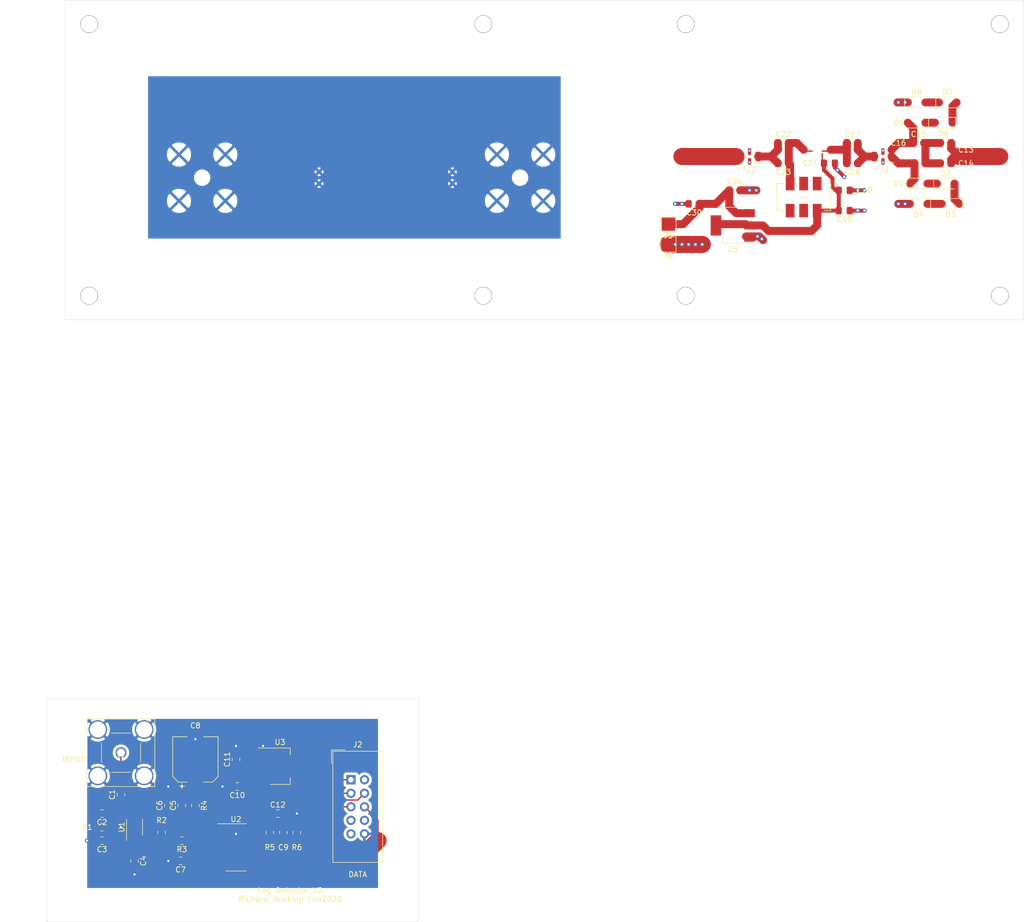
<source format=kicad_pcb>
(kicad_pcb (version 20171130) (host pcbnew 5.1.5-52549c5~84~ubuntu18.04.1)

  (general
    (thickness 1.6)
    (drawings 11)
    (tracks 262)
    (zones 0)
    (modules 54)
    (nets 40)
  )

  (page A4)
  (layers
    (0 F.Cu signal)
    (31 B.Cu signal hide)
    (32 B.Adhes user hide)
    (33 F.Adhes user hide)
    (34 B.Paste user hide)
    (35 F.Paste user)
    (36 B.SilkS user hide)
    (37 F.SilkS user)
    (38 B.Mask user)
    (39 F.Mask user)
    (40 Dwgs.User user hide)
    (41 Cmts.User user hide)
    (42 Eco1.User user hide)
    (43 Eco2.User user hide)
    (44 Edge.Cuts user)
    (45 Margin user hide)
    (46 B.CrtYd user hide)
    (47 F.CrtYd user hide)
    (48 B.Fab user hide)
    (49 F.Fab user)
  )

  (setup
    (last_trace_width 0.25)
    (user_trace_width 0.75)
    (user_trace_width 1.5)
    (user_trace_width 3.2)
    (trace_clearance 0.2)
    (zone_clearance 0.508)
    (zone_45_only no)
    (trace_min 0.2)
    (via_size 0.8)
    (via_drill 0.4)
    (via_min_size 0.4)
    (via_min_drill 0.3)
    (user_via 3.3 3.2)
    (uvia_size 0.3)
    (uvia_drill 0.1)
    (uvias_allowed no)
    (uvia_min_size 0.2)
    (uvia_min_drill 0.1)
    (edge_width 0.05)
    (segment_width 0.2)
    (pcb_text_width 0.3)
    (pcb_text_size 1.5 1.5)
    (mod_edge_width 0.12)
    (mod_text_size 1 1)
    (mod_text_width 0.15)
    (pad_size 1.524 1.524)
    (pad_drill 0.762)
    (pad_to_mask_clearance 0.051)
    (solder_mask_min_width 0.25)
    (aux_axis_origin 0 0)
    (visible_elements FFFDFF3F)
    (pcbplotparams
      (layerselection 0x010f0_ffffffff)
      (usegerberextensions false)
      (usegerberattributes false)
      (usegerberadvancedattributes false)
      (creategerberjobfile false)
      (excludeedgelayer true)
      (linewidth 0.100000)
      (plotframeref false)
      (viasonmask false)
      (mode 1)
      (useauxorigin false)
      (hpglpennumber 1)
      (hpglpenspeed 20)
      (hpglpendiameter 15.000000)
      (psnegative false)
      (psa4output false)
      (plotreference true)
      (plotvalue false)
      (plotinvisibletext false)
      (padsonsilk false)
      (subtractmaskfromsilk false)
      (outputformat 1)
      (mirror false)
      (drillshape 0)
      (scaleselection 1)
      (outputdirectory ""))
  )

  (net 0 "")
  (net 1 "Net-(C1-Pad2)")
  (net 2 "Net-(C1-Pad1)")
  (net 3 "Net-(C2-Pad1)")
  (net 4 GND)
  (net 5 "Net-(C3-Pad1)")
  (net 6 "Net-(C4-Pad1)")
  (net 7 "Net-(C5-Pad1)")
  (net 8 "Net-(C7-Pad1)")
  (net 9 "Net-(C10-Pad1)")
  (net 10 "Net-(C9-Pad1)")
  (net 11 "Net-(C11-Pad1)")
  (net 12 "Net-(J2-Pad2)")
  (net 13 "Net-(J2-Pad3)")
  (net 14 "Net-(J2-Pad4)")
  (net 15 "Net-(J2-Pad5)")
  (net 16 "Net-(J2-Pad6)")
  (net 17 "Net-(J2-Pad7)")
  (net 18 "Net-(J2-Pad8)")
  (net 19 "Net-(J2-Pad9)")
  (net 20 "Net-(R2-Pad1)")
  (net 21 "Net-(R2-Pad2)")
  (net 22 "Net-(U2-Pad5)")
  (net 23 "Net-(U2-Pad6)")
  (net 24 "Net-(C13-Pad1)")
  (net 25 "Net-(C13-Pad2)")
  (net 26 "Net-(C15-Pad1)")
  (net 27 "Net-(C17-Pad2)")
  (net 28 "Net-(C17-Pad1)")
  (net 29 "Net-(C19-Pad2)")
  (net 30 "Net-(C22-Pad1)")
  (net 31 "Net-(C22-Pad2)")
  (net 32 "Net-(C24-Pad1)")
  (net 33 "Net-(D1-Pad2)")
  (net 34 "Net-(D2-Pad2)")
  (net 35 "Net-(D3-Pad2)")
  (net 36 "Net-(D5-Pad1)")
  (net 37 "Net-(D6-Pad1)")
  (net 38 "Net-(D7-Pad1)")
  (net 39 "Net-(FL2-Pad3)")

  (net_class Default "This is the default net class."
    (clearance 0.2)
    (trace_width 0.25)
    (via_dia 0.8)
    (via_drill 0.4)
    (uvia_dia 0.3)
    (uvia_drill 0.1)
    (add_net GND)
    (add_net "Net-(C1-Pad1)")
    (add_net "Net-(C1-Pad2)")
    (add_net "Net-(C10-Pad1)")
    (add_net "Net-(C11-Pad1)")
    (add_net "Net-(C13-Pad1)")
    (add_net "Net-(C13-Pad2)")
    (add_net "Net-(C15-Pad1)")
    (add_net "Net-(C17-Pad1)")
    (add_net "Net-(C17-Pad2)")
    (add_net "Net-(C19-Pad2)")
    (add_net "Net-(C2-Pad1)")
    (add_net "Net-(C22-Pad1)")
    (add_net "Net-(C22-Pad2)")
    (add_net "Net-(C24-Pad1)")
    (add_net "Net-(C3-Pad1)")
    (add_net "Net-(C4-Pad1)")
    (add_net "Net-(C5-Pad1)")
    (add_net "Net-(C7-Pad1)")
    (add_net "Net-(C9-Pad1)")
    (add_net "Net-(D1-Pad2)")
    (add_net "Net-(D2-Pad2)")
    (add_net "Net-(D3-Pad2)")
    (add_net "Net-(D5-Pad1)")
    (add_net "Net-(D6-Pad1)")
    (add_net "Net-(D7-Pad1)")
    (add_net "Net-(FL2-Pad3)")
    (add_net "Net-(J2-Pad2)")
    (add_net "Net-(J2-Pad3)")
    (add_net "Net-(J2-Pad4)")
    (add_net "Net-(J2-Pad5)")
    (add_net "Net-(J2-Pad6)")
    (add_net "Net-(J2-Pad7)")
    (add_net "Net-(J2-Pad8)")
    (add_net "Net-(J2-Pad9)")
    (add_net "Net-(R2-Pad1)")
    (add_net "Net-(R2-Pad2)")
    (add_net "Net-(U2-Pad5)")
    (add_net "Net-(U2-Pad6)")
  )

  (module SpectrumAnalyser:ADCH-80A (layer F.Cu) (tedit 5E716FA3) (tstamp 5E71C505)
    (at 158.65 56.98)
    (path /5E07E1E7/5E75D609)
    (fp_text reference L1 (at 0 0.5 90) (layer F.SilkS)
      (effects (font (size 1 1) (thickness 0.15)))
    )
    (fp_text value ADCH-80A (at 0 -0.5) (layer F.Fab)
      (effects (font (size 1 1) (thickness 0.15)))
    )
    (fp_line (start 5.08 -2.54) (end 5.08 2.54) (layer F.SilkS) (width 0.12))
    (fp_line (start 5.08 2.54) (end 3.81 2.54) (layer F.SilkS) (width 0.12))
    (fp_line (start 5.08 -2.54) (end 3.81 -2.54) (layer F.SilkS) (width 0.12))
    (fp_line (start -5.08 -2.54) (end -3.81 -2.54) (layer F.SilkS) (width 0.12))
    (fp_line (start -3.81 -2.54) (end -5.08 -2.54) (layer F.SilkS) (width 0.12))
    (fp_line (start -5.08 -2.54) (end -5.08 2.54) (layer F.SilkS) (width 0.12))
    (fp_line (start -5.08 2.54) (end -3.81 2.54) (layer F.SilkS) (width 0.12))
    (pad 1 smd rect (at -2.54 2.54) (size 1.65 2.54) (layers F.Cu F.Paste F.Mask))
    (pad 2 smd rect (at 0 2.54) (size 1.65 2.54) (layers F.Cu F.Paste F.Mask))
    (pad 3 smd rect (at 2.54 2.54) (size 1.65 2.54) (layers F.Cu F.Paste F.Mask)
      (net 29 "Net-(C19-Pad2)"))
    (pad 4 smd rect (at 2.54 -2.54) (size 1.65 2.54) (layers F.Cu F.Paste F.Mask))
    (pad 5 smd rect (at 0 -2.54) (size 1.65 2.54) (layers F.Cu F.Paste F.Mask))
    (pad 6 smd rect (at -2.54 -2.54) (size 1.65 2.54) (layers F.Cu F.Paste F.Mask)
      (net 31 "Net-(C22-Pad2)"))
  )

  (module Capacitor_SMD:C_0805_2012Metric_Pad1.15x1.40mm_HandSolder (layer F.Cu) (tedit 5B36C52B) (tstamp 5E3BC1C5)
    (at 39.37 171.205 90)
    (descr "Capacitor SMD 0805 (2012 Metric), square (rectangular) end terminal, IPC_7351 nominal with elongated pad for handsoldering. (Body size source: https://docs.google.com/spreadsheets/d/1BsfQQcO9C6DZCsRaXUlFlo91Tg2WpOkGARC1WS5S8t0/edit?usp=sharing), generated with kicad-footprint-generator")
    (tags "capacitor handsolder")
    (path /5E05B5BC/5E159D19)
    (attr smd)
    (fp_text reference C6 (at 0 -1.65 90) (layer F.SilkS)
      (effects (font (size 1 1) (thickness 0.15)))
    )
    (fp_text value 100n (at 0 1.65 90) (layer F.Fab)
      (effects (font (size 1 1) (thickness 0.15)))
    )
    (fp_text user %R (at 0 0 90) (layer F.Fab)
      (effects (font (size 0.5 0.5) (thickness 0.08)))
    )
    (fp_line (start 1.85 0.95) (end -1.85 0.95) (layer F.CrtYd) (width 0.05))
    (fp_line (start 1.85 -0.95) (end 1.85 0.95) (layer F.CrtYd) (width 0.05))
    (fp_line (start -1.85 -0.95) (end 1.85 -0.95) (layer F.CrtYd) (width 0.05))
    (fp_line (start -1.85 0.95) (end -1.85 -0.95) (layer F.CrtYd) (width 0.05))
    (fp_line (start -0.261252 0.71) (end 0.261252 0.71) (layer F.SilkS) (width 0.12))
    (fp_line (start -0.261252 -0.71) (end 0.261252 -0.71) (layer F.SilkS) (width 0.12))
    (fp_line (start 1 0.6) (end -1 0.6) (layer F.Fab) (width 0.1))
    (fp_line (start 1 -0.6) (end 1 0.6) (layer F.Fab) (width 0.1))
    (fp_line (start -1 -0.6) (end 1 -0.6) (layer F.Fab) (width 0.1))
    (fp_line (start -1 0.6) (end -1 -0.6) (layer F.Fab) (width 0.1))
    (pad 2 smd roundrect (at 1.025 0 90) (size 1.15 1.4) (layers F.Cu F.Paste F.Mask) (roundrect_rratio 0.217391)
      (net 4 GND))
    (pad 1 smd roundrect (at -1.025 0 90) (size 1.15 1.4) (layers F.Cu F.Paste F.Mask) (roundrect_rratio 0.217391)
      (net 7 "Net-(C5-Pad1)"))
    (model ${KISYS3DMOD}/Capacitor_SMD.3dshapes/C_0805_2012Metric.wrl
      (at (xyz 0 0 0))
      (scale (xyz 1 1 1))
      (rotate (xyz 0 0 0))
    )
  )

  (module Package_SO:SSOP-8_2.95x2.8mm_P0.65mm (layer F.Cu) (tedit 5A02F25C) (tstamp 5E07F9FC)
    (at 33.02 175.26 90)
    (descr "SSOP-8 2.9 x2.8mm Pitch 0.65mm")
    (tags "SSOP-8 2.95x2.8mm Pitch 0.65mm")
    (path /5E05B5BC/5E06AE8F)
    (attr smd)
    (fp_text reference U1 (at 0 -2.4 90) (layer F.SilkS)
      (effects (font (size 1 1) (thickness 0.15)))
    )
    (fp_text value AD8310 (at 0 2.6 90) (layer F.Fab)
      (effects (font (size 1 1) (thickness 0.15)))
    )
    (fp_text user %R (at 0 0 90) (layer F.Fab)
      (effects (font (size 0.6 0.6) (thickness 0.15)))
    )
    (fp_line (start 1.475 -1.4) (end 1.475 1.4) (layer F.Fab) (width 0.1))
    (fp_line (start 1.475 1.4) (end -1.475 1.4) (layer F.Fab) (width 0.1))
    (fp_line (start -1.475 1.4) (end -1.475 -0.7) (layer F.Fab) (width 0.1))
    (fp_line (start -0.475 -1.4) (end 1.475 -1.4) (layer F.Fab) (width 0.1))
    (fp_line (start -0.475 -1.4) (end -1.475 -0.7) (layer F.Fab) (width 0.1))
    (fp_line (start 1.5 -1.5) (end -2.5 -1.5) (layer F.SilkS) (width 0.12))
    (fp_line (start 1.5 1.5) (end -1.5 1.5) (layer F.SilkS) (width 0.12))
    (fp_line (start 2.75 -1.65) (end 2.75 1.65) (layer F.CrtYd) (width 0.05))
    (fp_line (start 2.75 1.65) (end -2.75 1.65) (layer F.CrtYd) (width 0.05))
    (fp_line (start -2.75 1.65) (end -2.75 -1.65) (layer F.CrtYd) (width 0.05))
    (fp_line (start -2.75 -1.65) (end 2.75 -1.65) (layer F.CrtYd) (width 0.05))
    (pad 8 smd rect (at 1.7 -0.975) (size 0.3 1.6) (layers F.Cu F.Paste F.Mask)
      (net 3 "Net-(C2-Pad1)"))
    (pad 7 smd rect (at 1.7 -0.325) (size 0.3 1.6) (layers F.Cu F.Paste F.Mask)
      (net 7 "Net-(C5-Pad1)"))
    (pad 6 smd rect (at 1.7 0.325) (size 0.3 1.6) (layers F.Cu F.Paste F.Mask)
      (net 21 "Net-(R2-Pad2)"))
    (pad 5 smd rect (at 1.7 0.975) (size 0.3 1.6) (layers F.Cu F.Paste F.Mask)
      (net 7 "Net-(C5-Pad1)"))
    (pad 4 smd rect (at -1.7 0.975) (size 0.3 1.6) (layers F.Cu F.Paste F.Mask)
      (net 20 "Net-(R2-Pad1)"))
    (pad 3 smd rect (at -1.7 0.325) (size 0.3 1.6) (layers F.Cu F.Paste F.Mask)
      (net 6 "Net-(C4-Pad1)"))
    (pad 2 smd rect (at -1.7 -0.325) (size 0.3 1.6) (layers F.Cu F.Paste F.Mask)
      (net 4 GND))
    (pad 1 smd rect (at -1.7 -0.975) (size 0.3 1.6) (layers F.Cu F.Paste F.Mask)
      (net 5 "Net-(C3-Pad1)"))
    (model ${KISYS3DMOD}/Package_SO.3dshapes/SSOP-8_2.95x2.8mm_P0.65mm.wrl
      (at (xyz 0 0 0))
      (scale (xyz 1 1 1))
      (rotate (xyz 0 0 0))
    )
  )

  (module MountingHole:MountingHole_3.2mm_M3_DIN965 (layer F.Cu) (tedit 56D1B4CB) (tstamp 5E07749D)
    (at 20.32 187.96)
    (descr "Mounting Hole 3.2mm, no annular, M3, DIN965")
    (tags "mounting hole 3.2mm no annular m3 din965")
    (attr virtual)
    (fp_text reference REF** (at 0 -3.8) (layer F.SilkS) hide
      (effects (font (size 1 1) (thickness 0.15)))
    )
    (fp_text value MountingHole_3.2mm_M3_DIN965 (at 0 3.8) (layer F.Fab)
      (effects (font (size 1 1) (thickness 0.15)))
    )
    (fp_circle (center 0 0) (end 3.05 0) (layer F.CrtYd) (width 0.05))
    (fp_circle (center 0 0) (end 2.8 0) (layer Cmts.User) (width 0.15))
    (fp_text user %R (at 0.3 0) (layer F.Fab) hide
      (effects (font (size 1 1) (thickness 0.15)))
    )
    (pad 1 np_thru_hole circle (at 0 0) (size 3.2 3.2) (drill 3.2) (layers *.Cu *.Mask))
  )

  (module MountingHole:MountingHole_3.2mm_M3_DIN965 (layer F.Cu) (tedit 56D1B4CB) (tstamp 5E07744F)
    (at 82.55 187.96)
    (descr "Mounting Hole 3.2mm, no annular, M3, DIN965")
    (tags "mounting hole 3.2mm no annular m3 din965")
    (attr virtual)
    (fp_text reference REF** (at 0 -3.8) (layer F.SilkS) hide
      (effects (font (size 1 1) (thickness 0.15)))
    )
    (fp_text value MountingHole_3.2mm_M3_DIN965 (at 0 3.8) (layer F.Fab)
      (effects (font (size 1 1) (thickness 0.15)))
    )
    (fp_circle (center 0 0) (end 3.05 0) (layer F.CrtYd) (width 0.05))
    (fp_circle (center 0 0) (end 2.8 0) (layer Cmts.User) (width 0.15))
    (fp_text user %R (at 0.3 0) (layer F.Fab)
      (effects (font (size 1 1) (thickness 0.15)))
    )
    (pad 1 np_thru_hole circle (at 0 0) (size 3.2 3.2) (drill 3.2) (layers *.Cu *.Mask))
  )

  (module MountingHole:MountingHole_3.2mm_M3_DIN965 (layer F.Cu) (tedit 56D1B4CB) (tstamp 5E077401)
    (at 82.55 154.94)
    (descr "Mounting Hole 3.2mm, no annular, M3, DIN965")
    (tags "mounting hole 3.2mm no annular m3 din965")
    (attr virtual)
    (fp_text reference REF** (at 0 -3.8) (layer F.SilkS) hide
      (effects (font (size 1 1) (thickness 0.15)))
    )
    (fp_text value MountingHole_3.2mm_M3_DIN965 (at 0 3.8) (layer F.Fab)
      (effects (font (size 1 1) (thickness 0.15)))
    )
    (fp_circle (center 0 0) (end 3.05 0) (layer F.CrtYd) (width 0.05))
    (fp_circle (center 0 0) (end 2.8 0) (layer Cmts.User) (width 0.15))
    (fp_text user %R (at 0.3 0) (layer F.Fab)
      (effects (font (size 1 1) (thickness 0.15)))
    )
    (pad 1 np_thru_hole circle (at 0 0) (size 3.2 3.2) (drill 3.2) (layers *.Cu *.Mask))
  )

  (module MountingHole:MountingHole_3.2mm_M3_DIN965 (layer F.Cu) (tedit 56D1B4CB) (tstamp 5E0773B3)
    (at 20.32 154.94)
    (descr "Mounting Hole 3.2mm, no annular, M3, DIN965")
    (tags "mounting hole 3.2mm no annular m3 din965")
    (attr virtual)
    (fp_text reference REF** (at 0 -3.8) (layer F.SilkS) hide
      (effects (font (size 1 1) (thickness 0.15)))
    )
    (fp_text value MountingHole_3.2mm_M3_DIN965 (at 0 3.8) (layer F.Fab)
      (effects (font (size 1 1) (thickness 0.15)))
    )
    (fp_circle (center 0 0) (end 3.05 0) (layer F.CrtYd) (width 0.05))
    (fp_circle (center 0 0) (end 2.8 0) (layer Cmts.User) (width 0.15))
    (fp_text user %R (at 0.3 0) (layer F.Fab)
      (effects (font (size 1 1) (thickness 0.15)))
    )
    (pad 1 np_thru_hole circle (at 0 0) (size 3.2 3.2) (drill 3.2) (layers *.Cu *.Mask))
  )

  (module Capacitor_SMD:C_0805_2012Metric_Pad1.15x1.40mm_HandSolder (layer F.Cu) (tedit 5B36C52B) (tstamp 5E074EEB)
    (at 59.935 172.72)
    (descr "Capacitor SMD 0805 (2012 Metric), square (rectangular) end terminal, IPC_7351 nominal with elongated pad for handsoldering. (Body size source: https://docs.google.com/spreadsheets/d/1BsfQQcO9C6DZCsRaXUlFlo91Tg2WpOkGARC1WS5S8t0/edit?usp=sharing), generated with kicad-footprint-generator")
    (tags "capacitor handsolder")
    (path /5E05B5BC/5E1D0C0C)
    (attr smd)
    (fp_text reference C12 (at 0 -1.65) (layer F.SilkS)
      (effects (font (size 1 1) (thickness 0.15)))
    )
    (fp_text value 10n (at 0 1.65) (layer F.Fab)
      (effects (font (size 1 1) (thickness 0.15)))
    )
    (fp_text user %R (at 0 0) (layer F.Fab)
      (effects (font (size 0.5 0.5) (thickness 0.08)))
    )
    (fp_line (start 1.85 0.95) (end -1.85 0.95) (layer F.CrtYd) (width 0.05))
    (fp_line (start 1.85 -0.95) (end 1.85 0.95) (layer F.CrtYd) (width 0.05))
    (fp_line (start -1.85 -0.95) (end 1.85 -0.95) (layer F.CrtYd) (width 0.05))
    (fp_line (start -1.85 0.95) (end -1.85 -0.95) (layer F.CrtYd) (width 0.05))
    (fp_line (start -0.261252 0.71) (end 0.261252 0.71) (layer F.SilkS) (width 0.12))
    (fp_line (start -0.261252 -0.71) (end 0.261252 -0.71) (layer F.SilkS) (width 0.12))
    (fp_line (start 1 0.6) (end -1 0.6) (layer F.Fab) (width 0.1))
    (fp_line (start 1 -0.6) (end 1 0.6) (layer F.Fab) (width 0.1))
    (fp_line (start -1 -0.6) (end 1 -0.6) (layer F.Fab) (width 0.1))
    (fp_line (start -1 0.6) (end -1 -0.6) (layer F.Fab) (width 0.1))
    (pad 2 smd roundrect (at 1.025 0) (size 1.15 1.4) (layers F.Cu F.Paste F.Mask) (roundrect_rratio 0.217391)
      (net 4 GND))
    (pad 1 smd roundrect (at -1.025 0) (size 1.15 1.4) (layers F.Cu F.Paste F.Mask) (roundrect_rratio 0.217391)
      (net 9 "Net-(C10-Pad1)"))
    (model ${KISYS3DMOD}/Capacitor_SMD.3dshapes/C_0805_2012Metric.wrl
      (at (xyz 0 0 0))
      (scale (xyz 1 1 1))
      (rotate (xyz 0 0 0))
    )
  )

  (module Capacitor_SMD:CP_Elec_8x10 (layer F.Cu) (tedit 5BCA39D0) (tstamp 5E07313F)
    (at 44.45 162.56 90)
    (descr "SMD capacitor, aluminum electrolytic, Nichicon, 8.0x10mm")
    (tags "capacitor electrolytic")
    (path /5E05B5BC/5E0A4CCA)
    (attr smd)
    (fp_text reference C8 (at 6.35 0) (layer F.SilkS)
      (effects (font (size 1 1) (thickness 0.15)))
    )
    (fp_text value 10u (at 0 5.2 90) (layer F.Fab)
      (effects (font (size 1 1) (thickness 0.15)))
    )
    (fp_text user %R (at 0 0 90) (layer F.Fab)
      (effects (font (size 1 1) (thickness 0.15)))
    )
    (fp_line (start -5.25 1.5) (end -4.4 1.5) (layer F.CrtYd) (width 0.05))
    (fp_line (start -5.25 -1.5) (end -5.25 1.5) (layer F.CrtYd) (width 0.05))
    (fp_line (start -4.4 -1.5) (end -5.25 -1.5) (layer F.CrtYd) (width 0.05))
    (fp_line (start -4.4 1.5) (end -4.4 3.25) (layer F.CrtYd) (width 0.05))
    (fp_line (start -4.4 -3.25) (end -4.4 -1.5) (layer F.CrtYd) (width 0.05))
    (fp_line (start -4.4 -3.25) (end -3.25 -4.4) (layer F.CrtYd) (width 0.05))
    (fp_line (start -4.4 3.25) (end -3.25 4.4) (layer F.CrtYd) (width 0.05))
    (fp_line (start -3.25 -4.4) (end 4.4 -4.4) (layer F.CrtYd) (width 0.05))
    (fp_line (start -3.25 4.4) (end 4.4 4.4) (layer F.CrtYd) (width 0.05))
    (fp_line (start 4.4 1.5) (end 4.4 4.4) (layer F.CrtYd) (width 0.05))
    (fp_line (start 5.25 1.5) (end 4.4 1.5) (layer F.CrtYd) (width 0.05))
    (fp_line (start 5.25 -1.5) (end 5.25 1.5) (layer F.CrtYd) (width 0.05))
    (fp_line (start 4.4 -1.5) (end 5.25 -1.5) (layer F.CrtYd) (width 0.05))
    (fp_line (start 4.4 -4.4) (end 4.4 -1.5) (layer F.CrtYd) (width 0.05))
    (fp_line (start -5 -3.01) (end -5 -2.01) (layer F.SilkS) (width 0.12))
    (fp_line (start -5.5 -2.51) (end -4.5 -2.51) (layer F.SilkS) (width 0.12))
    (fp_line (start -4.26 3.195563) (end -3.195563 4.26) (layer F.SilkS) (width 0.12))
    (fp_line (start -4.26 -3.195563) (end -3.195563 -4.26) (layer F.SilkS) (width 0.12))
    (fp_line (start -4.26 -3.195563) (end -4.26 -1.51) (layer F.SilkS) (width 0.12))
    (fp_line (start -4.26 3.195563) (end -4.26 1.51) (layer F.SilkS) (width 0.12))
    (fp_line (start -3.195563 4.26) (end 4.26 4.26) (layer F.SilkS) (width 0.12))
    (fp_line (start -3.195563 -4.26) (end 4.26 -4.26) (layer F.SilkS) (width 0.12))
    (fp_line (start 4.26 -4.26) (end 4.26 -1.51) (layer F.SilkS) (width 0.12))
    (fp_line (start 4.26 4.26) (end 4.26 1.51) (layer F.SilkS) (width 0.12))
    (fp_line (start -3.162278 -1.9) (end -3.162278 -1.1) (layer F.Fab) (width 0.1))
    (fp_line (start -3.562278 -1.5) (end -2.762278 -1.5) (layer F.Fab) (width 0.1))
    (fp_line (start -4.15 3.15) (end -3.15 4.15) (layer F.Fab) (width 0.1))
    (fp_line (start -4.15 -3.15) (end -3.15 -4.15) (layer F.Fab) (width 0.1))
    (fp_line (start -4.15 -3.15) (end -4.15 3.15) (layer F.Fab) (width 0.1))
    (fp_line (start -3.15 4.15) (end 4.15 4.15) (layer F.Fab) (width 0.1))
    (fp_line (start -3.15 -4.15) (end 4.15 -4.15) (layer F.Fab) (width 0.1))
    (fp_line (start 4.15 -4.15) (end 4.15 4.15) (layer F.Fab) (width 0.1))
    (fp_circle (center 0 0) (end 4 0) (layer F.Fab) (width 0.1))
    (pad 2 smd roundrect (at 3.25 0 90) (size 3.5 2.5) (layers F.Cu F.Paste F.Mask) (roundrect_rratio 0.1)
      (net 4 GND))
    (pad 1 smd roundrect (at -3.25 0 90) (size 3.5 2.5) (layers F.Cu F.Paste F.Mask) (roundrect_rratio 0.1)
      (net 9 "Net-(C10-Pad1)"))
    (model ${KISYS3DMOD}/Capacitor_SMD.3dshapes/CP_Elec_8x10.wrl
      (at (xyz 0 0 0))
      (scale (xyz 1 1 1))
      (rotate (xyz 0 0 0))
    )
  )

  (module Capacitor_SMD:C_0805_2012Metric_Pad1.15x1.40mm_HandSolder (layer F.Cu) (tedit 5B36C52B) (tstamp 5E073150)
    (at 60.96 176.285 90)
    (descr "Capacitor SMD 0805 (2012 Metric), square (rectangular) end terminal, IPC_7351 nominal with elongated pad for handsoldering. (Body size source: https://docs.google.com/spreadsheets/d/1BsfQQcO9C6DZCsRaXUlFlo91Tg2WpOkGARC1WS5S8t0/edit?usp=sharing), generated with kicad-footprint-generator")
    (tags "capacitor handsolder")
    (path /5E05B5BC/5E0FFBFB)
    (attr smd)
    (fp_text reference C9 (at -2.785 0) (layer F.SilkS)
      (effects (font (size 1 1) (thickness 0.15)))
    )
    (fp_text value 100n (at 0 1.65 90) (layer F.Fab)
      (effects (font (size 1 1) (thickness 0.15)))
    )
    (fp_text user %R (at 0 0 90) (layer F.Fab)
      (effects (font (size 0.5 0.5) (thickness 0.08)))
    )
    (fp_line (start 1.85 0.95) (end -1.85 0.95) (layer F.CrtYd) (width 0.05))
    (fp_line (start 1.85 -0.95) (end 1.85 0.95) (layer F.CrtYd) (width 0.05))
    (fp_line (start -1.85 -0.95) (end 1.85 -0.95) (layer F.CrtYd) (width 0.05))
    (fp_line (start -1.85 0.95) (end -1.85 -0.95) (layer F.CrtYd) (width 0.05))
    (fp_line (start -0.261252 0.71) (end 0.261252 0.71) (layer F.SilkS) (width 0.12))
    (fp_line (start -0.261252 -0.71) (end 0.261252 -0.71) (layer F.SilkS) (width 0.12))
    (fp_line (start 1 0.6) (end -1 0.6) (layer F.Fab) (width 0.1))
    (fp_line (start 1 -0.6) (end 1 0.6) (layer F.Fab) (width 0.1))
    (fp_line (start -1 -0.6) (end 1 -0.6) (layer F.Fab) (width 0.1))
    (fp_line (start -1 0.6) (end -1 -0.6) (layer F.Fab) (width 0.1))
    (pad 2 smd roundrect (at 1.025 0 90) (size 1.15 1.4) (layers F.Cu F.Paste F.Mask) (roundrect_rratio 0.217391)
      (net 4 GND))
    (pad 1 smd roundrect (at -1.025 0 90) (size 1.15 1.4) (layers F.Cu F.Paste F.Mask) (roundrect_rratio 0.217391)
      (net 10 "Net-(C9-Pad1)"))
    (model ${KISYS3DMOD}/Capacitor_SMD.3dshapes/C_0805_2012Metric.wrl
      (at (xyz 0 0 0))
      (scale (xyz 1 1 1))
      (rotate (xyz 0 0 0))
    )
  )

  (module Connector_IDC:IDC-Header_2x05_P2.54mm_Vertical (layer F.Cu) (tedit 59DE0611) (tstamp 5E0731B1)
    (at 73.66 166.37)
    (descr "Through hole straight IDC box header, 2x05, 2.54mm pitch, double rows")
    (tags "Through hole IDC box header THT 2x05 2.54mm double row")
    (path /5E05B5BC/5E06CCC6)
    (fp_text reference J2 (at 1.27 -6.604) (layer F.SilkS)
      (effects (font (size 1 1) (thickness 0.15)))
    )
    (fp_text value DATA (at 1.27 16.764) (layer F.Fab)
      (effects (font (size 1 1) (thickness 0.15)))
    )
    (fp_line (start -3.655 -5.6) (end -1.115 -5.6) (layer F.SilkS) (width 0.12))
    (fp_line (start -3.655 -5.6) (end -3.655 -3.06) (layer F.SilkS) (width 0.12))
    (fp_line (start -3.405 -5.35) (end 5.945 -5.35) (layer F.SilkS) (width 0.12))
    (fp_line (start -3.405 15.51) (end -3.405 -5.35) (layer F.SilkS) (width 0.12))
    (fp_line (start 5.945 15.51) (end -3.405 15.51) (layer F.SilkS) (width 0.12))
    (fp_line (start 5.945 -5.35) (end 5.945 15.51) (layer F.SilkS) (width 0.12))
    (fp_line (start -3.41 -5.35) (end 5.95 -5.35) (layer F.CrtYd) (width 0.05))
    (fp_line (start -3.41 15.51) (end -3.41 -5.35) (layer F.CrtYd) (width 0.05))
    (fp_line (start 5.95 15.51) (end -3.41 15.51) (layer F.CrtYd) (width 0.05))
    (fp_line (start 5.95 -5.35) (end 5.95 15.51) (layer F.CrtYd) (width 0.05))
    (fp_line (start -3.155 15.26) (end -2.605 14.7) (layer F.Fab) (width 0.1))
    (fp_line (start -3.155 -5.1) (end -2.605 -4.56) (layer F.Fab) (width 0.1))
    (fp_line (start 5.695 15.26) (end 5.145 14.7) (layer F.Fab) (width 0.1))
    (fp_line (start 5.695 -5.1) (end 5.145 -4.56) (layer F.Fab) (width 0.1))
    (fp_line (start 5.145 14.7) (end -2.605 14.7) (layer F.Fab) (width 0.1))
    (fp_line (start 5.695 15.26) (end -3.155 15.26) (layer F.Fab) (width 0.1))
    (fp_line (start 5.145 -4.56) (end -2.605 -4.56) (layer F.Fab) (width 0.1))
    (fp_line (start 5.695 -5.1) (end -3.155 -5.1) (layer F.Fab) (width 0.1))
    (fp_line (start -2.605 7.33) (end -3.155 7.33) (layer F.Fab) (width 0.1))
    (fp_line (start -2.605 2.83) (end -3.155 2.83) (layer F.Fab) (width 0.1))
    (fp_line (start -2.605 7.33) (end -2.605 14.7) (layer F.Fab) (width 0.1))
    (fp_line (start -2.605 -4.56) (end -2.605 2.83) (layer F.Fab) (width 0.1))
    (fp_line (start -3.155 -5.1) (end -3.155 15.26) (layer F.Fab) (width 0.1))
    (fp_line (start 5.145 -4.56) (end 5.145 14.7) (layer F.Fab) (width 0.1))
    (fp_line (start 5.695 -5.1) (end 5.695 15.26) (layer F.Fab) (width 0.1))
    (fp_text user %R (at 1.27 5.08) (layer F.Fab)
      (effects (font (size 1 1) (thickness 0.15)))
    )
    (pad 10 thru_hole oval (at 2.54 10.16) (size 1.7272 1.7272) (drill 1.016) (layers *.Cu *.Mask)
      (net 4 GND))
    (pad 9 thru_hole oval (at 0 10.16) (size 1.7272 1.7272) (drill 1.016) (layers *.Cu *.Mask)
      (net 19 "Net-(J2-Pad9)"))
    (pad 8 thru_hole oval (at 2.54 7.62) (size 1.7272 1.7272) (drill 1.016) (layers *.Cu *.Mask)
      (net 18 "Net-(J2-Pad8)"))
    (pad 7 thru_hole oval (at 0 7.62) (size 1.7272 1.7272) (drill 1.016) (layers *.Cu *.Mask)
      (net 17 "Net-(J2-Pad7)"))
    (pad 6 thru_hole oval (at 2.54 5.08) (size 1.7272 1.7272) (drill 1.016) (layers *.Cu *.Mask)
      (net 16 "Net-(J2-Pad6)"))
    (pad 5 thru_hole oval (at 0 5.08) (size 1.7272 1.7272) (drill 1.016) (layers *.Cu *.Mask)
      (net 15 "Net-(J2-Pad5)"))
    (pad 4 thru_hole oval (at 2.54 2.54) (size 1.7272 1.7272) (drill 1.016) (layers *.Cu *.Mask)
      (net 14 "Net-(J2-Pad4)"))
    (pad 3 thru_hole oval (at 0 2.54) (size 1.7272 1.7272) (drill 1.016) (layers *.Cu *.Mask)
      (net 13 "Net-(J2-Pad3)"))
    (pad 2 thru_hole oval (at 2.54 0) (size 1.7272 1.7272) (drill 1.016) (layers *.Cu *.Mask)
      (net 12 "Net-(J2-Pad2)"))
    (pad 1 thru_hole rect (at 0 0) (size 1.7272 1.7272) (drill 1.016) (layers *.Cu *.Mask)
      (net 11 "Net-(C11-Pad1)"))
    (model ${KISYS3DMOD}/Connector_IDC.3dshapes/IDC-Header_2x05_P2.54mm_Vertical.wrl
      (at (xyz 0 0 0))
      (scale (xyz 1 1 1))
      (rotate (xyz 0 0 0))
    )
  )

  (module Resistor_SMD:R_0805_2012Metric_Pad1.15x1.40mm_HandSolder (layer F.Cu) (tedit 5B36C52B) (tstamp 5E0731C2)
    (at 26.915 175.26)
    (descr "Resistor SMD 0805 (2012 Metric), square (rectangular) end terminal, IPC_7351 nominal with elongated pad for handsoldering. (Body size source: https://docs.google.com/spreadsheets/d/1BsfQQcO9C6DZCsRaXUlFlo91Tg2WpOkGARC1WS5S8t0/edit?usp=sharing), generated with kicad-footprint-generator")
    (tags "resistor handsolder")
    (path /5E05B5BC/5E07945C)
    (attr smd)
    (fp_text reference R1 (at -2.785 0) (layer F.SilkS)
      (effects (font (size 1 1) (thickness 0.15)))
    )
    (fp_text value 52R3 (at 0 1.65) (layer F.Fab)
      (effects (font (size 1 1) (thickness 0.15)))
    )
    (fp_text user %R (at 0 0) (layer F.Fab)
      (effects (font (size 0.5 0.5) (thickness 0.08)))
    )
    (fp_line (start 1.85 0.95) (end -1.85 0.95) (layer F.CrtYd) (width 0.05))
    (fp_line (start 1.85 -0.95) (end 1.85 0.95) (layer F.CrtYd) (width 0.05))
    (fp_line (start -1.85 -0.95) (end 1.85 -0.95) (layer F.CrtYd) (width 0.05))
    (fp_line (start -1.85 0.95) (end -1.85 -0.95) (layer F.CrtYd) (width 0.05))
    (fp_line (start -0.261252 0.71) (end 0.261252 0.71) (layer F.SilkS) (width 0.12))
    (fp_line (start -0.261252 -0.71) (end 0.261252 -0.71) (layer F.SilkS) (width 0.12))
    (fp_line (start 1 0.6) (end -1 0.6) (layer F.Fab) (width 0.1))
    (fp_line (start 1 -0.6) (end 1 0.6) (layer F.Fab) (width 0.1))
    (fp_line (start -1 -0.6) (end 1 -0.6) (layer F.Fab) (width 0.1))
    (fp_line (start -1 0.6) (end -1 -0.6) (layer F.Fab) (width 0.1))
    (pad 2 smd roundrect (at 1.025 0) (size 1.15 1.4) (layers F.Cu F.Paste F.Mask) (roundrect_rratio 0.217391)
      (net 4 GND))
    (pad 1 smd roundrect (at -1.025 0) (size 1.15 1.4) (layers F.Cu F.Paste F.Mask) (roundrect_rratio 0.217391)
      (net 2 "Net-(C1-Pad1)"))
    (model ${KISYS3DMOD}/Resistor_SMD.3dshapes/R_0805_2012Metric.wrl
      (at (xyz 0 0 0))
      (scale (xyz 1 1 1))
      (rotate (xyz 0 0 0))
    )
  )

  (module Resistor_SMD:R_0805_2012Metric_Pad1.15x1.40mm_HandSolder (layer F.Cu) (tedit 5B36C52B) (tstamp 5E0731D3)
    (at 38.1 176.285 90)
    (descr "Resistor SMD 0805 (2012 Metric), square (rectangular) end terminal, IPC_7351 nominal with elongated pad for handsoldering. (Body size source: https://docs.google.com/spreadsheets/d/1BsfQQcO9C6DZCsRaXUlFlo91Tg2WpOkGARC1WS5S8t0/edit?usp=sharing), generated with kicad-footprint-generator")
    (tags "resistor handsolder")
    (path /5E05B5BC/5E0785DD)
    (attr smd)
    (fp_text reference R2 (at 2.295 0) (layer F.SilkS)
      (effects (font (size 1 1) (thickness 0.15)))
    )
    (fp_text value 12K2 (at 0 1.65 90) (layer F.Fab)
      (effects (font (size 1 1) (thickness 0.15)))
    )
    (fp_text user %R (at 0 0 90) (layer F.Fab)
      (effects (font (size 0.5 0.5) (thickness 0.08)))
    )
    (fp_line (start 1.85 0.95) (end -1.85 0.95) (layer F.CrtYd) (width 0.05))
    (fp_line (start 1.85 -0.95) (end 1.85 0.95) (layer F.CrtYd) (width 0.05))
    (fp_line (start -1.85 -0.95) (end 1.85 -0.95) (layer F.CrtYd) (width 0.05))
    (fp_line (start -1.85 0.95) (end -1.85 -0.95) (layer F.CrtYd) (width 0.05))
    (fp_line (start -0.261252 0.71) (end 0.261252 0.71) (layer F.SilkS) (width 0.12))
    (fp_line (start -0.261252 -0.71) (end 0.261252 -0.71) (layer F.SilkS) (width 0.12))
    (fp_line (start 1 0.6) (end -1 0.6) (layer F.Fab) (width 0.1))
    (fp_line (start 1 -0.6) (end 1 0.6) (layer F.Fab) (width 0.1))
    (fp_line (start -1 -0.6) (end 1 -0.6) (layer F.Fab) (width 0.1))
    (fp_line (start -1 0.6) (end -1 -0.6) (layer F.Fab) (width 0.1))
    (pad 2 smd roundrect (at 1.025 0 90) (size 1.15 1.4) (layers F.Cu F.Paste F.Mask) (roundrect_rratio 0.217391)
      (net 21 "Net-(R2-Pad2)"))
    (pad 1 smd roundrect (at -1.025 0 90) (size 1.15 1.4) (layers F.Cu F.Paste F.Mask) (roundrect_rratio 0.217391)
      (net 20 "Net-(R2-Pad1)"))
    (model ${KISYS3DMOD}/Resistor_SMD.3dshapes/R_0805_2012Metric.wrl
      (at (xyz 0 0 0))
      (scale (xyz 1 1 1))
      (rotate (xyz 0 0 0))
    )
  )

  (module Resistor_SMD:R_0805_2012Metric_Pad1.15x1.40mm_HandSolder (layer F.Cu) (tedit 5B36C52B) (tstamp 5E0731E4)
    (at 41.91 177.8 180)
    (descr "Resistor SMD 0805 (2012 Metric), square (rectangular) end terminal, IPC_7351 nominal with elongated pad for handsoldering. (Body size source: https://docs.google.com/spreadsheets/d/1BsfQQcO9C6DZCsRaXUlFlo91Tg2WpOkGARC1WS5S8t0/edit?usp=sharing), generated with kicad-footprint-generator")
    (tags "resistor handsolder")
    (path /5E05B5BC/5E0BE805)
    (attr smd)
    (fp_text reference R3 (at 0 -1.65) (layer F.SilkS)
      (effects (font (size 1 1) (thickness 0.15)))
    )
    (fp_text value 100R (at 0 1.65) (layer F.Fab)
      (effects (font (size 1 1) (thickness 0.15)))
    )
    (fp_text user %R (at 0 0) (layer F.Fab)
      (effects (font (size 0.5 0.5) (thickness 0.08)))
    )
    (fp_line (start 1.85 0.95) (end -1.85 0.95) (layer F.CrtYd) (width 0.05))
    (fp_line (start 1.85 -0.95) (end 1.85 0.95) (layer F.CrtYd) (width 0.05))
    (fp_line (start -1.85 -0.95) (end 1.85 -0.95) (layer F.CrtYd) (width 0.05))
    (fp_line (start -1.85 0.95) (end -1.85 -0.95) (layer F.CrtYd) (width 0.05))
    (fp_line (start -0.261252 0.71) (end 0.261252 0.71) (layer F.SilkS) (width 0.12))
    (fp_line (start -0.261252 -0.71) (end 0.261252 -0.71) (layer F.SilkS) (width 0.12))
    (fp_line (start 1 0.6) (end -1 0.6) (layer F.Fab) (width 0.1))
    (fp_line (start 1 -0.6) (end 1 0.6) (layer F.Fab) (width 0.1))
    (fp_line (start -1 -0.6) (end 1 -0.6) (layer F.Fab) (width 0.1))
    (fp_line (start -1 0.6) (end -1 -0.6) (layer F.Fab) (width 0.1))
    (pad 2 smd roundrect (at 1.025 0 180) (size 1.15 1.4) (layers F.Cu F.Paste F.Mask) (roundrect_rratio 0.217391)
      (net 20 "Net-(R2-Pad1)"))
    (pad 1 smd roundrect (at -1.025 0 180) (size 1.15 1.4) (layers F.Cu F.Paste F.Mask) (roundrect_rratio 0.217391)
      (net 8 "Net-(C7-Pad1)"))
    (model ${KISYS3DMOD}/Resistor_SMD.3dshapes/R_0805_2012Metric.wrl
      (at (xyz 0 0 0))
      (scale (xyz 1 1 1))
      (rotate (xyz 0 0 0))
    )
  )

  (module Resistor_SMD:R_0805_2012Metric_Pad1.15x1.40mm_HandSolder (layer F.Cu) (tedit 5B36C52B) (tstamp 5E0731F5)
    (at 44.45 171.205 270)
    (descr "Resistor SMD 0805 (2012 Metric), square (rectangular) end terminal, IPC_7351 nominal with elongated pad for handsoldering. (Body size source: https://docs.google.com/spreadsheets/d/1BsfQQcO9C6DZCsRaXUlFlo91Tg2WpOkGARC1WS5S8t0/edit?usp=sharing), generated with kicad-footprint-generator")
    (tags "resistor handsolder")
    (path /5E05B5BC/5E0A2937)
    (attr smd)
    (fp_text reference R4 (at 0 -1.65 90) (layer F.SilkS)
      (effects (font (size 1 1) (thickness 0.15)))
    )
    (fp_text value 4R7 (at 0 1.65 90) (layer F.Fab)
      (effects (font (size 1 1) (thickness 0.15)))
    )
    (fp_text user %R (at 0 0 90) (layer F.Fab)
      (effects (font (size 0.5 0.5) (thickness 0.08)))
    )
    (fp_line (start 1.85 0.95) (end -1.85 0.95) (layer F.CrtYd) (width 0.05))
    (fp_line (start 1.85 -0.95) (end 1.85 0.95) (layer F.CrtYd) (width 0.05))
    (fp_line (start -1.85 -0.95) (end 1.85 -0.95) (layer F.CrtYd) (width 0.05))
    (fp_line (start -1.85 0.95) (end -1.85 -0.95) (layer F.CrtYd) (width 0.05))
    (fp_line (start -0.261252 0.71) (end 0.261252 0.71) (layer F.SilkS) (width 0.12))
    (fp_line (start -0.261252 -0.71) (end 0.261252 -0.71) (layer F.SilkS) (width 0.12))
    (fp_line (start 1 0.6) (end -1 0.6) (layer F.Fab) (width 0.1))
    (fp_line (start 1 -0.6) (end 1 0.6) (layer F.Fab) (width 0.1))
    (fp_line (start -1 -0.6) (end 1 -0.6) (layer F.Fab) (width 0.1))
    (fp_line (start -1 0.6) (end -1 -0.6) (layer F.Fab) (width 0.1))
    (pad 2 smd roundrect (at 1.025 0 270) (size 1.15 1.4) (layers F.Cu F.Paste F.Mask) (roundrect_rratio 0.217391)
      (net 7 "Net-(C5-Pad1)"))
    (pad 1 smd roundrect (at -1.025 0 270) (size 1.15 1.4) (layers F.Cu F.Paste F.Mask) (roundrect_rratio 0.217391)
      (net 9 "Net-(C10-Pad1)"))
    (model ${KISYS3DMOD}/Resistor_SMD.3dshapes/R_0805_2012Metric.wrl
      (at (xyz 0 0 0))
      (scale (xyz 1 1 1))
      (rotate (xyz 0 0 0))
    )
  )

  (module Resistor_SMD:R_0805_2012Metric_Pad1.15x1.40mm_HandSolder (layer F.Cu) (tedit 5B36C52B) (tstamp 5E073206)
    (at 58.42 176.285 90)
    (descr "Resistor SMD 0805 (2012 Metric), square (rectangular) end terminal, IPC_7351 nominal with elongated pad for handsoldering. (Body size source: https://docs.google.com/spreadsheets/d/1BsfQQcO9C6DZCsRaXUlFlo91Tg2WpOkGARC1WS5S8t0/edit?usp=sharing), generated with kicad-footprint-generator")
    (tags "resistor handsolder")
    (path /5E05B5BC/5E0FF06B)
    (attr smd)
    (fp_text reference R5 (at -2.785 0) (layer F.SilkS)
      (effects (font (size 1 1) (thickness 0.15)))
    )
    (fp_text value 100R (at 0 1.65 90) (layer F.Fab)
      (effects (font (size 1 1) (thickness 0.15)))
    )
    (fp_text user %R (at 0 0 90) (layer F.Fab)
      (effects (font (size 0.5 0.5) (thickness 0.08)))
    )
    (fp_line (start 1.85 0.95) (end -1.85 0.95) (layer F.CrtYd) (width 0.05))
    (fp_line (start 1.85 -0.95) (end 1.85 0.95) (layer F.CrtYd) (width 0.05))
    (fp_line (start -1.85 -0.95) (end 1.85 -0.95) (layer F.CrtYd) (width 0.05))
    (fp_line (start -1.85 0.95) (end -1.85 -0.95) (layer F.CrtYd) (width 0.05))
    (fp_line (start -0.261252 0.71) (end 0.261252 0.71) (layer F.SilkS) (width 0.12))
    (fp_line (start -0.261252 -0.71) (end 0.261252 -0.71) (layer F.SilkS) (width 0.12))
    (fp_line (start 1 0.6) (end -1 0.6) (layer F.Fab) (width 0.1))
    (fp_line (start 1 -0.6) (end 1 0.6) (layer F.Fab) (width 0.1))
    (fp_line (start -1 -0.6) (end 1 -0.6) (layer F.Fab) (width 0.1))
    (fp_line (start -1 0.6) (end -1 -0.6) (layer F.Fab) (width 0.1))
    (pad 2 smd roundrect (at 1.025 0 90) (size 1.15 1.4) (layers F.Cu F.Paste F.Mask) (roundrect_rratio 0.217391)
      (net 9 "Net-(C10-Pad1)"))
    (pad 1 smd roundrect (at -1.025 0 90) (size 1.15 1.4) (layers F.Cu F.Paste F.Mask) (roundrect_rratio 0.217391)
      (net 10 "Net-(C9-Pad1)"))
    (model ${KISYS3DMOD}/Resistor_SMD.3dshapes/R_0805_2012Metric.wrl
      (at (xyz 0 0 0))
      (scale (xyz 1 1 1))
      (rotate (xyz 0 0 0))
    )
  )

  (module Resistor_SMD:R_0805_2012Metric_Pad1.15x1.40mm_HandSolder (layer F.Cu) (tedit 5B36C52B) (tstamp 5E073217)
    (at 63.5 176.285 90)
    (descr "Resistor SMD 0805 (2012 Metric), square (rectangular) end terminal, IPC_7351 nominal with elongated pad for handsoldering. (Body size source: https://docs.google.com/spreadsheets/d/1BsfQQcO9C6DZCsRaXUlFlo91Tg2WpOkGARC1WS5S8t0/edit?usp=sharing), generated with kicad-footprint-generator")
    (tags "resistor handsolder")
    (path /5E05B5BC/5E12F35A)
    (attr smd)
    (fp_text reference R6 (at -2.785 0) (layer F.SilkS)
      (effects (font (size 1 1) (thickness 0.15)))
    )
    (fp_text value 1K (at 0 1.65 90) (layer F.Fab)
      (effects (font (size 1 1) (thickness 0.15)))
    )
    (fp_text user %R (at 0 0 90) (layer F.Fab)
      (effects (font (size 0.5 0.5) (thickness 0.08)))
    )
    (fp_line (start 1.85 0.95) (end -1.85 0.95) (layer F.CrtYd) (width 0.05))
    (fp_line (start 1.85 -0.95) (end 1.85 0.95) (layer F.CrtYd) (width 0.05))
    (fp_line (start -1.85 -0.95) (end 1.85 -0.95) (layer F.CrtYd) (width 0.05))
    (fp_line (start -1.85 0.95) (end -1.85 -0.95) (layer F.CrtYd) (width 0.05))
    (fp_line (start -0.261252 0.71) (end 0.261252 0.71) (layer F.SilkS) (width 0.12))
    (fp_line (start -0.261252 -0.71) (end 0.261252 -0.71) (layer F.SilkS) (width 0.12))
    (fp_line (start 1 0.6) (end -1 0.6) (layer F.Fab) (width 0.1))
    (fp_line (start 1 -0.6) (end 1 0.6) (layer F.Fab) (width 0.1))
    (fp_line (start -1 -0.6) (end 1 -0.6) (layer F.Fab) (width 0.1))
    (fp_line (start -1 0.6) (end -1 -0.6) (layer F.Fab) (width 0.1))
    (pad 2 smd roundrect (at 1.025 0 90) (size 1.15 1.4) (layers F.Cu F.Paste F.Mask) (roundrect_rratio 0.217391)
      (net 4 GND))
    (pad 1 smd roundrect (at -1.025 0 90) (size 1.15 1.4) (layers F.Cu F.Paste F.Mask) (roundrect_rratio 0.217391)
      (net 10 "Net-(C9-Pad1)"))
    (model ${KISYS3DMOD}/Resistor_SMD.3dshapes/R_0805_2012Metric.wrl
      (at (xyz 0 0 0))
      (scale (xyz 1 1 1))
      (rotate (xyz 0 0 0))
    )
  )

  (module Package_TO_SOT_SMD:SOT-223-3_TabPin2 (layer F.Cu) (tedit 5A02FF57) (tstamp 5E07326E)
    (at 60.35 163.83)
    (descr "module CMS SOT223 4 pins")
    (tags "CMS SOT")
    (path /5E05B5BC/5E0718C3)
    (attr smd)
    (fp_text reference U3 (at 0 -4.5) (layer F.SilkS)
      (effects (font (size 1 1) (thickness 0.15)))
    )
    (fp_text value NCP1117-3.3_SOT223 (at 0 4.5) (layer F.Fab)
      (effects (font (size 1 1) (thickness 0.15)))
    )
    (fp_line (start 1.85 -3.35) (end 1.85 3.35) (layer F.Fab) (width 0.1))
    (fp_line (start -1.85 3.35) (end 1.85 3.35) (layer F.Fab) (width 0.1))
    (fp_line (start -4.1 -3.41) (end 1.91 -3.41) (layer F.SilkS) (width 0.12))
    (fp_line (start -0.85 -3.35) (end 1.85 -3.35) (layer F.Fab) (width 0.1))
    (fp_line (start -1.85 3.41) (end 1.91 3.41) (layer F.SilkS) (width 0.12))
    (fp_line (start -1.85 -2.35) (end -1.85 3.35) (layer F.Fab) (width 0.1))
    (fp_line (start -1.85 -2.35) (end -0.85 -3.35) (layer F.Fab) (width 0.1))
    (fp_line (start -4.4 -3.6) (end -4.4 3.6) (layer F.CrtYd) (width 0.05))
    (fp_line (start -4.4 3.6) (end 4.4 3.6) (layer F.CrtYd) (width 0.05))
    (fp_line (start 4.4 3.6) (end 4.4 -3.6) (layer F.CrtYd) (width 0.05))
    (fp_line (start 4.4 -3.6) (end -4.4 -3.6) (layer F.CrtYd) (width 0.05))
    (fp_line (start 1.91 -3.41) (end 1.91 -2.15) (layer F.SilkS) (width 0.12))
    (fp_line (start 1.91 3.41) (end 1.91 2.15) (layer F.SilkS) (width 0.12))
    (fp_text user %R (at 0 0 90) (layer F.Fab)
      (effects (font (size 0.8 0.8) (thickness 0.12)))
    )
    (pad 1 smd rect (at -3.15 -2.3) (size 2 1.5) (layers F.Cu F.Paste F.Mask)
      (net 4 GND))
    (pad 3 smd rect (at -3.15 2.3) (size 2 1.5) (layers F.Cu F.Paste F.Mask)
      (net 9 "Net-(C10-Pad1)"))
    (pad 2 smd rect (at -3.15 0) (size 2 1.5) (layers F.Cu F.Paste F.Mask)
      (net 11 "Net-(C11-Pad1)"))
    (pad 2 smd rect (at 3.15 0) (size 2 3.8) (layers F.Cu F.Paste F.Mask)
      (net 11 "Net-(C11-Pad1)"))
    (model ${KISYS3DMOD}/Package_TO_SOT_SMD.3dshapes/SOT-223.wrl
      (at (xyz 0 0 0))
      (scale (xyz 1 1 1))
      (rotate (xyz 0 0 0))
    )
  )

  (module Capacitor_SMD:C_0805_2012Metric_Pad1.15x1.40mm_HandSolder (layer F.Cu) (tedit 5B36C52B) (tstamp 5E3BB55B)
    (at 185.32 46.82 180)
    (descr "Capacitor SMD 0805 (2012 Metric), square (rectangular) end terminal, IPC_7351 nominal with elongated pad for handsoldering. (Body size source: https://docs.google.com/spreadsheets/d/1BsfQQcO9C6DZCsRaXUlFlo91Tg2WpOkGARC1WS5S8t0/edit?usp=sharing), generated with kicad-footprint-generator")
    (tags "capacitor handsolder")
    (path /5E07E1E7/5E07EF9B)
    (attr smd)
    (fp_text reference C13 (at -3.81 -1.27) (layer F.SilkS)
      (effects (font (size 1 1) (thickness 0.15)))
    )
    (fp_text value 10n (at 0 1.65) (layer F.Fab)
      (effects (font (size 1 1) (thickness 0.15)))
    )
    (fp_text user %R (at 0 0) (layer F.Fab)
      (effects (font (size 0.5 0.5) (thickness 0.08)))
    )
    (fp_line (start 1.85 0.95) (end -1.85 0.95) (layer F.CrtYd) (width 0.05))
    (fp_line (start 1.85 -0.95) (end 1.85 0.95) (layer F.CrtYd) (width 0.05))
    (fp_line (start -1.85 -0.95) (end 1.85 -0.95) (layer F.CrtYd) (width 0.05))
    (fp_line (start -1.85 0.95) (end -1.85 -0.95) (layer F.CrtYd) (width 0.05))
    (fp_line (start -0.261252 0.71) (end 0.261252 0.71) (layer F.SilkS) (width 0.12))
    (fp_line (start -0.261252 -0.71) (end 0.261252 -0.71) (layer F.SilkS) (width 0.12))
    (fp_line (start 1 0.6) (end -1 0.6) (layer F.Fab) (width 0.1))
    (fp_line (start 1 -0.6) (end 1 0.6) (layer F.Fab) (width 0.1))
    (fp_line (start -1 -0.6) (end 1 -0.6) (layer F.Fab) (width 0.1))
    (fp_line (start -1 0.6) (end -1 -0.6) (layer F.Fab) (width 0.1))
    (pad 2 smd roundrect (at 1.025 0 180) (size 1.15 1.4) (layers F.Cu F.Paste F.Mask) (roundrect_rratio 0.217391)
      (net 25 "Net-(C13-Pad2)"))
    (pad 1 smd roundrect (at -1.025 0 180) (size 1.15 1.4) (layers F.Cu F.Paste F.Mask) (roundrect_rratio 0.217391)
      (net 24 "Net-(C13-Pad1)"))
    (model ${KISYS3DMOD}/Capacitor_SMD.3dshapes/C_0805_2012Metric.wrl
      (at (xyz 0 0 0))
      (scale (xyz 1 1 1))
      (rotate (xyz 0 0 0))
    )
  )

  (module Capacitor_SMD:C_0805_2012Metric_Pad1.15x1.40mm_HandSolder (layer F.Cu) (tedit 5B36C52B) (tstamp 5E3BB56C)
    (at 185.32 50.63)
    (descr "Capacitor SMD 0805 (2012 Metric), square (rectangular) end terminal, IPC_7351 nominal with elongated pad for handsoldering. (Body size source: https://docs.google.com/spreadsheets/d/1BsfQQcO9C6DZCsRaXUlFlo91Tg2WpOkGARC1WS5S8t0/edit?usp=sharing), generated with kicad-footprint-generator")
    (tags "capacitor handsolder")
    (path /5E07E1E7/5E0F2562)
    (attr smd)
    (fp_text reference C14 (at 3.81 0) (layer F.SilkS)
      (effects (font (size 1 1) (thickness 0.15)))
    )
    (fp_text value 100p (at 0 1.65) (layer F.Fab)
      (effects (font (size 1 1) (thickness 0.15)))
    )
    (fp_text user %R (at 0 0) (layer F.Fab)
      (effects (font (size 0.5 0.5) (thickness 0.08)))
    )
    (fp_line (start 1.85 0.95) (end -1.85 0.95) (layer F.CrtYd) (width 0.05))
    (fp_line (start 1.85 -0.95) (end 1.85 0.95) (layer F.CrtYd) (width 0.05))
    (fp_line (start -1.85 -0.95) (end 1.85 -0.95) (layer F.CrtYd) (width 0.05))
    (fp_line (start -1.85 0.95) (end -1.85 -0.95) (layer F.CrtYd) (width 0.05))
    (fp_line (start -0.261252 0.71) (end 0.261252 0.71) (layer F.SilkS) (width 0.12))
    (fp_line (start -0.261252 -0.71) (end 0.261252 -0.71) (layer F.SilkS) (width 0.12))
    (fp_line (start 1 0.6) (end -1 0.6) (layer F.Fab) (width 0.1))
    (fp_line (start 1 -0.6) (end 1 0.6) (layer F.Fab) (width 0.1))
    (fp_line (start -1 -0.6) (end 1 -0.6) (layer F.Fab) (width 0.1))
    (fp_line (start -1 0.6) (end -1 -0.6) (layer F.Fab) (width 0.1))
    (pad 2 smd roundrect (at 1.025 0) (size 1.15 1.4) (layers F.Cu F.Paste F.Mask) (roundrect_rratio 0.217391)
      (net 24 "Net-(C13-Pad1)"))
    (pad 1 smd roundrect (at -1.025 0) (size 1.15 1.4) (layers F.Cu F.Paste F.Mask) (roundrect_rratio 0.217391)
      (net 25 "Net-(C13-Pad2)"))
    (model ${KISYS3DMOD}/Capacitor_SMD.3dshapes/C_0805_2012Metric.wrl
      (at (xyz 0 0 0))
      (scale (xyz 1 1 1))
      (rotate (xyz 0 0 0))
    )
  )

  (module Capacitor_SMD:C_0805_2012Metric_Pad1.15x1.40mm_HandSolder (layer F.Cu) (tedit 5B36C52B) (tstamp 5E3BB57D)
    (at 180.24 46.82)
    (descr "Capacitor SMD 0805 (2012 Metric), square (rectangular) end terminal, IPC_7351 nominal with elongated pad for handsoldering. (Body size source: https://docs.google.com/spreadsheets/d/1BsfQQcO9C6DZCsRaXUlFlo91Tg2WpOkGARC1WS5S8t0/edit?usp=sharing), generated with kicad-footprint-generator")
    (tags "capacitor handsolder")
    (path /5E07E1E7/5E408D77)
    (attr smd)
    (fp_text reference C15 (at 0 -1.65) (layer F.SilkS)
      (effects (font (size 1 1) (thickness 0.15)))
    )
    (fp_text value 100p (at 0 1.65) (layer F.Fab)
      (effects (font (size 1 1) (thickness 0.15)))
    )
    (fp_text user %R (at 0 0) (layer F.Fab)
      (effects (font (size 0.5 0.5) (thickness 0.08)))
    )
    (fp_line (start 1.85 0.95) (end -1.85 0.95) (layer F.CrtYd) (width 0.05))
    (fp_line (start 1.85 -0.95) (end 1.85 0.95) (layer F.CrtYd) (width 0.05))
    (fp_line (start -1.85 -0.95) (end 1.85 -0.95) (layer F.CrtYd) (width 0.05))
    (fp_line (start -1.85 0.95) (end -1.85 -0.95) (layer F.CrtYd) (width 0.05))
    (fp_line (start -0.261252 0.71) (end 0.261252 0.71) (layer F.SilkS) (width 0.12))
    (fp_line (start -0.261252 -0.71) (end 0.261252 -0.71) (layer F.SilkS) (width 0.12))
    (fp_line (start 1 0.6) (end -1 0.6) (layer F.Fab) (width 0.1))
    (fp_line (start 1 -0.6) (end 1 0.6) (layer F.Fab) (width 0.1))
    (fp_line (start -1 -0.6) (end 1 -0.6) (layer F.Fab) (width 0.1))
    (fp_line (start -1 0.6) (end -1 -0.6) (layer F.Fab) (width 0.1))
    (pad 2 smd roundrect (at 1.025 0) (size 1.15 1.4) (layers F.Cu F.Paste F.Mask) (roundrect_rratio 0.217391)
      (net 25 "Net-(C13-Pad2)"))
    (pad 1 smd roundrect (at -1.025 0) (size 1.15 1.4) (layers F.Cu F.Paste F.Mask) (roundrect_rratio 0.217391)
      (net 26 "Net-(C15-Pad1)"))
    (model ${KISYS3DMOD}/Capacitor_SMD.3dshapes/C_0805_2012Metric.wrl
      (at (xyz 0 0 0))
      (scale (xyz 1 1 1))
      (rotate (xyz 0 0 0))
    )
  )

  (module Capacitor_SMD:C_0805_2012Metric_Pad1.15x1.40mm_HandSolder (layer F.Cu) (tedit 5B36C52B) (tstamp 5E3BB58E)
    (at 180.485 50.63 180)
    (descr "Capacitor SMD 0805 (2012 Metric), square (rectangular) end terminal, IPC_7351 nominal with elongated pad for handsoldering. (Body size source: https://docs.google.com/spreadsheets/d/1BsfQQcO9C6DZCsRaXUlFlo91Tg2WpOkGARC1WS5S8t0/edit?usp=sharing), generated with kicad-footprint-generator")
    (tags "capacitor handsolder")
    (path /5E07E1E7/5E408D71)
    (attr smd)
    (fp_text reference C16 (at 4.055 3.81) (layer F.SilkS)
      (effects (font (size 1 1) (thickness 0.15)))
    )
    (fp_text value 10n (at 0 1.65) (layer F.Fab)
      (effects (font (size 1 1) (thickness 0.15)))
    )
    (fp_text user %R (at 0 0) (layer F.Fab)
      (effects (font (size 0.5 0.5) (thickness 0.08)))
    )
    (fp_line (start 1.85 0.95) (end -1.85 0.95) (layer F.CrtYd) (width 0.05))
    (fp_line (start 1.85 -0.95) (end 1.85 0.95) (layer F.CrtYd) (width 0.05))
    (fp_line (start -1.85 -0.95) (end 1.85 -0.95) (layer F.CrtYd) (width 0.05))
    (fp_line (start -1.85 0.95) (end -1.85 -0.95) (layer F.CrtYd) (width 0.05))
    (fp_line (start -0.261252 0.71) (end 0.261252 0.71) (layer F.SilkS) (width 0.12))
    (fp_line (start -0.261252 -0.71) (end 0.261252 -0.71) (layer F.SilkS) (width 0.12))
    (fp_line (start 1 0.6) (end -1 0.6) (layer F.Fab) (width 0.1))
    (fp_line (start 1 -0.6) (end 1 0.6) (layer F.Fab) (width 0.1))
    (fp_line (start -1 -0.6) (end 1 -0.6) (layer F.Fab) (width 0.1))
    (fp_line (start -1 0.6) (end -1 -0.6) (layer F.Fab) (width 0.1))
    (pad 2 smd roundrect (at 1.025 0 180) (size 1.15 1.4) (layers F.Cu F.Paste F.Mask) (roundrect_rratio 0.217391)
      (net 26 "Net-(C15-Pad1)"))
    (pad 1 smd roundrect (at -1.025 0 180) (size 1.15 1.4) (layers F.Cu F.Paste F.Mask) (roundrect_rratio 0.217391)
      (net 25 "Net-(C13-Pad2)"))
    (model ${KISYS3DMOD}/Capacitor_SMD.3dshapes/C_0805_2012Metric.wrl
      (at (xyz 0 0 0))
      (scale (xyz 1 1 1))
      (rotate (xyz 0 0 0))
    )
  )

  (module Capacitor_SMD:C_0805_2012Metric_Pad1.15x1.40mm_HandSolder (layer F.Cu) (tedit 5B36C52B) (tstamp 5E3BB59F)
    (at 167.785 46.82)
    (descr "Capacitor SMD 0805 (2012 Metric), square (rectangular) end terminal, IPC_7351 nominal with elongated pad for handsoldering. (Body size source: https://docs.google.com/spreadsheets/d/1BsfQQcO9C6DZCsRaXUlFlo91Tg2WpOkGARC1WS5S8t0/edit?usp=sharing), generated with kicad-footprint-generator")
    (tags "capacitor handsolder")
    (path /5E07E1E7/5E0F77B1)
    (attr smd)
    (fp_text reference C17 (at 0 -1.65) (layer F.SilkS)
      (effects (font (size 1 1) (thickness 0.15)))
    )
    (fp_text value 100p (at 0 1.65) (layer F.Fab)
      (effects (font (size 1 1) (thickness 0.15)))
    )
    (fp_text user %R (at 0 0) (layer F.Fab)
      (effects (font (size 0.5 0.5) (thickness 0.08)))
    )
    (fp_line (start 1.85 0.95) (end -1.85 0.95) (layer F.CrtYd) (width 0.05))
    (fp_line (start 1.85 -0.95) (end 1.85 0.95) (layer F.CrtYd) (width 0.05))
    (fp_line (start -1.85 -0.95) (end 1.85 -0.95) (layer F.CrtYd) (width 0.05))
    (fp_line (start -1.85 0.95) (end -1.85 -0.95) (layer F.CrtYd) (width 0.05))
    (fp_line (start -0.261252 0.71) (end 0.261252 0.71) (layer F.SilkS) (width 0.12))
    (fp_line (start -0.261252 -0.71) (end 0.261252 -0.71) (layer F.SilkS) (width 0.12))
    (fp_line (start 1 0.6) (end -1 0.6) (layer F.Fab) (width 0.1))
    (fp_line (start 1 -0.6) (end 1 0.6) (layer F.Fab) (width 0.1))
    (fp_line (start -1 -0.6) (end 1 -0.6) (layer F.Fab) (width 0.1))
    (fp_line (start -1 0.6) (end -1 -0.6) (layer F.Fab) (width 0.1))
    (pad 2 smd roundrect (at 1.025 0) (size 1.15 1.4) (layers F.Cu F.Paste F.Mask) (roundrect_rratio 0.217391)
      (net 27 "Net-(C17-Pad2)"))
    (pad 1 smd roundrect (at -1.025 0) (size 1.15 1.4) (layers F.Cu F.Paste F.Mask) (roundrect_rratio 0.217391)
      (net 28 "Net-(C17-Pad1)"))
    (model ${KISYS3DMOD}/Capacitor_SMD.3dshapes/C_0805_2012Metric.wrl
      (at (xyz 0 0 0))
      (scale (xyz 1 1 1))
      (rotate (xyz 0 0 0))
    )
  )

  (module Capacitor_SMD:C_0805_2012Metric_Pad1.15x1.40mm_HandSolder (layer F.Cu) (tedit 5B36C52B) (tstamp 5E3BB5B0)
    (at 167.785 50.63 180)
    (descr "Capacitor SMD 0805 (2012 Metric), square (rectangular) end terminal, IPC_7351 nominal with elongated pad for handsoldering. (Body size source: https://docs.google.com/spreadsheets/d/1BsfQQcO9C6DZCsRaXUlFlo91Tg2WpOkGARC1WS5S8t0/edit?usp=sharing), generated with kicad-footprint-generator")
    (tags "capacitor handsolder")
    (path /5E07E1E7/5E0ABF28)
    (attr smd)
    (fp_text reference C18 (at 0 -1.65) (layer F.SilkS)
      (effects (font (size 1 1) (thickness 0.15)))
    )
    (fp_text value 10n (at 0 1.65) (layer F.Fab)
      (effects (font (size 1 1) (thickness 0.15)))
    )
    (fp_text user %R (at 0 0) (layer F.Fab)
      (effects (font (size 0.5 0.5) (thickness 0.08)))
    )
    (fp_line (start 1.85 0.95) (end -1.85 0.95) (layer F.CrtYd) (width 0.05))
    (fp_line (start 1.85 -0.95) (end 1.85 0.95) (layer F.CrtYd) (width 0.05))
    (fp_line (start -1.85 -0.95) (end 1.85 -0.95) (layer F.CrtYd) (width 0.05))
    (fp_line (start -1.85 0.95) (end -1.85 -0.95) (layer F.CrtYd) (width 0.05))
    (fp_line (start -0.261252 0.71) (end 0.261252 0.71) (layer F.SilkS) (width 0.12))
    (fp_line (start -0.261252 -0.71) (end 0.261252 -0.71) (layer F.SilkS) (width 0.12))
    (fp_line (start 1 0.6) (end -1 0.6) (layer F.Fab) (width 0.1))
    (fp_line (start 1 -0.6) (end 1 0.6) (layer F.Fab) (width 0.1))
    (fp_line (start -1 -0.6) (end 1 -0.6) (layer F.Fab) (width 0.1))
    (fp_line (start -1 0.6) (end -1 -0.6) (layer F.Fab) (width 0.1))
    (pad 2 smd roundrect (at 1.025 0 180) (size 1.15 1.4) (layers F.Cu F.Paste F.Mask) (roundrect_rratio 0.217391)
      (net 28 "Net-(C17-Pad1)"))
    (pad 1 smd roundrect (at -1.025 0 180) (size 1.15 1.4) (layers F.Cu F.Paste F.Mask) (roundrect_rratio 0.217391)
      (net 27 "Net-(C17-Pad2)"))
    (model ${KISYS3DMOD}/Capacitor_SMD.3dshapes/C_0805_2012Metric.wrl
      (at (xyz 0 0 0))
      (scale (xyz 1 1 1))
      (rotate (xyz 0 0 0))
    )
  )

  (module Capacitor_SMD:C_0805_2012Metric_Pad1.15x1.40mm_HandSolder (layer F.Cu) (tedit 5B36C52B) (tstamp 5E3BB5C1)
    (at 166.27 59.52 180)
    (descr "Capacitor SMD 0805 (2012 Metric), square (rectangular) end terminal, IPC_7351 nominal with elongated pad for handsoldering. (Body size source: https://docs.google.com/spreadsheets/d/1BsfQQcO9C6DZCsRaXUlFlo91Tg2WpOkGARC1WS5S8t0/edit?usp=sharing), generated with kicad-footprint-generator")
    (tags "capacitor handsolder")
    (path /5E07E1E7/5E0CEBA1)
    (attr smd)
    (fp_text reference C19 (at 0 -1.65) (layer F.SilkS)
      (effects (font (size 1 1) (thickness 0.15)))
    )
    (fp_text value 1u (at 0 1.65) (layer F.Fab)
      (effects (font (size 1 1) (thickness 0.15)))
    )
    (fp_text user %R (at 0 0) (layer F.Fab)
      (effects (font (size 0.5 0.5) (thickness 0.08)))
    )
    (fp_line (start 1.85 0.95) (end -1.85 0.95) (layer F.CrtYd) (width 0.05))
    (fp_line (start 1.85 -0.95) (end 1.85 0.95) (layer F.CrtYd) (width 0.05))
    (fp_line (start -1.85 -0.95) (end 1.85 -0.95) (layer F.CrtYd) (width 0.05))
    (fp_line (start -1.85 0.95) (end -1.85 -0.95) (layer F.CrtYd) (width 0.05))
    (fp_line (start -0.261252 0.71) (end 0.261252 0.71) (layer F.SilkS) (width 0.12))
    (fp_line (start -0.261252 -0.71) (end 0.261252 -0.71) (layer F.SilkS) (width 0.12))
    (fp_line (start 1 0.6) (end -1 0.6) (layer F.Fab) (width 0.1))
    (fp_line (start 1 -0.6) (end 1 0.6) (layer F.Fab) (width 0.1))
    (fp_line (start -1 -0.6) (end 1 -0.6) (layer F.Fab) (width 0.1))
    (fp_line (start -1 0.6) (end -1 -0.6) (layer F.Fab) (width 0.1))
    (pad 2 smd roundrect (at 1.025 0 180) (size 1.15 1.4) (layers F.Cu F.Paste F.Mask) (roundrect_rratio 0.217391)
      (net 29 "Net-(C19-Pad2)"))
    (pad 1 smd roundrect (at -1.025 0 180) (size 1.15 1.4) (layers F.Cu F.Paste F.Mask) (roundrect_rratio 0.217391)
      (net 4 GND))
    (model ${KISYS3DMOD}/Capacitor_SMD.3dshapes/C_0805_2012Metric.wrl
      (at (xyz 0 0 0))
      (scale (xyz 1 1 1))
      (rotate (xyz 0 0 0))
    )
  )

  (module Capacitor_SMD:C_0805_2012Metric_Pad1.15x1.40mm_HandSolder (layer F.Cu) (tedit 5B36C52B) (tstamp 5E3BB5D2)
    (at 166.27 55.71)
    (descr "Capacitor SMD 0805 (2012 Metric), square (rectangular) end terminal, IPC_7351 nominal with elongated pad for handsoldering. (Body size source: https://docs.google.com/spreadsheets/d/1BsfQQcO9C6DZCsRaXUlFlo91Tg2WpOkGARC1WS5S8t0/edit?usp=sharing), generated with kicad-footprint-generator")
    (tags "capacitor handsolder")
    (path /5E07E1E7/5E0CDF8D)
    (attr smd)
    (fp_text reference C20 (at 3.81 0) (layer F.SilkS)
      (effects (font (size 1 1) (thickness 0.15)))
    )
    (fp_text value 10n (at 0 1.65) (layer F.Fab)
      (effects (font (size 1 1) (thickness 0.15)))
    )
    (fp_text user %R (at 0 0) (layer F.Fab)
      (effects (font (size 0.5 0.5) (thickness 0.08)))
    )
    (fp_line (start 1.85 0.95) (end -1.85 0.95) (layer F.CrtYd) (width 0.05))
    (fp_line (start 1.85 -0.95) (end 1.85 0.95) (layer F.CrtYd) (width 0.05))
    (fp_line (start -1.85 -0.95) (end 1.85 -0.95) (layer F.CrtYd) (width 0.05))
    (fp_line (start -1.85 0.95) (end -1.85 -0.95) (layer F.CrtYd) (width 0.05))
    (fp_line (start -0.261252 0.71) (end 0.261252 0.71) (layer F.SilkS) (width 0.12))
    (fp_line (start -0.261252 -0.71) (end 0.261252 -0.71) (layer F.SilkS) (width 0.12))
    (fp_line (start 1 0.6) (end -1 0.6) (layer F.Fab) (width 0.1))
    (fp_line (start 1 -0.6) (end 1 0.6) (layer F.Fab) (width 0.1))
    (fp_line (start -1 -0.6) (end 1 -0.6) (layer F.Fab) (width 0.1))
    (fp_line (start -1 0.6) (end -1 -0.6) (layer F.Fab) (width 0.1))
    (pad 2 smd roundrect (at 1.025 0) (size 1.15 1.4) (layers F.Cu F.Paste F.Mask) (roundrect_rratio 0.217391)
      (net 4 GND))
    (pad 1 smd roundrect (at -1.025 0) (size 1.15 1.4) (layers F.Cu F.Paste F.Mask) (roundrect_rratio 0.217391)
      (net 29 "Net-(C19-Pad2)"))
    (model ${KISYS3DMOD}/Capacitor_SMD.3dshapes/C_0805_2012Metric.wrl
      (at (xyz 0 0 0))
      (scale (xyz 1 1 1))
      (rotate (xyz 0 0 0))
    )
  )

  (module Capacitor_SMD:C_0805_2012Metric_Pad1.15x1.40mm_HandSolder (layer F.Cu) (tedit 5B36C52B) (tstamp 5E3BB5E3)
    (at 163.485 50.63)
    (descr "Capacitor SMD 0805 (2012 Metric), square (rectangular) end terminal, IPC_7351 nominal with elongated pad for handsoldering. (Body size source: https://docs.google.com/spreadsheets/d/1BsfQQcO9C6DZCsRaXUlFlo91Tg2WpOkGARC1WS5S8t0/edit?usp=sharing), generated with kicad-footprint-generator")
    (tags "capacitor handsolder")
    (path /5E07E1E7/5E0CCDB5)
    (attr smd)
    (fp_text reference C21 (at -3.565 0) (layer F.SilkS)
      (effects (font (size 1 1) (thickness 0.15)))
    )
    (fp_text value 100p (at 0 1.65) (layer F.Fab)
      (effects (font (size 1 1) (thickness 0.15)))
    )
    (fp_text user %R (at 0.245 0) (layer F.Fab)
      (effects (font (size 0.5 0.5) (thickness 0.08)))
    )
    (fp_line (start 1.85 0.95) (end -1.85 0.95) (layer F.CrtYd) (width 0.05))
    (fp_line (start 1.85 -0.95) (end 1.85 0.95) (layer F.CrtYd) (width 0.05))
    (fp_line (start -1.85 -0.95) (end 1.85 -0.95) (layer F.CrtYd) (width 0.05))
    (fp_line (start -1.85 0.95) (end -1.85 -0.95) (layer F.CrtYd) (width 0.05))
    (fp_line (start -0.261252 0.71) (end 0.261252 0.71) (layer F.SilkS) (width 0.12))
    (fp_line (start -0.261252 -0.71) (end 0.261252 -0.71) (layer F.SilkS) (width 0.12))
    (fp_line (start 1 0.6) (end -1 0.6) (layer F.Fab) (width 0.1))
    (fp_line (start 1 -0.6) (end 1 0.6) (layer F.Fab) (width 0.1))
    (fp_line (start -1 -0.6) (end 1 -0.6) (layer F.Fab) (width 0.1))
    (fp_line (start -1 0.6) (end -1 -0.6) (layer F.Fab) (width 0.1))
    (pad 2 smd roundrect (at 1.025 0) (size 1.15 1.4) (layers F.Cu F.Paste F.Mask) (roundrect_rratio 0.217391)
      (net 4 GND))
    (pad 1 smd roundrect (at -1.025 0) (size 1.15 1.4) (layers F.Cu F.Paste F.Mask) (roundrect_rratio 0.217391)
      (net 29 "Net-(C19-Pad2)"))
    (model ${KISYS3DMOD}/Capacitor_SMD.3dshapes/C_0805_2012Metric.wrl
      (at (xyz 0 0 0))
      (scale (xyz 1 1 1))
      (rotate (xyz 0 0 0))
    )
  )

  (module Capacitor_SMD:C_0805_2012Metric_Pad1.15x1.40mm_HandSolder (layer F.Cu) (tedit 5B36C52B) (tstamp 5E3BB5F4)
    (at 154.84 46.82)
    (descr "Capacitor SMD 0805 (2012 Metric), square (rectangular) end terminal, IPC_7351 nominal with elongated pad for handsoldering. (Body size source: https://docs.google.com/spreadsheets/d/1BsfQQcO9C6DZCsRaXUlFlo91Tg2WpOkGARC1WS5S8t0/edit?usp=sharing), generated with kicad-footprint-generator")
    (tags "capacitor handsolder")
    (path /5E07E1E7/5E0B8282)
    (attr smd)
    (fp_text reference C22 (at 0 -1.65) (layer F.SilkS)
      (effects (font (size 1 1) (thickness 0.15)))
    )
    (fp_text value 100p (at 0 1.65) (layer F.Fab)
      (effects (font (size 1 1) (thickness 0.15)))
    )
    (fp_text user %R (at 0 0) (layer F.Fab)
      (effects (font (size 0.5 0.5) (thickness 0.08)))
    )
    (fp_line (start 1.85 0.95) (end -1.85 0.95) (layer F.CrtYd) (width 0.05))
    (fp_line (start 1.85 -0.95) (end 1.85 0.95) (layer F.CrtYd) (width 0.05))
    (fp_line (start -1.85 -0.95) (end 1.85 -0.95) (layer F.CrtYd) (width 0.05))
    (fp_line (start -1.85 0.95) (end -1.85 -0.95) (layer F.CrtYd) (width 0.05))
    (fp_line (start -0.261252 0.71) (end 0.261252 0.71) (layer F.SilkS) (width 0.12))
    (fp_line (start -0.261252 -0.71) (end 0.261252 -0.71) (layer F.SilkS) (width 0.12))
    (fp_line (start 1 0.6) (end -1 0.6) (layer F.Fab) (width 0.1))
    (fp_line (start 1 -0.6) (end 1 0.6) (layer F.Fab) (width 0.1))
    (fp_line (start -1 -0.6) (end 1 -0.6) (layer F.Fab) (width 0.1))
    (fp_line (start -1 0.6) (end -1 -0.6) (layer F.Fab) (width 0.1))
    (pad 2 smd roundrect (at 1.025 0) (size 1.15 1.4) (layers F.Cu F.Paste F.Mask) (roundrect_rratio 0.217391)
      (net 31 "Net-(C22-Pad2)"))
    (pad 1 smd roundrect (at -1.025 0) (size 1.15 1.4) (layers F.Cu F.Paste F.Mask) (roundrect_rratio 0.217391)
      (net 30 "Net-(C22-Pad1)"))
    (model ${KISYS3DMOD}/Capacitor_SMD.3dshapes/C_0805_2012Metric.wrl
      (at (xyz 0 0 0))
      (scale (xyz 1 1 1))
      (rotate (xyz 0 0 0))
    )
  )

  (module Capacitor_SMD:C_0805_2012Metric_Pad1.15x1.40mm_HandSolder (layer F.Cu) (tedit 5B36C52B) (tstamp 5E3BB605)
    (at 154.84 50.63 180)
    (descr "Capacitor SMD 0805 (2012 Metric), square (rectangular) end terminal, IPC_7351 nominal with elongated pad for handsoldering. (Body size source: https://docs.google.com/spreadsheets/d/1BsfQQcO9C6DZCsRaXUlFlo91Tg2WpOkGARC1WS5S8t0/edit?usp=sharing), generated with kicad-footprint-generator")
    (tags "capacitor handsolder")
    (path /5E07E1E7/5E0F8464)
    (attr smd)
    (fp_text reference C23 (at 0 -1.65) (layer F.SilkS)
      (effects (font (size 1 1) (thickness 0.15)))
    )
    (fp_text value 10n (at 0 1.65) (layer F.Fab)
      (effects (font (size 1 1) (thickness 0.15)))
    )
    (fp_text user %R (at 0 0) (layer F.Fab)
      (effects (font (size 0.5 0.5) (thickness 0.08)))
    )
    (fp_line (start 1.85 0.95) (end -1.85 0.95) (layer F.CrtYd) (width 0.05))
    (fp_line (start 1.85 -0.95) (end 1.85 0.95) (layer F.CrtYd) (width 0.05))
    (fp_line (start -1.85 -0.95) (end 1.85 -0.95) (layer F.CrtYd) (width 0.05))
    (fp_line (start -1.85 0.95) (end -1.85 -0.95) (layer F.CrtYd) (width 0.05))
    (fp_line (start -0.261252 0.71) (end 0.261252 0.71) (layer F.SilkS) (width 0.12))
    (fp_line (start -0.261252 -0.71) (end 0.261252 -0.71) (layer F.SilkS) (width 0.12))
    (fp_line (start 1 0.6) (end -1 0.6) (layer F.Fab) (width 0.1))
    (fp_line (start 1 -0.6) (end 1 0.6) (layer F.Fab) (width 0.1))
    (fp_line (start -1 -0.6) (end 1 -0.6) (layer F.Fab) (width 0.1))
    (fp_line (start -1 0.6) (end -1 -0.6) (layer F.Fab) (width 0.1))
    (pad 2 smd roundrect (at 1.025 0 180) (size 1.15 1.4) (layers F.Cu F.Paste F.Mask) (roundrect_rratio 0.217391)
      (net 30 "Net-(C22-Pad1)"))
    (pad 1 smd roundrect (at -1.025 0 180) (size 1.15 1.4) (layers F.Cu F.Paste F.Mask) (roundrect_rratio 0.217391)
      (net 31 "Net-(C22-Pad2)"))
    (model ${KISYS3DMOD}/Capacitor_SMD.3dshapes/C_0805_2012Metric.wrl
      (at (xyz 0 0 0))
      (scale (xyz 1 1 1))
      (rotate (xyz 0 0 0))
    )
  )

  (module Capacitor_SMD:C_0805_2012Metric_Pad1.15x1.40mm_HandSolder (layer F.Cu) (tedit 5B36C52B) (tstamp 5E3BB616)
    (at 145.705 55.71)
    (descr "Capacitor SMD 0805 (2012 Metric), square (rectangular) end terminal, IPC_7351 nominal with elongated pad for handsoldering. (Body size source: https://docs.google.com/spreadsheets/d/1BsfQQcO9C6DZCsRaXUlFlo91Tg2WpOkGARC1WS5S8t0/edit?usp=sharing), generated with kicad-footprint-generator")
    (tags "capacitor handsolder")
    (path /5E07E1E7/5E0DD4FA)
    (attr smd)
    (fp_text reference C24 (at 0 -1.65) (layer F.SilkS)
      (effects (font (size 1 1) (thickness 0.15)))
    )
    (fp_text value 1u (at 0 1.65) (layer F.Fab)
      (effects (font (size 1 1) (thickness 0.15)))
    )
    (fp_text user %R (at 0 0) (layer F.Fab)
      (effects (font (size 0.5 0.5) (thickness 0.08)))
    )
    (fp_line (start 1.85 0.95) (end -1.85 0.95) (layer F.CrtYd) (width 0.05))
    (fp_line (start 1.85 -0.95) (end 1.85 0.95) (layer F.CrtYd) (width 0.05))
    (fp_line (start -1.85 -0.95) (end 1.85 -0.95) (layer F.CrtYd) (width 0.05))
    (fp_line (start -1.85 0.95) (end -1.85 -0.95) (layer F.CrtYd) (width 0.05))
    (fp_line (start -0.261252 0.71) (end 0.261252 0.71) (layer F.SilkS) (width 0.12))
    (fp_line (start -0.261252 -0.71) (end 0.261252 -0.71) (layer F.SilkS) (width 0.12))
    (fp_line (start 1 0.6) (end -1 0.6) (layer F.Fab) (width 0.1))
    (fp_line (start 1 -0.6) (end 1 0.6) (layer F.Fab) (width 0.1))
    (fp_line (start -1 -0.6) (end 1 -0.6) (layer F.Fab) (width 0.1))
    (fp_line (start -1 0.6) (end -1 -0.6) (layer F.Fab) (width 0.1))
    (pad 2 smd roundrect (at 1.025 0) (size 1.15 1.4) (layers F.Cu F.Paste F.Mask) (roundrect_rratio 0.217391)
      (net 4 GND))
    (pad 1 smd roundrect (at -1.025 0) (size 1.15 1.4) (layers F.Cu F.Paste F.Mask) (roundrect_rratio 0.217391)
      (net 32 "Net-(C24-Pad1)"))
    (model ${KISYS3DMOD}/Capacitor_SMD.3dshapes/C_0805_2012Metric.wrl
      (at (xyz 0 0 0))
      (scale (xyz 1 1 1))
      (rotate (xyz 0 0 0))
    )
  )

  (module Diode_SMD:D_SOD-123 (layer F.Cu) (tedit 58645DC7) (tstamp 5E3BB62F)
    (at 180.24 54.44)
    (descr SOD-123)
    (tags SOD-123)
    (path /5E07E1E7/5E437E0E)
    (attr smd)
    (fp_text reference D1 (at -3.81 0) (layer F.SilkS)
      (effects (font (size 1 1) (thickness 0.15)))
    )
    (fp_text value MMSD301T1G (at 0 2.1) (layer F.Fab)
      (effects (font (size 1 1) (thickness 0.15)))
    )
    (fp_line (start -2.25 -1) (end 1.65 -1) (layer F.SilkS) (width 0.12))
    (fp_line (start -2.25 1) (end 1.65 1) (layer F.SilkS) (width 0.12))
    (fp_line (start -2.35 -1.15) (end -2.35 1.15) (layer F.CrtYd) (width 0.05))
    (fp_line (start 2.35 1.15) (end -2.35 1.15) (layer F.CrtYd) (width 0.05))
    (fp_line (start 2.35 -1.15) (end 2.35 1.15) (layer F.CrtYd) (width 0.05))
    (fp_line (start -2.35 -1.15) (end 2.35 -1.15) (layer F.CrtYd) (width 0.05))
    (fp_line (start -1.4 -0.9) (end 1.4 -0.9) (layer F.Fab) (width 0.1))
    (fp_line (start 1.4 -0.9) (end 1.4 0.9) (layer F.Fab) (width 0.1))
    (fp_line (start 1.4 0.9) (end -1.4 0.9) (layer F.Fab) (width 0.1))
    (fp_line (start -1.4 0.9) (end -1.4 -0.9) (layer F.Fab) (width 0.1))
    (fp_line (start -0.75 0) (end -0.35 0) (layer F.Fab) (width 0.1))
    (fp_line (start -0.35 0) (end -0.35 -0.55) (layer F.Fab) (width 0.1))
    (fp_line (start -0.35 0) (end -0.35 0.55) (layer F.Fab) (width 0.1))
    (fp_line (start -0.35 0) (end 0.25 -0.4) (layer F.Fab) (width 0.1))
    (fp_line (start 0.25 -0.4) (end 0.25 0.4) (layer F.Fab) (width 0.1))
    (fp_line (start 0.25 0.4) (end -0.35 0) (layer F.Fab) (width 0.1))
    (fp_line (start 0.25 0) (end 0.75 0) (layer F.Fab) (width 0.1))
    (fp_line (start -2.25 -1) (end -2.25 1) (layer F.SilkS) (width 0.12))
    (fp_text user %R (at 0 -2) (layer F.Fab)
      (effects (font (size 1 1) (thickness 0.15)))
    )
    (pad 2 smd rect (at 1.65 0) (size 0.9 1.2) (layers F.Cu F.Paste F.Mask)
      (net 33 "Net-(D1-Pad2)"))
    (pad 1 smd rect (at -1.65 0) (size 0.9 1.2) (layers F.Cu F.Paste F.Mask)
      (net 26 "Net-(C15-Pad1)"))
    (model ${KISYS3DMOD}/Diode_SMD.3dshapes/D_SOD-123.wrl
      (at (xyz 0 0 0))
      (scale (xyz 1 1 1))
      (rotate (xyz 0 0 0))
    )
  )

  (module Diode_SMD:D_SOD-123 (layer F.Cu) (tedit 58645DC7) (tstamp 5E3BB648)
    (at 185.32 54.44)
    (descr SOD-123)
    (tags SOD-123)
    (path /5E07E1E7/5E450125)
    (attr smd)
    (fp_text reference D2 (at 0 -2) (layer F.SilkS)
      (effects (font (size 1 1) (thickness 0.15)))
    )
    (fp_text value MMSD301T1G (at 0 2.1) (layer F.Fab)
      (effects (font (size 1 1) (thickness 0.15)))
    )
    (fp_line (start -2.25 -1) (end 1.65 -1) (layer F.SilkS) (width 0.12))
    (fp_line (start -2.25 1) (end 1.65 1) (layer F.SilkS) (width 0.12))
    (fp_line (start -2.35 -1.15) (end -2.35 1.15) (layer F.CrtYd) (width 0.05))
    (fp_line (start 2.35 1.15) (end -2.35 1.15) (layer F.CrtYd) (width 0.05))
    (fp_line (start 2.35 -1.15) (end 2.35 1.15) (layer F.CrtYd) (width 0.05))
    (fp_line (start -2.35 -1.15) (end 2.35 -1.15) (layer F.CrtYd) (width 0.05))
    (fp_line (start -1.4 -0.9) (end 1.4 -0.9) (layer F.Fab) (width 0.1))
    (fp_line (start 1.4 -0.9) (end 1.4 0.9) (layer F.Fab) (width 0.1))
    (fp_line (start 1.4 0.9) (end -1.4 0.9) (layer F.Fab) (width 0.1))
    (fp_line (start -1.4 0.9) (end -1.4 -0.9) (layer F.Fab) (width 0.1))
    (fp_line (start -0.75 0) (end -0.35 0) (layer F.Fab) (width 0.1))
    (fp_line (start -0.35 0) (end -0.35 -0.55) (layer F.Fab) (width 0.1))
    (fp_line (start -0.35 0) (end -0.35 0.55) (layer F.Fab) (width 0.1))
    (fp_line (start -0.35 0) (end 0.25 -0.4) (layer F.Fab) (width 0.1))
    (fp_line (start 0.25 -0.4) (end 0.25 0.4) (layer F.Fab) (width 0.1))
    (fp_line (start 0.25 0.4) (end -0.35 0) (layer F.Fab) (width 0.1))
    (fp_line (start 0.25 0) (end 0.75 0) (layer F.Fab) (width 0.1))
    (fp_line (start -2.25 -1) (end -2.25 1) (layer F.SilkS) (width 0.12))
    (fp_text user %R (at 0 -2) (layer F.Fab)
      (effects (font (size 1 1) (thickness 0.15)))
    )
    (pad 2 smd rect (at 1.65 0) (size 0.9 1.2) (layers F.Cu F.Paste F.Mask)
      (net 34 "Net-(D2-Pad2)"))
    (pad 1 smd rect (at -1.65 0) (size 0.9 1.2) (layers F.Cu F.Paste F.Mask)
      (net 33 "Net-(D1-Pad2)"))
    (model ${KISYS3DMOD}/Diode_SMD.3dshapes/D_SOD-123.wrl
      (at (xyz 0 0 0))
      (scale (xyz 1 1 1))
      (rotate (xyz 0 0 0))
    )
  )

  (module Diode_SMD:D_SOD-123 (layer F.Cu) (tedit 58645DC7) (tstamp 5E3BB661)
    (at 186.21 58.25 180)
    (descr SOD-123)
    (tags SOD-123)
    (path /5E07E1E7/5E45289F)
    (attr smd)
    (fp_text reference D3 (at 0 -2) (layer F.SilkS)
      (effects (font (size 1 1) (thickness 0.15)))
    )
    (fp_text value MMSD301T1G (at 0 2.1) (layer F.Fab)
      (effects (font (size 1 1) (thickness 0.15)))
    )
    (fp_line (start -2.25 -1) (end 1.65 -1) (layer F.SilkS) (width 0.12))
    (fp_line (start -2.25 1) (end 1.65 1) (layer F.SilkS) (width 0.12))
    (fp_line (start -2.35 -1.15) (end -2.35 1.15) (layer F.CrtYd) (width 0.05))
    (fp_line (start 2.35 1.15) (end -2.35 1.15) (layer F.CrtYd) (width 0.05))
    (fp_line (start 2.35 -1.15) (end 2.35 1.15) (layer F.CrtYd) (width 0.05))
    (fp_line (start -2.35 -1.15) (end 2.35 -1.15) (layer F.CrtYd) (width 0.05))
    (fp_line (start -1.4 -0.9) (end 1.4 -0.9) (layer F.Fab) (width 0.1))
    (fp_line (start 1.4 -0.9) (end 1.4 0.9) (layer F.Fab) (width 0.1))
    (fp_line (start 1.4 0.9) (end -1.4 0.9) (layer F.Fab) (width 0.1))
    (fp_line (start -1.4 0.9) (end -1.4 -0.9) (layer F.Fab) (width 0.1))
    (fp_line (start -0.75 0) (end -0.35 0) (layer F.Fab) (width 0.1))
    (fp_line (start -0.35 0) (end -0.35 -0.55) (layer F.Fab) (width 0.1))
    (fp_line (start -0.35 0) (end -0.35 0.55) (layer F.Fab) (width 0.1))
    (fp_line (start -0.35 0) (end 0.25 -0.4) (layer F.Fab) (width 0.1))
    (fp_line (start 0.25 -0.4) (end 0.25 0.4) (layer F.Fab) (width 0.1))
    (fp_line (start 0.25 0.4) (end -0.35 0) (layer F.Fab) (width 0.1))
    (fp_line (start 0.25 0) (end 0.75 0) (layer F.Fab) (width 0.1))
    (fp_line (start -2.25 -1) (end -2.25 1) (layer F.SilkS) (width 0.12))
    (fp_text user %R (at 0 -2) (layer F.Fab)
      (effects (font (size 1 1) (thickness 0.15)))
    )
    (pad 2 smd rect (at 1.65 0 180) (size 0.9 1.2) (layers F.Cu F.Paste F.Mask)
      (net 35 "Net-(D3-Pad2)"))
    (pad 1 smd rect (at -1.65 0 180) (size 0.9 1.2) (layers F.Cu F.Paste F.Mask)
      (net 34 "Net-(D2-Pad2)"))
    (model ${KISYS3DMOD}/Diode_SMD.3dshapes/D_SOD-123.wrl
      (at (xyz 0 0 0))
      (scale (xyz 1 1 1))
      (rotate (xyz 0 0 0))
    )
  )

  (module Diode_SMD:D_SOD-123 (layer F.Cu) (tedit 58645DC7) (tstamp 5E3BB67A)
    (at 180.24 58.25 180)
    (descr SOD-123)
    (tags SOD-123)
    (path /5E07E1E7/5E453963)
    (attr smd)
    (fp_text reference D4 (at 0 -2) (layer F.SilkS)
      (effects (font (size 1 1) (thickness 0.15)))
    )
    (fp_text value MMSD301T1G (at 0 2.1) (layer F.Fab)
      (effects (font (size 1 1) (thickness 0.15)))
    )
    (fp_line (start -2.25 -1) (end 1.65 -1) (layer F.SilkS) (width 0.12))
    (fp_line (start -2.25 1) (end 1.65 1) (layer F.SilkS) (width 0.12))
    (fp_line (start -2.35 -1.15) (end -2.35 1.15) (layer F.CrtYd) (width 0.05))
    (fp_line (start 2.35 1.15) (end -2.35 1.15) (layer F.CrtYd) (width 0.05))
    (fp_line (start 2.35 -1.15) (end 2.35 1.15) (layer F.CrtYd) (width 0.05))
    (fp_line (start -2.35 -1.15) (end 2.35 -1.15) (layer F.CrtYd) (width 0.05))
    (fp_line (start -1.4 -0.9) (end 1.4 -0.9) (layer F.Fab) (width 0.1))
    (fp_line (start 1.4 -0.9) (end 1.4 0.9) (layer F.Fab) (width 0.1))
    (fp_line (start 1.4 0.9) (end -1.4 0.9) (layer F.Fab) (width 0.1))
    (fp_line (start -1.4 0.9) (end -1.4 -0.9) (layer F.Fab) (width 0.1))
    (fp_line (start -0.75 0) (end -0.35 0) (layer F.Fab) (width 0.1))
    (fp_line (start -0.35 0) (end -0.35 -0.55) (layer F.Fab) (width 0.1))
    (fp_line (start -0.35 0) (end -0.35 0.55) (layer F.Fab) (width 0.1))
    (fp_line (start -0.35 0) (end 0.25 -0.4) (layer F.Fab) (width 0.1))
    (fp_line (start 0.25 -0.4) (end 0.25 0.4) (layer F.Fab) (width 0.1))
    (fp_line (start 0.25 0.4) (end -0.35 0) (layer F.Fab) (width 0.1))
    (fp_line (start 0.25 0) (end 0.75 0) (layer F.Fab) (width 0.1))
    (fp_line (start -2.25 -1) (end -2.25 1) (layer F.SilkS) (width 0.12))
    (fp_text user %R (at 0 -2) (layer F.Fab)
      (effects (font (size 1 1) (thickness 0.15)))
    )
    (pad 2 smd rect (at 1.65 0 180) (size 0.9 1.2) (layers F.Cu F.Paste F.Mask)
      (net 4 GND))
    (pad 1 smd rect (at -1.65 0 180) (size 0.9 1.2) (layers F.Cu F.Paste F.Mask)
      (net 35 "Net-(D3-Pad2)"))
    (model ${KISYS3DMOD}/Diode_SMD.3dshapes/D_SOD-123.wrl
      (at (xyz 0 0 0))
      (scale (xyz 1 1 1))
      (rotate (xyz 0 0 0))
    )
  )

  (module Diode_SMD:D_SOD-123 (layer F.Cu) (tedit 58645DC7) (tstamp 5E3BB693)
    (at 179.86 43.01 180)
    (descr SOD-123)
    (tags SOD-123)
    (path /5E07E1E7/5E454D26)
    (attr smd)
    (fp_text reference D5 (at 3.43 0) (layer F.SilkS)
      (effects (font (size 1 1) (thickness 0.15)))
    )
    (fp_text value MMSD301T1G (at 0 2.1) (layer F.Fab)
      (effects (font (size 1 1) (thickness 0.15)))
    )
    (fp_line (start -2.25 -1) (end 1.65 -1) (layer F.SilkS) (width 0.12))
    (fp_line (start -2.25 1) (end 1.65 1) (layer F.SilkS) (width 0.12))
    (fp_line (start -2.35 -1.15) (end -2.35 1.15) (layer F.CrtYd) (width 0.05))
    (fp_line (start 2.35 1.15) (end -2.35 1.15) (layer F.CrtYd) (width 0.05))
    (fp_line (start 2.35 -1.15) (end 2.35 1.15) (layer F.CrtYd) (width 0.05))
    (fp_line (start -2.35 -1.15) (end 2.35 -1.15) (layer F.CrtYd) (width 0.05))
    (fp_line (start -1.4 -0.9) (end 1.4 -0.9) (layer F.Fab) (width 0.1))
    (fp_line (start 1.4 -0.9) (end 1.4 0.9) (layer F.Fab) (width 0.1))
    (fp_line (start 1.4 0.9) (end -1.4 0.9) (layer F.Fab) (width 0.1))
    (fp_line (start -1.4 0.9) (end -1.4 -0.9) (layer F.Fab) (width 0.1))
    (fp_line (start -0.75 0) (end -0.35 0) (layer F.Fab) (width 0.1))
    (fp_line (start -0.35 0) (end -0.35 -0.55) (layer F.Fab) (width 0.1))
    (fp_line (start -0.35 0) (end -0.35 0.55) (layer F.Fab) (width 0.1))
    (fp_line (start -0.35 0) (end 0.25 -0.4) (layer F.Fab) (width 0.1))
    (fp_line (start 0.25 -0.4) (end 0.25 0.4) (layer F.Fab) (width 0.1))
    (fp_line (start 0.25 0.4) (end -0.35 0) (layer F.Fab) (width 0.1))
    (fp_line (start 0.25 0) (end 0.75 0) (layer F.Fab) (width 0.1))
    (fp_line (start -2.25 -1) (end -2.25 1) (layer F.SilkS) (width 0.12))
    (fp_text user %R (at 0 -2) (layer F.Fab)
      (effects (font (size 1 1) (thickness 0.15)))
    )
    (pad 2 smd rect (at 1.65 0 180) (size 0.9 1.2) (layers F.Cu F.Paste F.Mask)
      (net 26 "Net-(C15-Pad1)"))
    (pad 1 smd rect (at -1.65 0 180) (size 0.9 1.2) (layers F.Cu F.Paste F.Mask)
      (net 36 "Net-(D5-Pad1)"))
    (model ${KISYS3DMOD}/Diode_SMD.3dshapes/D_SOD-123.wrl
      (at (xyz 0 0 0))
      (scale (xyz 1 1 1))
      (rotate (xyz 0 0 0))
    )
  )

  (module Diode_SMD:D_SOD-123 (layer F.Cu) (tedit 58645DC7) (tstamp 5E3BB6AC)
    (at 184.94 43.01 180)
    (descr SOD-123)
    (tags SOD-123)
    (path /5E07E1E7/5E456116)
    (attr smd)
    (fp_text reference D6 (at 0 -2) (layer F.SilkS)
      (effects (font (size 1 1) (thickness 0.15)))
    )
    (fp_text value MMSD301T1G (at 0 2.1) (layer F.Fab)
      (effects (font (size 1 1) (thickness 0.15)))
    )
    (fp_line (start -2.25 -1) (end 1.65 -1) (layer F.SilkS) (width 0.12))
    (fp_line (start -2.25 1) (end 1.65 1) (layer F.SilkS) (width 0.12))
    (fp_line (start -2.35 -1.15) (end -2.35 1.15) (layer F.CrtYd) (width 0.05))
    (fp_line (start 2.35 1.15) (end -2.35 1.15) (layer F.CrtYd) (width 0.05))
    (fp_line (start 2.35 -1.15) (end 2.35 1.15) (layer F.CrtYd) (width 0.05))
    (fp_line (start -2.35 -1.15) (end 2.35 -1.15) (layer F.CrtYd) (width 0.05))
    (fp_line (start -1.4 -0.9) (end 1.4 -0.9) (layer F.Fab) (width 0.1))
    (fp_line (start 1.4 -0.9) (end 1.4 0.9) (layer F.Fab) (width 0.1))
    (fp_line (start 1.4 0.9) (end -1.4 0.9) (layer F.Fab) (width 0.1))
    (fp_line (start -1.4 0.9) (end -1.4 -0.9) (layer F.Fab) (width 0.1))
    (fp_line (start -0.75 0) (end -0.35 0) (layer F.Fab) (width 0.1))
    (fp_line (start -0.35 0) (end -0.35 -0.55) (layer F.Fab) (width 0.1))
    (fp_line (start -0.35 0) (end -0.35 0.55) (layer F.Fab) (width 0.1))
    (fp_line (start -0.35 0) (end 0.25 -0.4) (layer F.Fab) (width 0.1))
    (fp_line (start 0.25 -0.4) (end 0.25 0.4) (layer F.Fab) (width 0.1))
    (fp_line (start 0.25 0.4) (end -0.35 0) (layer F.Fab) (width 0.1))
    (fp_line (start 0.25 0) (end 0.75 0) (layer F.Fab) (width 0.1))
    (fp_line (start -2.25 -1) (end -2.25 1) (layer F.SilkS) (width 0.12))
    (fp_text user %R (at 0 -2) (layer F.Fab)
      (effects (font (size 1 1) (thickness 0.15)))
    )
    (pad 2 smd rect (at 1.65 0 180) (size 0.9 1.2) (layers F.Cu F.Paste F.Mask)
      (net 36 "Net-(D5-Pad1)"))
    (pad 1 smd rect (at -1.65 0 180) (size 0.9 1.2) (layers F.Cu F.Paste F.Mask)
      (net 37 "Net-(D6-Pad1)"))
    (model ${KISYS3DMOD}/Diode_SMD.3dshapes/D_SOD-123.wrl
      (at (xyz 0 0 0))
      (scale (xyz 1 1 1))
      (rotate (xyz 0 0 0))
    )
  )

  (module Diode_SMD:D_SOD-123 (layer F.Cu) (tedit 58645DC7) (tstamp 5E3BB6C5)
    (at 185.7 39.2)
    (descr SOD-123)
    (tags SOD-123)
    (path /5E07E1E7/5E457566)
    (attr smd)
    (fp_text reference D7 (at 0 -2) (layer F.SilkS)
      (effects (font (size 1 1) (thickness 0.15)))
    )
    (fp_text value MMSD301T1G (at 0 2.1) (layer F.Fab)
      (effects (font (size 1 1) (thickness 0.15)))
    )
    (fp_line (start -2.25 -1) (end 1.65 -1) (layer F.SilkS) (width 0.12))
    (fp_line (start -2.25 1) (end 1.65 1) (layer F.SilkS) (width 0.12))
    (fp_line (start -2.35 -1.15) (end -2.35 1.15) (layer F.CrtYd) (width 0.05))
    (fp_line (start 2.35 1.15) (end -2.35 1.15) (layer F.CrtYd) (width 0.05))
    (fp_line (start 2.35 -1.15) (end 2.35 1.15) (layer F.CrtYd) (width 0.05))
    (fp_line (start -2.35 -1.15) (end 2.35 -1.15) (layer F.CrtYd) (width 0.05))
    (fp_line (start -1.4 -0.9) (end 1.4 -0.9) (layer F.Fab) (width 0.1))
    (fp_line (start 1.4 -0.9) (end 1.4 0.9) (layer F.Fab) (width 0.1))
    (fp_line (start 1.4 0.9) (end -1.4 0.9) (layer F.Fab) (width 0.1))
    (fp_line (start -1.4 0.9) (end -1.4 -0.9) (layer F.Fab) (width 0.1))
    (fp_line (start -0.75 0) (end -0.35 0) (layer F.Fab) (width 0.1))
    (fp_line (start -0.35 0) (end -0.35 -0.55) (layer F.Fab) (width 0.1))
    (fp_line (start -0.35 0) (end -0.35 0.55) (layer F.Fab) (width 0.1))
    (fp_line (start -0.35 0) (end 0.25 -0.4) (layer F.Fab) (width 0.1))
    (fp_line (start 0.25 -0.4) (end 0.25 0.4) (layer F.Fab) (width 0.1))
    (fp_line (start 0.25 0.4) (end -0.35 0) (layer F.Fab) (width 0.1))
    (fp_line (start 0.25 0) (end 0.75 0) (layer F.Fab) (width 0.1))
    (fp_line (start -2.25 -1) (end -2.25 1) (layer F.SilkS) (width 0.12))
    (fp_text user %R (at 0 -2) (layer F.Fab)
      (effects (font (size 1 1) (thickness 0.15)))
    )
    (pad 2 smd rect (at 1.65 0) (size 0.9 1.2) (layers F.Cu F.Paste F.Mask)
      (net 37 "Net-(D6-Pad1)"))
    (pad 1 smd rect (at -1.65 0) (size 0.9 1.2) (layers F.Cu F.Paste F.Mask)
      (net 38 "Net-(D7-Pad1)"))
    (model ${KISYS3DMOD}/Diode_SMD.3dshapes/D_SOD-123.wrl
      (at (xyz 0 0 0))
      (scale (xyz 1 1 1))
      (rotate (xyz 0 0 0))
    )
  )

  (module Diode_SMD:D_SOD-123 (layer F.Cu) (tedit 58645DC7) (tstamp 5E3BB6DE)
    (at 179.86 39.2)
    (descr SOD-123)
    (tags SOD-123)
    (path /5E07E1E7/5E458633)
    (attr smd)
    (fp_text reference D8 (at 0 -2) (layer F.SilkS)
      (effects (font (size 1 1) (thickness 0.15)))
    )
    (fp_text value MMSD301T1G (at 0 2.1) (layer F.Fab)
      (effects (font (size 1 1) (thickness 0.15)))
    )
    (fp_line (start -2.25 -1) (end 1.65 -1) (layer F.SilkS) (width 0.12))
    (fp_line (start -2.25 1) (end 1.65 1) (layer F.SilkS) (width 0.12))
    (fp_line (start -2.35 -1.15) (end -2.35 1.15) (layer F.CrtYd) (width 0.05))
    (fp_line (start 2.35 1.15) (end -2.35 1.15) (layer F.CrtYd) (width 0.05))
    (fp_line (start 2.35 -1.15) (end 2.35 1.15) (layer F.CrtYd) (width 0.05))
    (fp_line (start -2.35 -1.15) (end 2.35 -1.15) (layer F.CrtYd) (width 0.05))
    (fp_line (start -1.4 -0.9) (end 1.4 -0.9) (layer F.Fab) (width 0.1))
    (fp_line (start 1.4 -0.9) (end 1.4 0.9) (layer F.Fab) (width 0.1))
    (fp_line (start 1.4 0.9) (end -1.4 0.9) (layer F.Fab) (width 0.1))
    (fp_line (start -1.4 0.9) (end -1.4 -0.9) (layer F.Fab) (width 0.1))
    (fp_line (start -0.75 0) (end -0.35 0) (layer F.Fab) (width 0.1))
    (fp_line (start -0.35 0) (end -0.35 -0.55) (layer F.Fab) (width 0.1))
    (fp_line (start -0.35 0) (end -0.35 0.55) (layer F.Fab) (width 0.1))
    (fp_line (start -0.35 0) (end 0.25 -0.4) (layer F.Fab) (width 0.1))
    (fp_line (start 0.25 -0.4) (end 0.25 0.4) (layer F.Fab) (width 0.1))
    (fp_line (start 0.25 0.4) (end -0.35 0) (layer F.Fab) (width 0.1))
    (fp_line (start 0.25 0) (end 0.75 0) (layer F.Fab) (width 0.1))
    (fp_line (start -2.25 -1) (end -2.25 1) (layer F.SilkS) (width 0.12))
    (fp_text user %R (at 0 -2) (layer F.Fab)
      (effects (font (size 1 1) (thickness 0.15)))
    )
    (pad 2 smd rect (at 1.65 0) (size 0.9 1.2) (layers F.Cu F.Paste F.Mask)
      (net 38 "Net-(D7-Pad1)"))
    (pad 1 smd rect (at -1.65 0) (size 0.9 1.2) (layers F.Cu F.Paste F.Mask)
      (net 4 GND))
    (model ${KISYS3DMOD}/Diode_SMD.3dshapes/D_SOD-123.wrl
      (at (xyz 0 0 0))
      (scale (xyz 1 1 1))
      (rotate (xyz 0 0 0))
    )
  )

  (module Filter:Filter_Mini-Circuits_FV1206 (layer F.Cu) (tedit 5C117609) (tstamp 5E3BB702)
    (at 173.535 49.36 180)
    (descr "Mini-Circuits Filter SMD 1206 https://ww2.minicircuits.com/case_style/FV1206.pdf")
    (tags "Mini-Circuits Filter SMD 1206")
    (path /5E07E1E7/5E45CCE2)
    (attr smd)
    (fp_text reference FL1 (at 0 -2.5) (layer F.SilkS)
      (effects (font (size 1 1) (thickness 0.15)))
    )
    (fp_text value LFCN-2600 (at 0 2.5) (layer F.Fab)
      (effects (font (size 1 1) (thickness 0.15)))
    )
    (fp_line (start 0.56 1.8) (end -0.56 1.8) (layer F.CrtYd) (width 0.05))
    (fp_line (start -0.56 1.8) (end -0.56 1.15) (layer F.CrtYd) (width 0.05))
    (fp_line (start 0.56 1.8) (end 0.56 1.15) (layer F.CrtYd) (width 0.05))
    (fp_line (start 2.4 1.15) (end 0.56 1.15) (layer F.CrtYd) (width 0.05))
    (fp_line (start -2.4 1.15) (end -0.56 1.15) (layer F.CrtYd) (width 0.05))
    (fp_line (start 2.4 -1.15) (end 2.4 1.15) (layer F.CrtYd) (width 0.05))
    (fp_line (start 0.56 -1.15) (end 0.56 -1.8) (layer F.CrtYd) (width 0.05))
    (fp_line (start 0.56 -1.15) (end 2.4 -1.15) (layer F.CrtYd) (width 0.05))
    (fp_line (start -0.56 -1.15) (end -0.56 -1.8) (layer F.CrtYd) (width 0.05))
    (fp_line (start -0.56 -1.15) (end -2.4 -1.15) (layer F.CrtYd) (width 0.05))
    (fp_line (start -0.91 -1.16) (end -2.14 -1.16) (layer F.SilkS) (width 0.12))
    (fp_line (start -0.91 -0.91) (end -0.91 -1.16) (layer F.SilkS) (width 0.12))
    (fp_line (start -0.91 0.91) (end -0.57 0.91) (layer F.SilkS) (width 0.12))
    (fp_line (start -0.91 -0.91) (end -0.57 -0.91) (layer F.SilkS) (width 0.12))
    (fp_line (start -1.2 0) (end -1.6 0.4) (layer F.Fab) (width 0.1))
    (fp_line (start -1.2 0) (end -1.6 -0.4) (layer F.Fab) (width 0.1))
    (fp_line (start -1.6 -0.8) (end -1.6 -0.4) (layer F.Fab) (width 0.1))
    (fp_line (start 0.57 0.91) (end 0.91 0.91) (layer F.SilkS) (width 0.12))
    (fp_line (start 0.57 -0.91) (end 0.91 -0.91) (layer F.SilkS) (width 0.12))
    (fp_line (start 0.56 -1.8) (end -0.56 -1.8) (layer F.CrtYd) (width 0.05))
    (fp_line (start -2.4 -1.15) (end -2.4 1.15) (layer F.CrtYd) (width 0.05))
    (fp_text user %R (at 0 0) (layer F.Fab)
      (effects (font (size 0.8 0.8) (thickness 0.12)))
    )
    (fp_line (start -1.6 0.8) (end -1.6 0.4) (layer F.Fab) (width 0.1))
    (fp_line (start 1.6 0.8) (end -1.6 0.8) (layer F.Fab) (width 0.1))
    (fp_line (start 1.6 -0.8) (end 1.6 0.8) (layer F.Fab) (width 0.1))
    (fp_line (start -1.6 -0.8) (end 1.6 -0.8) (layer F.Fab) (width 0.1))
    (pad 4 thru_hole circle (at 0 -1.105 180) (size 0.61 0.61) (drill 0.3) (layers *.Cu *.Mask)
      (net 4 GND))
    (pad 2 thru_hole circle (at 0 1.105 180) (size 0.61 0.61) (drill 0.3) (layers *.Cu *.Mask)
      (net 4 GND))
    (pad 4 smd roundrect (at 0 -0.9275 180) (size 0.61 1.245) (layers F.Cu F.Paste F.Mask) (roundrect_rratio 0.25)
      (net 4 GND))
    (pad 2 smd roundrect (at 0 0.9275 180) (size 0.61 1.245) (layers F.Cu F.Paste F.Mask) (roundrect_rratio 0.25)
      (net 4 GND))
    (pad 3 smd roundrect (at 1.625 0 180) (size 1.04 1.8) (layers F.Cu F.Paste F.Mask) (roundrect_rratio 0.24)
      (net 27 "Net-(C17-Pad2)"))
    (pad 1 smd roundrect (at -1.625 0 180) (size 1.04 1.8) (layers F.Cu F.Paste F.Mask) (roundrect_rratio 0.24)
      (net 26 "Net-(C15-Pad1)"))
    (model ${KISYS3DMOD}/Filter.3dshapes/Filter_Mini-Circuits_FV1206.wrl
      (at (xyz 0 0 0))
      (scale (xyz 1 1 1))
      (rotate (xyz 0 0 0))
    )
  )

  (module Filter:Filter_Mini-Circuits_FV1206 (layer F.Cu) (tedit 5C117609) (tstamp 5E3BB726)
    (at 148.49 49.36 180)
    (descr "Mini-Circuits Filter SMD 1206 https://ww2.minicircuits.com/case_style/FV1206.pdf")
    (tags "Mini-Circuits Filter SMD 1206")
    (path /5E07E1E7/5E0A68FD)
    (attr smd)
    (fp_text reference FL2 (at 0 -2.5) (layer F.SilkS)
      (effects (font (size 1 1) (thickness 0.15)))
    )
    (fp_text value LFCN-2600 (at 0 2.5) (layer F.Fab)
      (effects (font (size 1 1) (thickness 0.15)))
    )
    (fp_line (start 0.56 1.8) (end -0.56 1.8) (layer F.CrtYd) (width 0.05))
    (fp_line (start -0.56 1.8) (end -0.56 1.15) (layer F.CrtYd) (width 0.05))
    (fp_line (start 0.56 1.8) (end 0.56 1.15) (layer F.CrtYd) (width 0.05))
    (fp_line (start 2.4 1.15) (end 0.56 1.15) (layer F.CrtYd) (width 0.05))
    (fp_line (start -2.4 1.15) (end -0.56 1.15) (layer F.CrtYd) (width 0.05))
    (fp_line (start 2.4 -1.15) (end 2.4 1.15) (layer F.CrtYd) (width 0.05))
    (fp_line (start 0.56 -1.15) (end 0.56 -1.8) (layer F.CrtYd) (width 0.05))
    (fp_line (start 0.56 -1.15) (end 2.4 -1.15) (layer F.CrtYd) (width 0.05))
    (fp_line (start -0.56 -1.15) (end -0.56 -1.8) (layer F.CrtYd) (width 0.05))
    (fp_line (start -0.56 -1.15) (end -2.4 -1.15) (layer F.CrtYd) (width 0.05))
    (fp_line (start -0.91 -1.16) (end -2.14 -1.16) (layer F.SilkS) (width 0.12))
    (fp_line (start -0.91 -0.91) (end -0.91 -1.16) (layer F.SilkS) (width 0.12))
    (fp_line (start -0.91 0.91) (end -0.57 0.91) (layer F.SilkS) (width 0.12))
    (fp_line (start -0.91 -0.91) (end -0.57 -0.91) (layer F.SilkS) (width 0.12))
    (fp_line (start -1.2 0) (end -1.6 0.4) (layer F.Fab) (width 0.1))
    (fp_line (start -1.2 0) (end -1.6 -0.4) (layer F.Fab) (width 0.1))
    (fp_line (start -1.6 -0.8) (end -1.6 -0.4) (layer F.Fab) (width 0.1))
    (fp_line (start 0.57 0.91) (end 0.91 0.91) (layer F.SilkS) (width 0.12))
    (fp_line (start 0.57 -0.91) (end 0.91 -0.91) (layer F.SilkS) (width 0.12))
    (fp_line (start 0.56 -1.8) (end -0.56 -1.8) (layer F.CrtYd) (width 0.05))
    (fp_line (start -2.4 -1.15) (end -2.4 1.15) (layer F.CrtYd) (width 0.05))
    (fp_text user %R (at 0 0) (layer F.Fab)
      (effects (font (size 0.8 0.8) (thickness 0.12)))
    )
    (fp_line (start -1.6 0.8) (end -1.6 0.4) (layer F.Fab) (width 0.1))
    (fp_line (start 1.6 0.8) (end -1.6 0.8) (layer F.Fab) (width 0.1))
    (fp_line (start 1.6 -0.8) (end 1.6 0.8) (layer F.Fab) (width 0.1))
    (fp_line (start -1.6 -0.8) (end 1.6 -0.8) (layer F.Fab) (width 0.1))
    (pad 4 thru_hole circle (at 0 -1.105 180) (size 0.61 0.61) (drill 0.3) (layers *.Cu *.Mask)
      (net 4 GND))
    (pad 2 thru_hole circle (at 0 1.105 180) (size 0.61 0.61) (drill 0.3) (layers *.Cu *.Mask)
      (net 4 GND))
    (pad 4 smd roundrect (at 0 -0.9275 180) (size 0.61 1.245) (layers F.Cu F.Paste F.Mask) (roundrect_rratio 0.25)
      (net 4 GND))
    (pad 2 smd roundrect (at 0 0.9275 180) (size 0.61 1.245) (layers F.Cu F.Paste F.Mask) (roundrect_rratio 0.25)
      (net 4 GND))
    (pad 3 smd roundrect (at 1.625 0 180) (size 1.04 1.8) (layers F.Cu F.Paste F.Mask) (roundrect_rratio 0.24)
      (net 39 "Net-(FL2-Pad3)"))
    (pad 1 smd roundrect (at -1.625 0 180) (size 1.04 1.8) (layers F.Cu F.Paste F.Mask) (roundrect_rratio 0.24)
      (net 30 "Net-(C22-Pad1)"))
    (model ${KISYS3DMOD}/Filter.3dshapes/Filter_Mini-Circuits_FV1206.wrl
      (at (xyz 0 0 0))
      (scale (xyz 1 1 1))
      (rotate (xyz 0 0 0))
    )
  )

  (module Package_TO_SOT_SMD:SOT-223-3_TabPin2 (layer F.Cu) (tedit 5A02FF57) (tstamp 5E3BB768)
    (at 145.34 62.3 180)
    (descr "module CMS SOT223 4 pins")
    (tags "CMS SOT")
    (path /5E07E1E7/5E0DB2E0)
    (attr smd)
    (fp_text reference U5 (at 0 -4.5) (layer F.SilkS)
      (effects (font (size 1 1) (thickness 0.15)))
    )
    (fp_text value NCP1117-3.3 (at 0 4.5) (layer F.Fab)
      (effects (font (size 1 1) (thickness 0.15)))
    )
    (fp_line (start 1.85 -3.35) (end 1.85 3.35) (layer F.Fab) (width 0.1))
    (fp_line (start -1.85 3.35) (end 1.85 3.35) (layer F.Fab) (width 0.1))
    (fp_line (start -4.1 -3.41) (end 1.91 -3.41) (layer F.SilkS) (width 0.12))
    (fp_line (start -0.85 -3.35) (end 1.85 -3.35) (layer F.Fab) (width 0.1))
    (fp_line (start -1.85 3.41) (end 1.91 3.41) (layer F.SilkS) (width 0.12))
    (fp_line (start -1.85 -2.35) (end -1.85 3.35) (layer F.Fab) (width 0.1))
    (fp_line (start -1.85 -2.35) (end -0.85 -3.35) (layer F.Fab) (width 0.1))
    (fp_line (start -4.4 -3.6) (end -4.4 3.6) (layer F.CrtYd) (width 0.05))
    (fp_line (start -4.4 3.6) (end 4.4 3.6) (layer F.CrtYd) (width 0.05))
    (fp_line (start 4.4 3.6) (end 4.4 -3.6) (layer F.CrtYd) (width 0.05))
    (fp_line (start 4.4 -3.6) (end -4.4 -3.6) (layer F.CrtYd) (width 0.05))
    (fp_line (start 1.91 -3.41) (end 1.91 -2.15) (layer F.SilkS) (width 0.12))
    (fp_line (start 1.91 3.41) (end 1.91 2.15) (layer F.SilkS) (width 0.12))
    (fp_text user %R (at 0 0 90) (layer F.Fab)
      (effects (font (size 0.8 0.8) (thickness 0.12)))
    )
    (pad 1 smd rect (at -3.15 -2.3 180) (size 2 1.5) (layers F.Cu F.Paste F.Mask)
      (net 4 GND))
    (pad 3 smd rect (at -3.15 2.3 180) (size 2 1.5) (layers F.Cu F.Paste F.Mask)
      (net 32 "Net-(C24-Pad1)"))
    (pad 2 smd rect (at -3.15 0 180) (size 2 1.5) (layers F.Cu F.Paste F.Mask)
      (net 29 "Net-(C19-Pad2)"))
    (pad 2 smd rect (at 3.15 0 180) (size 2 3.8) (layers F.Cu F.Paste F.Mask)
      (net 29 "Net-(C19-Pad2)"))
    (model ${KISYS3DMOD}/Package_TO_SOT_SMD.3dshapes/SOT-223.wrl
      (at (xyz 0 0 0))
      (scale (xyz 1 1 1))
      (rotate (xyz 0 0 0))
    )
  )

  (module Capacitor_SMD:C_0805_2012Metric_Pad1.15x1.40mm_HandSolder (layer F.Cu) (tedit 5B36C52B) (tstamp 5E3BC170)
    (at 30.48 169.155 90)
    (descr "Capacitor SMD 0805 (2012 Metric), square (rectangular) end terminal, IPC_7351 nominal with elongated pad for handsoldering. (Body size source: https://docs.google.com/spreadsheets/d/1BsfQQcO9C6DZCsRaXUlFlo91Tg2WpOkGARC1WS5S8t0/edit?usp=sharing), generated with kicad-footprint-generator")
    (tags "capacitor handsolder")
    (path /5E05B5BC/5E079F93)
    (attr smd)
    (fp_text reference C1 (at 0 -1.65 90) (layer F.SilkS)
      (effects (font (size 1 1) (thickness 0.15)))
    )
    (fp_text value 100n (at 0 1.65 90) (layer F.Fab)
      (effects (font (size 1 1) (thickness 0.15)))
    )
    (fp_text user %R (at -0.605001 0.244999 90) (layer F.Fab)
      (effects (font (size 0.5 0.5) (thickness 0.08)))
    )
    (fp_line (start 1.85 0.95) (end -1.85 0.95) (layer F.CrtYd) (width 0.05))
    (fp_line (start 1.85 -0.95) (end 1.85 0.95) (layer F.CrtYd) (width 0.05))
    (fp_line (start -1.85 -0.95) (end 1.85 -0.95) (layer F.CrtYd) (width 0.05))
    (fp_line (start -1.85 0.95) (end -1.85 -0.95) (layer F.CrtYd) (width 0.05))
    (fp_line (start -0.261252 0.71) (end 0.261252 0.71) (layer F.SilkS) (width 0.12))
    (fp_line (start -0.261252 -0.71) (end 0.261252 -0.71) (layer F.SilkS) (width 0.12))
    (fp_line (start 1 0.6) (end -1 0.6) (layer F.Fab) (width 0.1))
    (fp_line (start 1 -0.6) (end 1 0.6) (layer F.Fab) (width 0.1))
    (fp_line (start -1 -0.6) (end 1 -0.6) (layer F.Fab) (width 0.1))
    (fp_line (start -1 0.6) (end -1 -0.6) (layer F.Fab) (width 0.1))
    (pad 2 smd roundrect (at 1.025 0 90) (size 1.15 1.4) (layers F.Cu F.Paste F.Mask) (roundrect_rratio 0.217391)
      (net 1 "Net-(C1-Pad2)"))
    (pad 1 smd roundrect (at -1.025 0 90) (size 1.15 1.4) (layers F.Cu F.Paste F.Mask) (roundrect_rratio 0.217391)
      (net 2 "Net-(C1-Pad1)"))
    (model ${KISYS3DMOD}/Capacitor_SMD.3dshapes/C_0805_2012Metric.wrl
      (at (xyz 0 0 0))
      (scale (xyz 1 1 1))
      (rotate (xyz 0 0 0))
    )
  )

  (module Capacitor_SMD:C_0805_2012Metric_Pad1.15x1.40mm_HandSolder (layer F.Cu) (tedit 5B36C52B) (tstamp 5E3BC181)
    (at 26.915 172.72 180)
    (descr "Capacitor SMD 0805 (2012 Metric), square (rectangular) end terminal, IPC_7351 nominal with elongated pad for handsoldering. (Body size source: https://docs.google.com/spreadsheets/d/1BsfQQcO9C6DZCsRaXUlFlo91Tg2WpOkGARC1WS5S8t0/edit?usp=sharing), generated with kicad-footprint-generator")
    (tags "capacitor handsolder")
    (path /5E05B5BC/5E07B882)
    (attr smd)
    (fp_text reference C2 (at 0 -1.65) (layer F.SilkS)
      (effects (font (size 1 1) (thickness 0.15)))
    )
    (fp_text value 10n (at 0 1.65) (layer F.Fab)
      (effects (font (size 1 1) (thickness 0.15)))
    )
    (fp_text user %R (at 0 0) (layer F.Fab)
      (effects (font (size 0.5 0.5) (thickness 0.08)))
    )
    (fp_line (start 1.85 0.95) (end -1.85 0.95) (layer F.CrtYd) (width 0.05))
    (fp_line (start 1.85 -0.95) (end 1.85 0.95) (layer F.CrtYd) (width 0.05))
    (fp_line (start -1.85 -0.95) (end 1.85 -0.95) (layer F.CrtYd) (width 0.05))
    (fp_line (start -1.85 0.95) (end -1.85 -0.95) (layer F.CrtYd) (width 0.05))
    (fp_line (start -0.261252 0.71) (end 0.261252 0.71) (layer F.SilkS) (width 0.12))
    (fp_line (start -0.261252 -0.71) (end 0.261252 -0.71) (layer F.SilkS) (width 0.12))
    (fp_line (start 1 0.6) (end -1 0.6) (layer F.Fab) (width 0.1))
    (fp_line (start 1 -0.6) (end 1 0.6) (layer F.Fab) (width 0.1))
    (fp_line (start -1 -0.6) (end 1 -0.6) (layer F.Fab) (width 0.1))
    (fp_line (start -1 0.6) (end -1 -0.6) (layer F.Fab) (width 0.1))
    (pad 2 smd roundrect (at 1.025 0 180) (size 1.15 1.4) (layers F.Cu F.Paste F.Mask) (roundrect_rratio 0.217391)
      (net 2 "Net-(C1-Pad1)"))
    (pad 1 smd roundrect (at -1.025 0 180) (size 1.15 1.4) (layers F.Cu F.Paste F.Mask) (roundrect_rratio 0.217391)
      (net 3 "Net-(C2-Pad1)"))
    (model ${KISYS3DMOD}/Capacitor_SMD.3dshapes/C_0805_2012Metric.wrl
      (at (xyz 0 0 0))
      (scale (xyz 1 1 1))
      (rotate (xyz 0 0 0))
    )
  )

  (module Capacitor_SMD:C_0805_2012Metric_Pad1.15x1.40mm_HandSolder (layer F.Cu) (tedit 5B36C52B) (tstamp 5E3BC192)
    (at 26.915 177.8 180)
    (descr "Capacitor SMD 0805 (2012 Metric), square (rectangular) end terminal, IPC_7351 nominal with elongated pad for handsoldering. (Body size source: https://docs.google.com/spreadsheets/d/1BsfQQcO9C6DZCsRaXUlFlo91Tg2WpOkGARC1WS5S8t0/edit?usp=sharing), generated with kicad-footprint-generator")
    (tags "capacitor handsolder")
    (path /5E05B5BC/5E07C530)
    (attr smd)
    (fp_text reference C3 (at 0 -1.65) (layer F.SilkS)
      (effects (font (size 1 1) (thickness 0.15)))
    )
    (fp_text value 10n (at 0 1.65) (layer F.Fab)
      (effects (font (size 1 1) (thickness 0.15)))
    )
    (fp_text user %R (at 0 0) (layer F.Fab)
      (effects (font (size 0.5 0.5) (thickness 0.08)))
    )
    (fp_line (start 1.85 0.95) (end -1.85 0.95) (layer F.CrtYd) (width 0.05))
    (fp_line (start 1.85 -0.95) (end 1.85 0.95) (layer F.CrtYd) (width 0.05))
    (fp_line (start -1.85 -0.95) (end 1.85 -0.95) (layer F.CrtYd) (width 0.05))
    (fp_line (start -1.85 0.95) (end -1.85 -0.95) (layer F.CrtYd) (width 0.05))
    (fp_line (start -0.261252 0.71) (end 0.261252 0.71) (layer F.SilkS) (width 0.12))
    (fp_line (start -0.261252 -0.71) (end 0.261252 -0.71) (layer F.SilkS) (width 0.12))
    (fp_line (start 1 0.6) (end -1 0.6) (layer F.Fab) (width 0.1))
    (fp_line (start 1 -0.6) (end 1 0.6) (layer F.Fab) (width 0.1))
    (fp_line (start -1 -0.6) (end 1 -0.6) (layer F.Fab) (width 0.1))
    (fp_line (start -1 0.6) (end -1 -0.6) (layer F.Fab) (width 0.1))
    (pad 2 smd roundrect (at 1.025 0 180) (size 1.15 1.4) (layers F.Cu F.Paste F.Mask) (roundrect_rratio 0.217391)
      (net 4 GND))
    (pad 1 smd roundrect (at -1.025 0 180) (size 1.15 1.4) (layers F.Cu F.Paste F.Mask) (roundrect_rratio 0.217391)
      (net 5 "Net-(C3-Pad1)"))
    (model ${KISYS3DMOD}/Capacitor_SMD.3dshapes/C_0805_2012Metric.wrl
      (at (xyz 0 0 0))
      (scale (xyz 1 1 1))
      (rotate (xyz 0 0 0))
    )
  )

  (module Capacitor_SMD:C_0805_2012Metric_Pad1.15x1.40mm_HandSolder (layer F.Cu) (tedit 5B36C52B) (tstamp 5E3BC1A3)
    (at 33.02 181.61 270)
    (descr "Capacitor SMD 0805 (2012 Metric), square (rectangular) end terminal, IPC_7351 nominal with elongated pad for handsoldering. (Body size source: https://docs.google.com/spreadsheets/d/1BsfQQcO9C6DZCsRaXUlFlo91Tg2WpOkGARC1WS5S8t0/edit?usp=sharing), generated with kicad-footprint-generator")
    (tags "capacitor handsolder")
    (path /5E05B5BC/5E0807DE)
    (attr smd)
    (fp_text reference C4 (at 0 -1.65 90) (layer F.SilkS)
      (effects (font (size 1 1) (thickness 0.15)))
    )
    (fp_text value 1u (at 0 1.65 90) (layer F.Fab)
      (effects (font (size 1 1) (thickness 0.15)))
    )
    (fp_text user %R (at 0 0 90) (layer F.Fab)
      (effects (font (size 0.5 0.5) (thickness 0.08)))
    )
    (fp_line (start 1.85 0.95) (end -1.85 0.95) (layer F.CrtYd) (width 0.05))
    (fp_line (start 1.85 -0.95) (end 1.85 0.95) (layer F.CrtYd) (width 0.05))
    (fp_line (start -1.85 -0.95) (end 1.85 -0.95) (layer F.CrtYd) (width 0.05))
    (fp_line (start -1.85 0.95) (end -1.85 -0.95) (layer F.CrtYd) (width 0.05))
    (fp_line (start -0.261252 0.71) (end 0.261252 0.71) (layer F.SilkS) (width 0.12))
    (fp_line (start -0.261252 -0.71) (end 0.261252 -0.71) (layer F.SilkS) (width 0.12))
    (fp_line (start 1 0.6) (end -1 0.6) (layer F.Fab) (width 0.1))
    (fp_line (start 1 -0.6) (end 1 0.6) (layer F.Fab) (width 0.1))
    (fp_line (start -1 -0.6) (end 1 -0.6) (layer F.Fab) (width 0.1))
    (fp_line (start -1 0.6) (end -1 -0.6) (layer F.Fab) (width 0.1))
    (pad 2 smd roundrect (at 1.025 0 270) (size 1.15 1.4) (layers F.Cu F.Paste F.Mask) (roundrect_rratio 0.217391)
      (net 4 GND))
    (pad 1 smd roundrect (at -1.025 0 270) (size 1.15 1.4) (layers F.Cu F.Paste F.Mask) (roundrect_rratio 0.217391)
      (net 6 "Net-(C4-Pad1)"))
    (model ${KISYS3DMOD}/Capacitor_SMD.3dshapes/C_0805_2012Metric.wrl
      (at (xyz 0 0 0))
      (scale (xyz 1 1 1))
      (rotate (xyz 0 0 0))
    )
  )

  (module Capacitor_SMD:C_0805_2012Metric_Pad1.15x1.40mm_HandSolder (layer F.Cu) (tedit 5B36C52B) (tstamp 5E3BC1B4)
    (at 41.91 171.205 90)
    (descr "Capacitor SMD 0805 (2012 Metric), square (rectangular) end terminal, IPC_7351 nominal with elongated pad for handsoldering. (Body size source: https://docs.google.com/spreadsheets/d/1BsfQQcO9C6DZCsRaXUlFlo91Tg2WpOkGARC1WS5S8t0/edit?usp=sharing), generated with kicad-footprint-generator")
    (tags "capacitor handsolder")
    (path /5E05B5BC/5E0A38B1)
    (attr smd)
    (fp_text reference C5 (at 0 -1.65 90) (layer F.SilkS)
      (effects (font (size 1 1) (thickness 0.15)))
    )
    (fp_text value 10n (at 0 1.65 90) (layer F.Fab)
      (effects (font (size 1 1) (thickness 0.15)))
    )
    (fp_text user %R (at 0 0 90) (layer F.Fab)
      (effects (font (size 0.5 0.5) (thickness 0.08)))
    )
    (fp_line (start 1.85 0.95) (end -1.85 0.95) (layer F.CrtYd) (width 0.05))
    (fp_line (start 1.85 -0.95) (end 1.85 0.95) (layer F.CrtYd) (width 0.05))
    (fp_line (start -1.85 -0.95) (end 1.85 -0.95) (layer F.CrtYd) (width 0.05))
    (fp_line (start -1.85 0.95) (end -1.85 -0.95) (layer F.CrtYd) (width 0.05))
    (fp_line (start -0.261252 0.71) (end 0.261252 0.71) (layer F.SilkS) (width 0.12))
    (fp_line (start -0.261252 -0.71) (end 0.261252 -0.71) (layer F.SilkS) (width 0.12))
    (fp_line (start 1 0.6) (end -1 0.6) (layer F.Fab) (width 0.1))
    (fp_line (start 1 -0.6) (end 1 0.6) (layer F.Fab) (width 0.1))
    (fp_line (start -1 -0.6) (end 1 -0.6) (layer F.Fab) (width 0.1))
    (fp_line (start -1 0.6) (end -1 -0.6) (layer F.Fab) (width 0.1))
    (pad 2 smd roundrect (at 1.025 0 90) (size 1.15 1.4) (layers F.Cu F.Paste F.Mask) (roundrect_rratio 0.217391)
      (net 4 GND))
    (pad 1 smd roundrect (at -1.025 0 90) (size 1.15 1.4) (layers F.Cu F.Paste F.Mask) (roundrect_rratio 0.217391)
      (net 7 "Net-(C5-Pad1)"))
    (model ${KISYS3DMOD}/Capacitor_SMD.3dshapes/C_0805_2012Metric.wrl
      (at (xyz 0 0 0))
      (scale (xyz 1 1 1))
      (rotate (xyz 0 0 0))
    )
  )

  (module Capacitor_SMD:C_0805_2012Metric_Pad1.15x1.40mm_HandSolder (layer F.Cu) (tedit 5B36C52B) (tstamp 5E3BC1D6)
    (at 41.665 181.61 180)
    (descr "Capacitor SMD 0805 (2012 Metric), square (rectangular) end terminal, IPC_7351 nominal with elongated pad for handsoldering. (Body size source: https://docs.google.com/spreadsheets/d/1BsfQQcO9C6DZCsRaXUlFlo91Tg2WpOkGARC1WS5S8t0/edit?usp=sharing), generated with kicad-footprint-generator")
    (tags "capacitor handsolder")
    (path /5E05B5BC/5E0BF81E)
    (attr smd)
    (fp_text reference C7 (at 0 -1.65) (layer F.SilkS)
      (effects (font (size 1 1) (thickness 0.15)))
    )
    (fp_text value 100p (at 0 1.65) (layer F.Fab)
      (effects (font (size 1 1) (thickness 0.15)))
    )
    (fp_text user %R (at 0 0) (layer F.Fab)
      (effects (font (size 0.5 0.5) (thickness 0.08)))
    )
    (fp_line (start 1.85 0.95) (end -1.85 0.95) (layer F.CrtYd) (width 0.05))
    (fp_line (start 1.85 -0.95) (end 1.85 0.95) (layer F.CrtYd) (width 0.05))
    (fp_line (start -1.85 -0.95) (end 1.85 -0.95) (layer F.CrtYd) (width 0.05))
    (fp_line (start -1.85 0.95) (end -1.85 -0.95) (layer F.CrtYd) (width 0.05))
    (fp_line (start -0.261252 0.71) (end 0.261252 0.71) (layer F.SilkS) (width 0.12))
    (fp_line (start -0.261252 -0.71) (end 0.261252 -0.71) (layer F.SilkS) (width 0.12))
    (fp_line (start 1 0.6) (end -1 0.6) (layer F.Fab) (width 0.1))
    (fp_line (start 1 -0.6) (end 1 0.6) (layer F.Fab) (width 0.1))
    (fp_line (start -1 -0.6) (end 1 -0.6) (layer F.Fab) (width 0.1))
    (fp_line (start -1 0.6) (end -1 -0.6) (layer F.Fab) (width 0.1))
    (pad 2 smd roundrect (at 1.025 0 180) (size 1.15 1.4) (layers F.Cu F.Paste F.Mask) (roundrect_rratio 0.217391)
      (net 4 GND))
    (pad 1 smd roundrect (at -1.025 0 180) (size 1.15 1.4) (layers F.Cu F.Paste F.Mask) (roundrect_rratio 0.217391)
      (net 8 "Net-(C7-Pad1)"))
    (model ${KISYS3DMOD}/Capacitor_SMD.3dshapes/C_0805_2012Metric.wrl
      (at (xyz 0 0 0))
      (scale (xyz 1 1 1))
      (rotate (xyz 0 0 0))
    )
  )

  (module Capacitor_SMD:C_0805_2012Metric_Pad1.15x1.40mm_HandSolder (layer F.Cu) (tedit 5B36C52B) (tstamp 5E3BC1E7)
    (at 52.315 167.64 180)
    (descr "Capacitor SMD 0805 (2012 Metric), square (rectangular) end terminal, IPC_7351 nominal with elongated pad for handsoldering. (Body size source: https://docs.google.com/spreadsheets/d/1BsfQQcO9C6DZCsRaXUlFlo91Tg2WpOkGARC1WS5S8t0/edit?usp=sharing), generated with kicad-footprint-generator")
    (tags "capacitor handsolder")
    (path /5E05B5BC/5E07F30E)
    (attr smd)
    (fp_text reference C10 (at 0 -1.65) (layer F.SilkS)
      (effects (font (size 1 1) (thickness 0.15)))
    )
    (fp_text value 100n (at 0 1.65) (layer F.Fab)
      (effects (font (size 1 1) (thickness 0.15)))
    )
    (fp_text user %R (at 0 0) (layer F.Fab)
      (effects (font (size 0.5 0.5) (thickness 0.08)))
    )
    (fp_line (start 1.85 0.95) (end -1.85 0.95) (layer F.CrtYd) (width 0.05))
    (fp_line (start 1.85 -0.95) (end 1.85 0.95) (layer F.CrtYd) (width 0.05))
    (fp_line (start -1.85 -0.95) (end 1.85 -0.95) (layer F.CrtYd) (width 0.05))
    (fp_line (start -1.85 0.95) (end -1.85 -0.95) (layer F.CrtYd) (width 0.05))
    (fp_line (start -0.261252 0.71) (end 0.261252 0.71) (layer F.SilkS) (width 0.12))
    (fp_line (start -0.261252 -0.71) (end 0.261252 -0.71) (layer F.SilkS) (width 0.12))
    (fp_line (start 1 0.6) (end -1 0.6) (layer F.Fab) (width 0.1))
    (fp_line (start 1 -0.6) (end 1 0.6) (layer F.Fab) (width 0.1))
    (fp_line (start -1 -0.6) (end 1 -0.6) (layer F.Fab) (width 0.1))
    (fp_line (start -1 0.6) (end -1 -0.6) (layer F.Fab) (width 0.1))
    (pad 2 smd roundrect (at 1.025 0 180) (size 1.15 1.4) (layers F.Cu F.Paste F.Mask) (roundrect_rratio 0.217391)
      (net 4 GND))
    (pad 1 smd roundrect (at -1.025 0 180) (size 1.15 1.4) (layers F.Cu F.Paste F.Mask) (roundrect_rratio 0.217391)
      (net 9 "Net-(C10-Pad1)"))
    (model ${KISYS3DMOD}/Capacitor_SMD.3dshapes/C_0805_2012Metric.wrl
      (at (xyz 0 0 0))
      (scale (xyz 1 1 1))
      (rotate (xyz 0 0 0))
    )
  )

  (module Capacitor_SMD:C_0805_2012Metric_Pad1.15x1.40mm_HandSolder (layer F.Cu) (tedit 5B36C52B) (tstamp 5E3BC1F8)
    (at 52.07 162.56 90)
    (descr "Capacitor SMD 0805 (2012 Metric), square (rectangular) end terminal, IPC_7351 nominal with elongated pad for handsoldering. (Body size source: https://docs.google.com/spreadsheets/d/1BsfQQcO9C6DZCsRaXUlFlo91Tg2WpOkGARC1WS5S8t0/edit?usp=sharing), generated with kicad-footprint-generator")
    (tags "capacitor handsolder")
    (path /5E05B5BC/5E07DCF6)
    (attr smd)
    (fp_text reference C11 (at 0 -1.65 90) (layer F.SilkS)
      (effects (font (size 1 1) (thickness 0.15)))
    )
    (fp_text value 100n (at 0 1.65 90) (layer F.Fab)
      (effects (font (size 1 1) (thickness 0.15)))
    )
    (fp_text user %R (at 0 0 90) (layer F.Fab)
      (effects (font (size 0.5 0.5) (thickness 0.08)))
    )
    (fp_line (start 1.85 0.95) (end -1.85 0.95) (layer F.CrtYd) (width 0.05))
    (fp_line (start 1.85 -0.95) (end 1.85 0.95) (layer F.CrtYd) (width 0.05))
    (fp_line (start -1.85 -0.95) (end 1.85 -0.95) (layer F.CrtYd) (width 0.05))
    (fp_line (start -1.85 0.95) (end -1.85 -0.95) (layer F.CrtYd) (width 0.05))
    (fp_line (start -0.261252 0.71) (end 0.261252 0.71) (layer F.SilkS) (width 0.12))
    (fp_line (start -0.261252 -0.71) (end 0.261252 -0.71) (layer F.SilkS) (width 0.12))
    (fp_line (start 1 0.6) (end -1 0.6) (layer F.Fab) (width 0.1))
    (fp_line (start 1 -0.6) (end 1 0.6) (layer F.Fab) (width 0.1))
    (fp_line (start -1 -0.6) (end 1 -0.6) (layer F.Fab) (width 0.1))
    (fp_line (start -1 0.6) (end -1 -0.6) (layer F.Fab) (width 0.1))
    (pad 2 smd roundrect (at 1.025 0 90) (size 1.15 1.4) (layers F.Cu F.Paste F.Mask) (roundrect_rratio 0.217391)
      (net 4 GND))
    (pad 1 smd roundrect (at -1.025 0 90) (size 1.15 1.4) (layers F.Cu F.Paste F.Mask) (roundrect_rratio 0.217391)
      (net 11 "Net-(C11-Pad1)"))
    (model ${KISYS3DMOD}/Capacitor_SMD.3dshapes/C_0805_2012Metric.wrl
      (at (xyz 0 0 0))
      (scale (xyz 1 1 1))
      (rotate (xyz 0 0 0))
    )
  )

  (module Package_SO:SOIC-14_3.9x8.7mm_P1.27mm (layer F.Cu) (tedit 5D9F72B1) (tstamp 5E3BC22F)
    (at 52.07 179.07)
    (descr "SOIC, 14 Pin (JEDEC MS-012AB, https://www.analog.com/media/en/package-pcb-resources/package/pkg_pdf/soic_narrow-r/r_14.pdf), generated with kicad-footprint-generator ipc_gullwing_generator.py")
    (tags "SOIC SO")
    (path /5E05B5BC/5E06B791)
    (attr smd)
    (fp_text reference U2 (at 0 -5.28) (layer F.SilkS)
      (effects (font (size 1 1) (thickness 0.15)))
    )
    (fp_text value MCP3004 (at 0 5.28) (layer F.Fab)
      (effects (font (size 1 1) (thickness 0.15)))
    )
    (fp_text user %R (at 0 0) (layer F.Fab)
      (effects (font (size 0.98 0.98) (thickness 0.15)))
    )
    (fp_line (start 3.7 -4.58) (end -3.7 -4.58) (layer F.CrtYd) (width 0.05))
    (fp_line (start 3.7 4.58) (end 3.7 -4.58) (layer F.CrtYd) (width 0.05))
    (fp_line (start -3.7 4.58) (end 3.7 4.58) (layer F.CrtYd) (width 0.05))
    (fp_line (start -3.7 -4.58) (end -3.7 4.58) (layer F.CrtYd) (width 0.05))
    (fp_line (start -1.95 -3.35) (end -0.975 -4.325) (layer F.Fab) (width 0.1))
    (fp_line (start -1.95 4.325) (end -1.95 -3.35) (layer F.Fab) (width 0.1))
    (fp_line (start 1.95 4.325) (end -1.95 4.325) (layer F.Fab) (width 0.1))
    (fp_line (start 1.95 -4.325) (end 1.95 4.325) (layer F.Fab) (width 0.1))
    (fp_line (start -0.975 -4.325) (end 1.95 -4.325) (layer F.Fab) (width 0.1))
    (fp_line (start 0 -4.435) (end -3.45 -4.435) (layer F.SilkS) (width 0.12))
    (fp_line (start 0 -4.435) (end 1.95 -4.435) (layer F.SilkS) (width 0.12))
    (fp_line (start 0 4.435) (end -1.95 4.435) (layer F.SilkS) (width 0.12))
    (fp_line (start 0 4.435) (end 1.95 4.435) (layer F.SilkS) (width 0.12))
    (pad 14 smd roundrect (at 2.475 -3.81) (size 1.95 0.6) (layers F.Cu F.Paste F.Mask) (roundrect_rratio 0.25)
      (net 9 "Net-(C10-Pad1)"))
    (pad 13 smd roundrect (at 2.475 -2.54) (size 1.95 0.6) (layers F.Cu F.Paste F.Mask) (roundrect_rratio 0.25)
      (net 10 "Net-(C9-Pad1)"))
    (pad 12 smd roundrect (at 2.475 -1.27) (size 1.95 0.6) (layers F.Cu F.Paste F.Mask) (roundrect_rratio 0.25)
      (net 4 GND))
    (pad 11 smd roundrect (at 2.475 0) (size 1.95 0.6) (layers F.Cu F.Paste F.Mask) (roundrect_rratio 0.25)
      (net 13 "Net-(J2-Pad3)"))
    (pad 10 smd roundrect (at 2.475 1.27) (size 1.95 0.6) (layers F.Cu F.Paste F.Mask) (roundrect_rratio 0.25)
      (net 14 "Net-(J2-Pad4)"))
    (pad 9 smd roundrect (at 2.475 2.54) (size 1.95 0.6) (layers F.Cu F.Paste F.Mask) (roundrect_rratio 0.25)
      (net 15 "Net-(J2-Pad5)"))
    (pad 8 smd roundrect (at 2.475 3.81) (size 1.95 0.6) (layers F.Cu F.Paste F.Mask) (roundrect_rratio 0.25)
      (net 16 "Net-(J2-Pad6)"))
    (pad 7 smd roundrect (at -2.475 3.81) (size 1.95 0.6) (layers F.Cu F.Paste F.Mask) (roundrect_rratio 0.25)
      (net 4 GND))
    (pad 6 smd roundrect (at -2.475 2.54) (size 1.95 0.6) (layers F.Cu F.Paste F.Mask) (roundrect_rratio 0.25)
      (net 23 "Net-(U2-Pad6)"))
    (pad 5 smd roundrect (at -2.475 1.27) (size 1.95 0.6) (layers F.Cu F.Paste F.Mask) (roundrect_rratio 0.25)
      (net 22 "Net-(U2-Pad5)"))
    (pad 4 smd roundrect (at -2.475 0) (size 1.95 0.6) (layers F.Cu F.Paste F.Mask) (roundrect_rratio 0.25)
      (net 4 GND))
    (pad 3 smd roundrect (at -2.475 -1.27) (size 1.95 0.6) (layers F.Cu F.Paste F.Mask) (roundrect_rratio 0.25)
      (net 4 GND))
    (pad 2 smd roundrect (at -2.475 -2.54) (size 1.95 0.6) (layers F.Cu F.Paste F.Mask) (roundrect_rratio 0.25)
      (net 4 GND))
    (pad 1 smd roundrect (at -2.475 -3.81) (size 1.95 0.6) (layers F.Cu F.Paste F.Mask) (roundrect_rratio 0.25)
      (net 8 "Net-(C7-Pad1)"))
    (model ${KISYS3DMOD}/Package_SO.3dshapes/SOIC-14_3.9x8.7mm_P1.27mm.wrl
      (at (xyz 0 0 0))
      (scale (xyz 1 1 1))
      (rotate (xyz 0 0 0))
    )
  )

  (module "SpectrumAnalyser:SMA Vertical Chassis" (layer F.Cu) (tedit 5E3BCB71) (tstamp 5E3C3613)
    (at 30.48 161.29)
    (path /5E05B5BC/5E06EBE1)
    (fp_text reference J1 (at 0 0.5) (layer F.SilkS)
      (effects (font (size 1 1) (thickness 0.15)))
    )
    (fp_text value Input (at 1.27 5.08) (layer F.Fab)
      (effects (font (size 1 1) (thickness 0.15)))
    )
    (fp_text user %R (at 0 0) (layer F.Fab)
      (effects (font (size 1 1) (thickness 0.15)))
    )
    (fp_line (start 3.5 -3.5) (end 3.5 3.5) (layer F.Fab) (width 0.1))
    (fp_line (start -3.5 -3.5) (end -3.5 3.5) (layer F.Fab) (width 0.1))
    (fp_line (start -3.5 3.5) (end 3.5 3.5) (layer F.Fab) (width 0.1))
    (fp_line (start -3.68 -1.8) (end -3.68 1.8) (layer F.SilkS) (width 0.12))
    (fp_line (start -1.8 -3.68) (end 1.8 -3.68) (layer F.SilkS) (width 0.12))
    (fp_line (start 3.68 -1.8) (end 3.68 1.8) (layer F.SilkS) (width 0.12))
    (fp_line (start -3.5 -3.5) (end 3.5 -3.5) (layer F.Fab) (width 0.1))
    (fp_line (start -4.17 -6.35) (end 4.17 -6.35) (layer F.CrtYd) (width 0.05))
    (fp_line (start -6.35 -4.17) (end -6.35 4.17) (layer F.CrtYd) (width 0.05))
    (fp_line (start 6.35 4.17) (end 6.35 -4.17) (layer F.CrtYd) (width 0.05))
    (fp_line (start 4.17 6.35) (end -4.17 6.35) (layer F.CrtYd) (width 0.05))
    (fp_circle (center 0 0) (end 3.175 0) (layer F.Fab) (width 0.1))
    (fp_line (start -1.8 3.68) (end 1.8 3.68) (layer F.SilkS) (width 0.12))
    (fp_line (start 3.81 -6.35) (end 6.35 -6.35) (layer F.SilkS) (width 0.12))
    (fp_line (start 6.35 -6.35) (end 6.35 -3.81) (layer F.SilkS) (width 0.12))
    (fp_line (start -6.35 -3.81) (end -6.35 -6.35) (layer F.SilkS) (width 0.12))
    (fp_line (start -6.35 -6.35) (end -3.81 -6.35) (layer F.SilkS) (width 0.12))
    (fp_line (start -3.81 -6.35) (end 3.81 -6.35) (layer F.SilkS) (width 0.12))
    (fp_line (start 6.35 -3.81) (end 6.35 6.35) (layer F.SilkS) (width 0.12))
    (fp_line (start 6.35 6.35) (end -6.35 6.35) (layer F.SilkS) (width 0.12))
    (fp_line (start -6.35 6.35) (end -6.35 -3.81) (layer F.SilkS) (width 0.12))
    (pad 2 thru_hole circle (at 4.35 -4.35) (size 3.5 3.5) (drill 3) (layers *.Cu *.Mask)
      (net 4 GND))
    (pad 2 thru_hole circle (at -4.35 -4.35) (size 3.5 3.5) (drill 3) (layers *.Cu *.Mask)
      (net 4 GND))
    (pad 2 thru_hole circle (at -4.35 4.35) (size 3.5 3.5) (drill 3) (layers *.Cu *.Mask)
      (net 4 GND))
    (pad 1 thru_hole circle (at 0 0) (size 2.05 2.05) (drill 1.5) (layers *.Cu *.Mask)
      (net 1 "Net-(C1-Pad2)"))
    (pad 2 thru_hole circle (at 4.35 4.35) (size 3.5 3.5) (drill 3) (layers *.Cu *.Mask)
      (net 4 GND))
  )

  (module TestPoint:TestPoint_Pad_2.5x2.5mm (layer F.Cu) (tedit 5A0F774F) (tstamp 5E716DE8)
    (at 133.25 62.06 180)
    (descr "SMD rectangular pad as test Point, square 2.5mm side length")
    (tags "test point SMD pad rectangle square")
    (path /5E07E1E7/5E73FD5D)
    (attr virtual)
    (fp_text reference J5 (at 0 -2.148) (layer F.SilkS)
      (effects (font (size 1 1) (thickness 0.15)))
    )
    (fp_text value +5V (at 0 2.25) (layer F.Fab)
      (effects (font (size 1 1) (thickness 0.15)))
    )
    (fp_line (start 1.75 1.75) (end -1.75 1.75) (layer F.CrtYd) (width 0.05))
    (fp_line (start 1.75 1.75) (end 1.75 -1.75) (layer F.CrtYd) (width 0.05))
    (fp_line (start -1.75 -1.75) (end -1.75 1.75) (layer F.CrtYd) (width 0.05))
    (fp_line (start -1.75 -1.75) (end 1.75 -1.75) (layer F.CrtYd) (width 0.05))
    (fp_line (start -1.45 1.45) (end -1.45 -1.45) (layer F.SilkS) (width 0.12))
    (fp_line (start 1.45 1.45) (end -1.45 1.45) (layer F.SilkS) (width 0.12))
    (fp_line (start 1.45 -1.45) (end 1.45 1.45) (layer F.SilkS) (width 0.12))
    (fp_line (start -1.45 -1.45) (end 1.45 -1.45) (layer F.SilkS) (width 0.12))
    (fp_text user %R (at 0 -2.15) (layer F.Fab)
      (effects (font (size 1 1) (thickness 0.15)))
    )
    (pad 1 smd rect (at 0 0 180) (size 2.5 2.5) (layers F.Cu F.Mask)
      (net 32 "Net-(C24-Pad1)"))
  )

  (module TestPoint:TestPoint_Pad_2.5x2.5mm (layer F.Cu) (tedit 5A0F774F) (tstamp 5E716DF6)
    (at 133.25 65.87 180)
    (descr "SMD rectangular pad as test Point, square 2.5mm side length")
    (tags "test point SMD pad rectangle square")
    (path /5E07E1E7/5E74087B)
    (attr virtual)
    (fp_text reference J8 (at 0 -2.148) (layer F.SilkS)
      (effects (font (size 1 1) (thickness 0.15)))
    )
    (fp_text value GND (at 0 2.25) (layer F.Fab)
      (effects (font (size 1 1) (thickness 0.15)))
    )
    (fp_text user %R (at 0 -2.15) (layer F.Fab)
      (effects (font (size 1 1) (thickness 0.15)))
    )
    (fp_line (start -1.45 -1.45) (end 1.45 -1.45) (layer F.SilkS) (width 0.12))
    (fp_line (start 1.45 -1.45) (end 1.45 1.45) (layer F.SilkS) (width 0.12))
    (fp_line (start 1.45 1.45) (end -1.45 1.45) (layer F.SilkS) (width 0.12))
    (fp_line (start -1.45 1.45) (end -1.45 -1.45) (layer F.SilkS) (width 0.12))
    (fp_line (start -1.75 -1.75) (end 1.75 -1.75) (layer F.CrtYd) (width 0.05))
    (fp_line (start -1.75 -1.75) (end -1.75 1.75) (layer F.CrtYd) (width 0.05))
    (fp_line (start 1.75 1.75) (end 1.75 -1.75) (layer F.CrtYd) (width 0.05))
    (fp_line (start 1.75 1.75) (end -1.75 1.75) (layer F.CrtYd) (width 0.05))
    (pad 1 smd rect (at 0 0 180) (size 2.5 2.5) (layers F.Cu F.Mask)
      (net 4 GND))
  )

  (module Capacitor_SMD:C_0805_2012Metric_Pad1.15x1.40mm_HandSolder (layer F.Cu) (tedit 5B36C52B) (tstamp 5E71C9A1)
    (at 138.085 58.25 180)
    (descr "Capacitor SMD 0805 (2012 Metric), square (rectangular) end terminal, IPC_7351 nominal with elongated pad for handsoldering. (Body size source: https://docs.google.com/spreadsheets/d/1BsfQQcO9C6DZCsRaXUlFlo91Tg2WpOkGARC1WS5S8t0/edit?usp=sharing), generated with kicad-footprint-generator")
    (tags "capacitor handsolder")
    (path /5E07E1E7/5E4D3C90)
    (attr smd)
    (fp_text reference C30 (at 0 -1.65) (layer F.SilkS)
      (effects (font (size 1 1) (thickness 0.15)))
    )
    (fp_text value 10n (at 0 1.65) (layer F.Fab)
      (effects (font (size 1 1) (thickness 0.15)))
    )
    (fp_line (start -1 0.6) (end -1 -0.6) (layer F.Fab) (width 0.1))
    (fp_line (start -1 -0.6) (end 1 -0.6) (layer F.Fab) (width 0.1))
    (fp_line (start 1 -0.6) (end 1 0.6) (layer F.Fab) (width 0.1))
    (fp_line (start 1 0.6) (end -1 0.6) (layer F.Fab) (width 0.1))
    (fp_line (start -0.261252 -0.71) (end 0.261252 -0.71) (layer F.SilkS) (width 0.12))
    (fp_line (start -0.261252 0.71) (end 0.261252 0.71) (layer F.SilkS) (width 0.12))
    (fp_line (start -1.85 0.95) (end -1.85 -0.95) (layer F.CrtYd) (width 0.05))
    (fp_line (start -1.85 -0.95) (end 1.85 -0.95) (layer F.CrtYd) (width 0.05))
    (fp_line (start 1.85 -0.95) (end 1.85 0.95) (layer F.CrtYd) (width 0.05))
    (fp_line (start 1.85 0.95) (end -1.85 0.95) (layer F.CrtYd) (width 0.05))
    (fp_text user %R (at 0 0) (layer F.Fab)
      (effects (font (size 0.5 0.5) (thickness 0.08)))
    )
    (pad 1 smd roundrect (at -1.025 0 180) (size 1.15 1.4) (layers F.Cu F.Paste F.Mask) (roundrect_rratio 0.217391)
      (net 32 "Net-(C24-Pad1)"))
    (pad 2 smd roundrect (at 1.025 0 180) (size 1.15 1.4) (layers F.Cu F.Paste F.Mask) (roundrect_rratio 0.217391)
      (net 4 GND))
    (model ${KISYS3DMOD}/Capacitor_SMD.3dshapes/C_0805_2012Metric.wrl
      (at (xyz 0 0 0))
      (scale (xyz 1 1 1))
      (rotate (xyz 0 0 0))
    )
  )

  (gr_line (start 20 80) (end 20 20) (layer Edge.Cuts) (width 0.05) (tstamp 5E96B251))
  (gr_line (start 200 80) (end 20 80) (layer Edge.Cuts) (width 0.05))
  (gr_line (start 200 20) (end 200 80) (layer Edge.Cuts) (width 0.05))
  (gr_line (start 20 20) (end 200 20) (layer Edge.Cuts) (width 0.05))
  (gr_text "Log Detector V2\nRichard Hosking Feb2020" (at 62.23 187.96) (layer F.SilkS)
    (effects (font (size 1 1) (thickness 0.15)))
  )
  (gr_text INPUT (at 21.59 162.56) (layer F.SilkS)
    (effects (font (size 1 1) (thickness 0.15)))
  )
  (gr_text DATA (at 74.93 184.15) (layer F.SilkS)
    (effects (font (size 1 1) (thickness 0.15)))
  )
  (gr_line (start 16.51 151.13) (end 86.36 151.13) (layer Edge.Cuts) (width 0.05) (tstamp 5E0774A2))
  (gr_line (start 16.51 193.04) (end 16.51 151.13) (layer Edge.Cuts) (width 0.05))
  (gr_line (start 86.36 193.04) (end 16.51 193.04) (layer Edge.Cuts) (width 0.05))
  (gr_line (start 86.36 151.13) (end 86.36 193.04) (layer Edge.Cuts) (width 0.05))

  (via (at 24.5 24.5) (size 3.3) (drill 3.2) (layers F.Cu B.Cu) (net 0) (tstamp 5E96B7AA))
  (via (at 195.5 24.5) (size 3.3) (drill 3.2) (layers F.Cu B.Cu) (net 0))
  (via (at 195.5 75.5) (size 3.3) (drill 3.2) (layers F.Cu B.Cu) (net 0))
  (via (at 24.5 75.5) (size 3.3) (drill 3.2) (layers F.Cu B.Cu) (net 0))
  (via (at 98.5 24.5) (size 3.3) (drill 3.2) (layers F.Cu B.Cu) (net 0))
  (via (at 136.5 24.5) (size 3.3) (drill 3.2) (layers F.Cu B.Cu) (net 0))
  (via (at 98.5 75.5) (size 3.3) (drill 3.2) (layers F.Cu B.Cu) (net 0))
  (via (at 136.5 75.5) (size 3.3) (drill 3.2) (layers F.Cu B.Cu) (net 0))
  (segment (start 30.48 168.13) (end 30.48 161.29) (width 0.25) (layer F.Cu) (net 1))
  (segment (start 26.19 174.96) (end 25.89 175.26) (width 0.25) (layer F.Cu) (net 2))
  (segment (start 25.89 172.72) (end 25.89 175.26) (width 0.25) (layer F.Cu) (net 2))
  (segment (start 27.73 170.18) (end 27.94 170.18) (width 3.2) (layer F.Cu) (net 2))
  (segment (start 25.89 172.02) (end 27.73 170.18) (width 0.25) (layer F.Cu) (net 2))
  (segment (start 25.89 172.72) (end 25.89 172.02) (width 0.25) (layer F.Cu) (net 2))
  (segment (start 27.94 170.18) (end 30.48 170.18) (width 0.25) (layer F.Cu) (net 2))
  (segment (start 31.205 172.72) (end 32.045 173.56) (width 0.25) (layer F.Cu) (net 3))
  (segment (start 27.94 172.72) (end 31.205 172.72) (width 0.25) (layer F.Cu) (net 3))
  (segment (start 139.6 65.87) (end 139.6 65.87) (width 3.2) (layer F.Cu) (net 4))
  (segment (start 139.6 65.87) (end 138.33 65.87) (width 3.2) (layer F.Cu) (net 4) (tstamp 5E3CC3F0))
  (segment (start 138.33 65.87) (end 137.06 65.87) (width 3.2) (layer F.Cu) (net 4) (tstamp 5E3CC3F2))
  (segment (start 137.06 65.87) (end 137.06 65.87) (width 3.2) (layer F.Cu) (net 4) (tstamp 5E3CC3F4))
  (segment (start 135.79 65.87) (end 134.52 65.87) (width 3.2) (layer F.Cu) (net 4) (tstamp 5E3CC3F6))
  (segment (start 134.52 65.87) (end 133.25 65.87) (width 3.2) (layer F.Cu) (net 4) (tstamp 5E3CC3F8))
  (segment (start 133.25 65.87) (end 133.25 65.87) (width 3.2) (layer F.Cu) (net 4) (tstamp 5E3CC3FA))
  (segment (start 139.6 65.87) (end 139.6 65.87) (width 3.2) (layer F.Cu) (net 4) (tstamp 5E709260))
  (via (at 139.6 65.87) (size 0.8) (drill 0.4) (layers F.Cu B.Cu) (net 4))
  (segment (start 138.33 65.87) (end 138.33 65.87) (width 3.2) (layer F.Cu) (net 4) (tstamp 5E709262))
  (via (at 138.33 65.87) (size 0.8) (drill 0.4) (layers F.Cu B.Cu) (net 4))
  (segment (start 137.06 65.87) (end 135.79 65.87) (width 3.2) (layer F.Cu) (net 4) (tstamp 5E709264))
  (via (at 137.06 65.87) (size 0.8) (drill 0.4) (layers F.Cu B.Cu) (net 4))
  (segment (start 135.79 65.87) (end 135.79 65.87) (width 3.2) (layer F.Cu) (net 4) (tstamp 5E709266))
  (via (at 135.79 65.87) (size 0.8) (drill 0.4) (layers F.Cu B.Cu) (net 4))
  (segment (start 134.52 65.87) (end 134.52 65.87) (width 3.2) (layer F.Cu) (net 4) (tstamp 5E709268))
  (via (at 134.52 65.87) (size 0.8) (drill 0.4) (layers F.Cu B.Cu) (net 4))
  (via (at 44.45 158.75) (size 0.8) (drill 0.4) (layers F.Cu B.Cu) (net 4))
  (via (at 52.07 176.53) (size 0.8) (drill 0.4) (layers F.Cu B.Cu) (net 4))
  (via (at 63.5 172.72) (size 0.8) (drill 0.4) (layers F.Cu B.Cu) (net 4))
  (via (at 49.53 167.64) (size 0.8) (drill 0.4) (layers F.Cu B.Cu) (net 4))
  (via (at 39.37 167.64) (size 0.8) (drill 0.4) (layers F.Cu B.Cu) (net 4))
  (via (at 24.13 177.8) (size 0.8) (drill 0.4) (layers F.Cu B.Cu) (net 4))
  (segment (start 30.48 175.26) (end 27.94 175.26) (width 0.25) (layer F.Cu) (net 4) (tstamp 5E076131))
  (via (at 30.48 175.26) (size 0.8) (drill 0.4) (layers F.Cu B.Cu) (net 4))
  (via (at 41.91 167.64) (size 0.8) (drill 0.4) (layers F.Cu B.Cu) (net 4))
  (via (at 57.15 160.02) (size 0.8) (drill 0.4) (layers F.Cu B.Cu) (net 4))
  (via (at 52.07 160.02) (size 0.8) (drill 0.4) (layers F.Cu B.Cu) (net 4))
  (via (at 39.37 181.61) (size 0.8) (drill 0.4) (layers F.Cu B.Cu) (net 4))
  (segment (start 63.5 175.26) (end 63.5 172.72) (width 0.25) (layer F.Cu) (net 4))
  (segment (start 63.5 172.72) (end 60.96 172.72) (width 0.25) (layer F.Cu) (net 4))
  (segment (start 60.96 175.26) (end 63.5 175.26) (width 0.25) (layer F.Cu) (net 4))
  (segment (start 49.53 176.53) (end 52.07 176.53) (width 0.25) (layer F.Cu) (net 4))
  (segment (start 52.07 176.53) (end 53.34 177.8) (width 0.25) (layer F.Cu) (net 4))
  (segment (start 53.34 177.8) (end 54.48 177.8) (width 0.25) (layer F.Cu) (net 4))
  (segment (start 57.2 160.07) (end 57.15 160.02) (width 3.2) (layer F.Cu) (net 4))
  (segment (start 57.2 161.53) (end 57.2 160.07) (width 0.25) (layer F.Cu) (net 4))
  (segment (start 32.695 175.91) (end 32.695 176.96) (width 0.25) (layer F.Cu) (net 4))
  (segment (start 32.045 175.26) (end 32.695 175.91) (width 0.25) (layer F.Cu) (net 4))
  (segment (start 30.48 175.26) (end 32.045 175.26) (width 0.25) (layer F.Cu) (net 4))
  (segment (start 49.595 182.88) (end 50.8 182.88) (width 0.25) (layer F.Cu) (net 4))
  (segment (start 50.8 182.88) (end 52.07 181.61) (width 0.25) (layer F.Cu) (net 4))
  (segment (start 52.07 181.61) (end 52.07 176.53) (width 0.25) (layer F.Cu) (net 4))
  (segment (start 49.595 176.53) (end 49.595 177.8) (width 0.25) (layer F.Cu) (net 4))
  (segment (start 49.595 177.8) (end 49.595 179.07) (width 0.25) (layer F.Cu) (net 4))
  (via (at 33.02 184.15) (size 0.8) (drill 0.4) (layers F.Cu B.Cu) (net 4))
  (segment (start 33.02 182.635) (end 33.02 184.15) (width 0.25) (layer F.Cu) (net 4))
  (segment (start 24.13 177.8) (end 25.89 177.8) (width 0.25) (layer F.Cu) (net 4))
  (segment (start 39.37 181.61) (end 40.64 181.61) (width 0.25) (layer F.Cu) (net 4))
  (segment (start 52.07 161.535) (end 52.07 160.02) (width 0.25) (layer F.Cu) (net 4))
  (segment (start 51.29 167.64) (end 49.53 167.64) (width 0.25) (layer F.Cu) (net 4))
  (segment (start 39.37 170.18) (end 39.37 167.64) (width 0.25) (layer F.Cu) (net 4))
  (segment (start 41.91 170.18) (end 41.91 167.64) (width 0.25) (layer F.Cu) (net 4))
  (segment (start 178.59 58.25) (end 177.7 58.25) (width 1.5) (layer F.Cu) (net 4))
  (segment (start 178.21 39.2) (end 177.7 39.2) (width 1.5) (layer F.Cu) (net 4))
  (segment (start 167.295 59.52) (end 168.81 59.52) (width 0.75) (layer F.Cu) (net 4))
  (segment (start 167.295 55.71) (end 168.81 55.71) (width 0.75) (layer F.Cu) (net 4))
  (segment (start 170.08 59.52) (end 170.08 59.52) (width 0.75) (layer F.Cu) (net 4) (tstamp 5E3CC084))
  (via (at 170.08 59.52) (size 0.8) (drill 0.4) (layers F.Cu B.Cu) (net 4))
  (segment (start 170.08 55.71) (end 170.08 55.71) (width 0.75) (layer F.Cu) (net 4) (tstamp 5E3CC086))
  (via (at 170.08 55.71) (size 0.8) (drill 0.4) (layers F.Cu B.Cu) (net 4))
  (segment (start 176.43 58.25) (end 176.43 58.25) (width 1.5) (layer F.Cu) (net 4) (tstamp 5E3CC08A))
  (via (at 176.43 58.25) (size 0.8) (drill 0.4) (layers F.Cu B.Cu) (net 4))
  (segment (start 176.43 39.2) (end 176.26 39.2) (width 1.5) (layer F.Cu) (net 4) (tstamp 5E3CC08C))
  (via (at 176.43 39.2) (size 0.8) (drill 0.4) (layers F.Cu B.Cu) (net 4))
  (segment (start 150.33 64.36) (end 150.8 64.83) (width 1.5) (layer F.Cu) (net 4))
  (segment (start 147.83 64.36) (end 148.73 64.36) (width 1.5) (layer F.Cu) (net 4))
  (segment (start 146.73 55.71) (end 148.49 55.71) (width 1.5) (layer F.Cu) (net 4))
  (segment (start 150.8 64.83) (end 151.03 65.06) (width 1.5) (layer F.Cu) (net 4) (tstamp 5E3CC1F5))
  (via (at 150.8 64.83) (size 0.8) (drill 0.4) (layers F.Cu B.Cu) (net 4))
  (segment (start 149.76 55.71) (end 149.76 55.71) (width 1.5) (layer F.Cu) (net 4) (tstamp 5E3CC1F7))
  (via (at 149.76 55.71) (size 0.8) (drill 0.4) (layers F.Cu B.Cu) (net 4))
  (segment (start 168.81 59.52) (end 170.08 59.52) (width 0.75) (layer F.Cu) (net 4) (tstamp 5E70926A))
  (via (at 168.81 59.52) (size 0.8) (drill 0.4) (layers F.Cu B.Cu) (net 4))
  (segment (start 168.81 55.71) (end 170.08 55.71) (width 0.75) (layer F.Cu) (net 4) (tstamp 5E70926C))
  (via (at 168.81 55.71) (size 0.8) (drill 0.4) (layers F.Cu B.Cu) (net 4))
  (segment (start 177.7 58.25) (end 176.43 58.25) (width 1.5) (layer F.Cu) (net 4) (tstamp 5E70926E))
  (via (at 177.7 58.25) (size 0.8) (drill 0.4) (layers F.Cu B.Cu) (net 4))
  (segment (start 177.7 39.2) (end 176.43 39.2) (width 1.5) (layer F.Cu) (net 4) (tstamp 5E709270))
  (via (at 177.7 39.2) (size 0.8) (drill 0.4) (layers F.Cu B.Cu) (net 4))
  (segment (start 148.49 55.71) (end 149.76 55.71) (width 1.5) (layer F.Cu) (net 4) (tstamp 5E709274))
  (via (at 148.49 55.71) (size 0.8) (drill 0.4) (layers F.Cu B.Cu) (net 4))
  (segment (start 148.73 64.36) (end 150 64.36) (width 1.5) (layer F.Cu) (net 4) (tstamp 5E709276))
  (segment (start 150 64.36) (end 150.33 64.36) (width 1.5) (layer F.Cu) (net 4) (tstamp 5E709278))
  (via (at 150 64.36) (size 0.8) (drill 0.4) (layers F.Cu B.Cu) (net 4))
  (segment (start 164.51 50.63) (end 164.51 51.41) (width 0.75) (layer F.Cu) (net 4))
  (segment (start 164.51 51.41) (end 165 51.9) (width 0.75) (layer F.Cu) (net 4))
  (segment (start 165 51.9) (end 166.27 53.17) (width 0.75) (layer F.Cu) (net 4) (tstamp 5E71C909))
  (via (at 165 51.9) (size 0.8) (drill 0.4) (layers F.Cu B.Cu) (net 4))
  (segment (start 166.27 53.17) (end 166.27 53.17) (width 0.75) (layer F.Cu) (net 4) (tstamp 5E71C90B))
  (via (at 166.27 53.17) (size 0.8) (drill 0.4) (layers F.Cu B.Cu) (net 4))
  (segment (start 137.06 58.25) (end 135.79 58.25) (width 0.75) (layer F.Cu) (net 4))
  (segment (start 134.52 58.25) (end 134.52 58.25) (width 0.75) (layer F.Cu) (net 4) (tstamp 5E71CBA3))
  (via (at 134.52 58.25) (size 0.8) (drill 0.4) (layers F.Cu B.Cu) (net 4))
  (segment (start 135.79 58.25) (end 134.52 58.25) (width 0.75) (layer F.Cu) (net 4) (tstamp 5E71CBA5))
  (via (at 135.79 58.25) (size 0.8) (drill 0.4) (layers F.Cu B.Cu) (net 4))
  (segment (start 27.545 177.8) (end 31.05 177.8) (width 0.25) (layer F.Cu) (net 5))
  (segment (start 31.05 177.8) (end 31.75 177.8) (width 0.25) (layer F.Cu) (net 5))
  (segment (start 32.045 177.505) (end 31.75 177.8) (width 0.25) (layer F.Cu) (net 5))
  (segment (start 32.045 176.96) (end 32.045 177.505) (width 0.25) (layer F.Cu) (net 5))
  (segment (start 33.345 180.26) (end 33.02 180.585) (width 0.25) (layer F.Cu) (net 6))
  (segment (start 33.345 176.96) (end 33.345 180.26) (width 0.25) (layer F.Cu) (net 6))
  (segment (start 44.45 172.23) (end 41.91 172.23) (width 0.25) (layer F.Cu) (net 7))
  (segment (start 41.91 172.23) (end 39.37 172.23) (width 0.25) (layer F.Cu) (net 7))
  (segment (start 34.275 172.23) (end 33.995 172.51) (width 0.25) (layer F.Cu) (net 7))
  (segment (start 33.995 172.51) (end 33.995 173.56) (width 0.25) (layer F.Cu) (net 7))
  (segment (start 39.37 172.23) (end 34.275 172.23) (width 0.25) (layer F.Cu) (net 7))
  (segment (start 32.695 173.56) (end 32.695 171.775) (width 0.25) (layer F.Cu) (net 7))
  (segment (start 32.695 171.775) (end 33.02 171.45) (width 0.25) (layer F.Cu) (net 7))
  (segment (start 33.495 171.45) (end 34.275 172.23) (width 0.25) (layer F.Cu) (net 7))
  (segment (start 33.02 171.45) (end 33.495 171.45) (width 0.25) (layer F.Cu) (net 7))
  (segment (start 42.785 177.95) (end 42.935 177.8) (width 0.25) (layer F.Cu) (net 8))
  (segment (start 42.785 181.61) (end 42.785 177.95) (width 0.25) (layer F.Cu) (net 8))
  (segment (start 42.935 176.775) (end 42.935 177.8) (width 0.25) (layer F.Cu) (net 8))
  (segment (start 49.595 175.26) (end 44.45 175.26) (width 0.25) (layer F.Cu) (net 8))
  (segment (start 44.45 175.26) (end 42.935 176.775) (width 0.25) (layer F.Cu) (net 8))
  (segment (start 56.88 165.81) (end 57.2 166.13) (width 0.25) (layer F.Cu) (net 9))
  (segment (start 55.95 166.13) (end 57.2 166.13) (width 0.25) (layer F.Cu) (net 9))
  (segment (start 53.905 166.13) (end 55.95 166.13) (width 0.25) (layer F.Cu) (net 9))
  (segment (start 58.335 172.72) (end 58.91 172.72) (width 0.25) (layer F.Cu) (net 9))
  (segment (start 57.2 171.585) (end 58.335 172.72) (width 3.2) (layer F.Cu) (net 9))
  (segment (start 57.2 166.13) (end 57.2 171.585) (width 0.25) (layer F.Cu) (net 9))
  (segment (start 58.91 174.77) (end 58.42 175.26) (width 0.25) (layer F.Cu) (net 9))
  (segment (start 58.91 172.72) (end 58.91 174.77) (width 0.25) (layer F.Cu) (net 9))
  (segment (start 54.48 175.26) (end 58.42 175.26) (width 0.25) (layer F.Cu) (net 9))
  (segment (start 53.34 166.695) (end 53.905 166.13) (width 0.25) (layer F.Cu) (net 9))
  (segment (start 53.34 167.64) (end 53.34 166.695) (width 0.25) (layer F.Cu) (net 9))
  (segment (start 48.97 165.81) (end 44.45 165.81) (width 0.25) (layer F.Cu) (net 9))
  (segment (start 51.965 165.81) (end 48.97 165.81) (width 0.25) (layer F.Cu) (net 9))
  (segment (start 53.34 166.695) (end 52.85 166.695) (width 0.25) (layer F.Cu) (net 9))
  (segment (start 52.85 166.695) (end 51.965 165.81) (width 0.25) (layer F.Cu) (net 9))
  (segment (start 44.45 165.81) (end 44.45 170.18) (width 0.25) (layer F.Cu) (net 9))
  (segment (start 58.42 176.735) (end 58.42 177.31) (width 0.25) (layer F.Cu) (net 10))
  (segment (start 58.215 176.53) (end 58.42 176.735) (width 0.25) (layer F.Cu) (net 10))
  (segment (start 54.48 176.53) (end 58.215 176.53) (width 0.25) (layer F.Cu) (net 10))
  (segment (start 58.42 177.31) (end 63.5 177.31) (width 0.25) (layer F.Cu) (net 10))
  (segment (start 73.66 166.37) (end 68.58 166.37) (width 0.25) (layer F.Cu) (net 11))
  (segment (start 66.04 163.83) (end 63.5 163.83) (width 3.2) (layer F.Cu) (net 11))
  (segment (start 68.58 166.37) (end 66.04 163.83) (width 3.2) (layer F.Cu) (net 11))
  (segment (start 57.2 163.83) (end 63.5 163.83) (width 0.25) (layer F.Cu) (net 11))
  (segment (start 52.315 163.83) (end 52.07 163.585) (width 0.25) (layer F.Cu) (net 11))
  (segment (start 57.2 163.83) (end 52.315 163.83) (width 0.25) (layer F.Cu) (net 11))
  (segment (start 54.48 179.07) (end 64.77 179.07) (width 0.25) (layer F.Cu) (net 13))
  (segment (start 64.77 179.07) (end 67.31 176.53) (width 0.25) (layer F.Cu) (net 13))
  (segment (start 67.31 176.53) (end 67.31 172.72) (width 0.25) (layer F.Cu) (net 13))
  (segment (start 67.31 172.72) (end 71.12 168.91) (width 0.25) (layer F.Cu) (net 13))
  (segment (start 71.12 168.91) (end 73.66 168.91) (width 0.25) (layer F.Cu) (net 13))
  (segment (start 54.48 180.34) (end 66.04 180.34) (width 0.25) (layer F.Cu) (net 14))
  (segment (start 66.04 180.34) (end 68.58 177.8) (width 0.25) (layer F.Cu) (net 14))
  (segment (start 68.58 177.8) (end 68.58 172.72) (width 0.25) (layer F.Cu) (net 14))
  (segment (start 68.58 172.72) (end 71.12 170.18) (width 0.25) (layer F.Cu) (net 14))
  (segment (start 71.12 170.18) (end 74.93 170.18) (width 0.25) (layer F.Cu) (net 14))
  (segment (start 74.93 170.18) (end 76.2 168.91) (width 0.25) (layer F.Cu) (net 14))
  (segment (start 71.12 171.45) (end 73.66 171.45) (width 0.25) (layer F.Cu) (net 15))
  (segment (start 69.85 179.07) (end 69.85 172.72) (width 0.25) (layer F.Cu) (net 15))
  (segment (start 54.48 181.61) (end 67.31 181.61) (width 0.25) (layer F.Cu) (net 15))
  (segment (start 69.85 172.72) (end 71.12 171.45) (width 0.25) (layer F.Cu) (net 15))
  (segment (start 67.31 181.61) (end 69.85 179.07) (width 0.25) (layer F.Cu) (net 15))
  (segment (start 78.74 177.8) (end 78.74 173.99) (width 0.25) (layer F.Cu) (net 16))
  (segment (start 73.66 182.88) (end 78.74 177.8) (width 3.2) (layer F.Cu) (net 16))
  (segment (start 78.74 173.99) (end 76.2 171.45) (width 0.25) (layer F.Cu) (net 16))
  (segment (start 54.545 182.88) (end 73.66 182.88) (width 0.25) (layer F.Cu) (net 16))
  (segment (start 38.59 177.8) (end 38.1 177.31) (width 0.25) (layer F.Cu) (net 20))
  (segment (start 40.885 177.8) (end 38.59 177.8) (width 0.25) (layer F.Cu) (net 20))
  (segment (start 37.675 177.735) (end 38.1 177.31) (width 0.25) (layer F.Cu) (net 20))
  (segment (start 33.995 176.96) (end 33.995 177.505) (width 0.25) (layer F.Cu) (net 20))
  (segment (start 34.29 177.8) (end 35.56 177.8) (width 0.25) (layer F.Cu) (net 20))
  (segment (start 33.995 177.505) (end 34.29 177.8) (width 0.25) (layer F.Cu) (net 20))
  (segment (start 34.925 177.735) (end 35.56 177.8) (width 0.25) (layer F.Cu) (net 20))
  (segment (start 35.56 177.8) (end 37.675 177.735) (width 3.2) (layer F.Cu) (net 20))
  (segment (start 33.345 174.61) (end 33.345 173.56) (width 0.25) (layer F.Cu) (net 21))
  (segment (start 33.995 175.26) (end 33.345 174.61) (width 0.25) (layer F.Cu) (net 21))
  (segment (start 38.1 175.26) (end 33.995 175.26) (width 0.25) (layer F.Cu) (net 21))
  (segment (start 49.53 180.34) (end 50.505 180.34) (width 0.25) (layer F.Cu) (net 22))
  (segment (start 195.48 49.36) (end 187.86 49.36) (width 3.2) (layer F.Cu) (net 24))
  (segment (start 186.915 49.36) (end 187.86 49.36) (width 1.5) (layer F.Cu) (net 24))
  (segment (start 186.345 49.93) (end 186.915 49.36) (width 1.5) (layer F.Cu) (net 24))
  (segment (start 186.345 50.63) (end 186.345 49.93) (width 1.5) (layer F.Cu) (net 24))
  (segment (start 186.345 47.845) (end 187.86 49.36) (width 1.5) (layer F.Cu) (net 24))
  (segment (start 186.345 46.82) (end 186.345 47.845) (width 1.5) (layer F.Cu) (net 24))
  (segment (start 184.295 50.63) (end 181.51 50.63) (width 1.5) (layer F.Cu) (net 25))
  (segment (start 184.295 46.82) (end 181.51 46.82) (width 1.5) (layer F.Cu) (net 25))
  (segment (start 181.51 50.63) (end 181.51 46.82) (width 1.5) (layer F.Cu) (net 25))
  (segment (start 181.51 46.82) (end 181.265 46.82) (width 1.5) (layer F.Cu) (net 25))
  (segment (start 179.46 50.63) (end 176.43 50.63) (width 1.5) (layer F.Cu) (net 26))
  (segment (start 176.43 50.63) (end 175.16 49.36) (width 1.5) (layer F.Cu) (net 26))
  (segment (start 179.215 46.82) (end 176.43 46.82) (width 1.5) (layer F.Cu) (net 26))
  (segment (start 176.43 46.82) (end 175.16 48.09) (width 1.5) (layer F.Cu) (net 26))
  (segment (start 179.46 53.57) (end 178.59 54.44) (width 1.5) (layer F.Cu) (net 26))
  (segment (start 179.46 50.63) (end 179.46 53.57) (width 1.5) (layer F.Cu) (net 26))
  (segment (start 179.215 44.015) (end 178.21 43.01) (width 1.5) (layer F.Cu) (net 26))
  (segment (start 179.215 46.82) (end 179.215 44.015) (width 1.5) (layer F.Cu) (net 26))
  (segment (start 170.08 49.36) (end 168.81 50.63) (width 1.5) (layer F.Cu) (net 27))
  (segment (start 171.91 49.36) (end 170.08 49.36) (width 1.5) (layer F.Cu) (net 27))
  (segment (start 168.81 48.09) (end 168.81 46.82) (width 1.5) (layer F.Cu) (net 27))
  (segment (start 170.08 49.36) (end 168.81 48.09) (width 1.5) (layer F.Cu) (net 27))
  (segment (start 166.76 50.63) (end 166.76 46.82) (width 1.5) (layer F.Cu) (net 28))
  (segment (start 162.14 48.34) (end 163.48 48.34) (width 0.25) (layer F.Cu) (net 28))
  (segment (start 163.48 48.34) (end 163.73 48.09) (width 0.25) (layer F.Cu) (net 28))
  (segment (start 166.76 47.52) (end 166.19 48.09) (width 1.5) (layer F.Cu) (net 28))
  (segment (start 166.76 46.82) (end 166.76 47.52) (width 1.5) (layer F.Cu) (net 28))
  (segment (start 166.19 48.09) (end 163.73 48.09) (width 1.5) (layer F.Cu) (net 28))
  (segment (start 165.245 55.71) (end 165.245 59.52) (width 0.75) (layer F.Cu) (net 29))
  (segment (start 162.14 50.31) (end 162.46 50.63) (width 0.25) (layer F.Cu) (net 29))
  (segment (start 162.14 48.84) (end 162.14 50.31) (width 0.25) (layer F.Cu) (net 29))
  (segment (start 164.67 55.71) (end 165.245 55.71) (width 0.75) (layer F.Cu) (net 29))
  (segment (start 164.064999 55.104999) (end 164.67 55.71) (width 0.75) (layer F.Cu) (net 29))
  (segment (start 164.064999 53.498516) (end 164.064999 55.104999) (width 0.75) (layer F.Cu) (net 29))
  (segment (start 162.46 51.893517) (end 164.064999 53.498516) (width 0.75) (layer F.Cu) (net 29))
  (segment (start 162.46 50.63) (end 162.46 51.893517) (width 0.75) (layer F.Cu) (net 29))
  (segment (start 165.245 59.52) (end 161.19 59.52) (width 0.75) (layer F.Cu) (net 29))
  (segment (start 147.83 62.06) (end 142.14 62.06) (width 1.5) (layer F.Cu) (net 29))
  (segment (start 160.15 63.33) (end 152.02 63.33) (width 1.5) (layer F.Cu) (net 29))
  (segment (start 150.99 62.3) (end 148.49 62.3) (width 1.5) (layer F.Cu) (net 29))
  (segment (start 152.02 63.33) (end 150.99 62.3) (width 1.5) (layer F.Cu) (net 29))
  (segment (start 161.19 62.29) (end 160.15 63.33) (width 1.5) (layer F.Cu) (net 29))
  (segment (start 161.19 59.52) (end 161.19 62.29) (width 1.5) (layer F.Cu) (net 29))
  (segment (start 152.545 49.36) (end 153.815 50.63) (width 1.5) (layer F.Cu) (net 30))
  (segment (start 150.115 49.36) (end 152.545 49.36) (width 1.5) (layer F.Cu) (net 30))
  (segment (start 153.815 48.09) (end 153.815 46.82) (width 1.5) (layer F.Cu) (net 30))
  (segment (start 152.545 49.36) (end 153.815 48.09) (width 1.5) (layer F.Cu) (net 30))
  (segment (start 160.24 48.34) (end 158.9 48.34) (width 0.25) (layer F.Cu) (net 31))
  (segment (start 158.9 48.34) (end 158.65 48.09) (width 0.25) (layer F.Cu) (net 31))
  (segment (start 157.38 46.82) (end 155.865 46.82) (width 1.5) (layer F.Cu) (net 31))
  (segment (start 158.65 48.09) (end 157.38 46.82) (width 1.5) (layer F.Cu) (net 31))
  (segment (start 155.865 46.82) (end 155.865 50.63) (width 1.5) (layer F.Cu) (net 31))
  (segment (start 156.11 50.875) (end 155.865 50.63) (width 1.5) (layer F.Cu) (net 31))
  (segment (start 156.11 54.44) (end 156.11 50.875) (width 1.5) (layer F.Cu) (net 31))
  (segment (start 136 62.06) (end 133.25 62.06) (width 1.5) (layer F.Cu) (net 32))
  (segment (start 139.11 58.95) (end 136 62.06) (width 1.5) (layer F.Cu) (net 32))
  (segment (start 139.11 58.25) (end 139.11 58.95) (width 1.5) (layer F.Cu) (net 32))
  (segment (start 142.14 58.25) (end 144.68 55.71) (width 1.5) (layer F.Cu) (net 32))
  (segment (start 139.11 58.25) (end 142.14 58.25) (width 1.5) (layer F.Cu) (net 32))
  (segment (start 145.99 60) (end 148.49 60) (width 1.5) (layer F.Cu) (net 32))
  (segment (start 144.68 58.69) (end 145.99 60) (width 1.5) (layer F.Cu) (net 32))
  (segment (start 144.68 55.71) (end 144.68 58.69) (width 1.5) (layer F.Cu) (net 32))
  (segment (start 181.89 54.44) (end 183.67 54.44) (width 1.5) (layer F.Cu) (net 33))
  (segment (start 186.97 57.36) (end 187.86 58.25) (width 1.5) (layer F.Cu) (net 34))
  (segment (start 186.97 54.44) (end 186.97 57.36) (width 1.5) (layer F.Cu) (net 34))
  (segment (start 184.56 58.25) (end 181.89 58.25) (width 1.5) (layer F.Cu) (net 35))
  (segment (start 181.51 43.01) (end 183.29 43.01) (width 1.5) (layer F.Cu) (net 36))
  (segment (start 186.59 39.96) (end 187.35 39.2) (width 1.5) (layer F.Cu) (net 37))
  (segment (start 186.59 43.01) (end 186.59 39.96) (width 1.5) (layer F.Cu) (net 37))
  (segment (start 184.05 39.2) (end 181.51 39.2) (width 1.5) (layer F.Cu) (net 38))
  (segment (start 135.79 49.36) (end 145.95 49.36) (width 3.2) (layer F.Cu) (net 39))

  (zone (net 4) (net_name GND) (layer B.Cu) (tstamp 0) (hatch edge 0.508)
    (connect_pads (clearance 0.508))
    (min_thickness 0.254)
    (fill yes (arc_segments 32) (thermal_gap 0.508) (thermal_bridge_width 0.508))
    (polygon
      (pts
        (xy 78.74 186.69) (xy 24.13 186.69) (xy 24.13 154.94) (xy 78.74 154.94)
      )
    )
    (filled_polygon
      (pts
        (xy 24.639997 155.270391) (xy 26.13 156.760395) (xy 27.620003 155.270391) (xy 27.509068 155.067) (xy 33.450932 155.067)
        (xy 33.339997 155.270391) (xy 34.83 156.760395) (xy 36.320003 155.270391) (xy 36.209068 155.067) (xy 78.613 155.067)
        (xy 78.613 186.563) (xy 24.257 186.563) (xy 24.257 167.309609) (xy 24.639997 167.309609) (xy 24.826073 167.650766)
        (xy 25.243409 167.866513) (xy 25.694815 167.996696) (xy 26.162946 168.036313) (xy 26.629811 167.983842) (xy 27.077468 167.841297)
        (xy 27.433927 167.650766) (xy 27.620003 167.309609) (xy 33.339997 167.309609) (xy 33.526073 167.650766) (xy 33.943409 167.866513)
        (xy 34.394815 167.996696) (xy 34.862946 168.036313) (xy 35.329811 167.983842) (xy 35.777468 167.841297) (xy 36.133927 167.650766)
        (xy 36.320003 167.309609) (xy 34.83 165.819605) (xy 33.339997 167.309609) (xy 27.620003 167.309609) (xy 26.13 165.819605)
        (xy 24.639997 167.309609) (xy 24.257 167.309609) (xy 24.257 167.019068) (xy 24.460391 167.130003) (xy 25.950395 165.64)
        (xy 26.309605 165.64) (xy 27.799609 167.130003) (xy 28.140766 166.943927) (xy 28.356513 166.526591) (xy 28.486696 166.075185)
        (xy 28.520736 165.672946) (xy 32.433687 165.672946) (xy 32.486158 166.139811) (xy 32.628703 166.587468) (xy 32.819234 166.943927)
        (xy 33.160391 167.130003) (xy 34.650395 165.64) (xy 35.009605 165.64) (xy 36.499609 167.130003) (xy 36.840766 166.943927)
        (xy 37.056513 166.526591) (xy 37.186696 166.075185) (xy 37.226313 165.607054) (xy 37.215001 165.5064) (xy 72.158328 165.5064)
        (xy 72.158328 167.2336) (xy 72.170588 167.358082) (xy 72.206898 167.47778) (xy 72.265863 167.588094) (xy 72.345215 167.684785)
        (xy 72.441906 167.764137) (xy 72.55222 167.823102) (xy 72.610023 167.840636) (xy 72.495961 167.954698) (xy 72.331958 168.200147)
        (xy 72.21899 168.472875) (xy 72.1614 168.762401) (xy 72.1614 169.057599) (xy 72.21899 169.347125) (xy 72.331958 169.619853)
        (xy 72.495961 169.865302) (xy 72.704698 170.074039) (xy 72.863281 170.18) (xy 72.704698 170.285961) (xy 72.495961 170.494698)
        (xy 72.331958 170.740147) (xy 72.21899 171.012875) (xy 72.1614 171.302401) (xy 72.1614 171.597599) (xy 72.21899 171.887125)
        (xy 72.331958 172.159853) (xy 72.495961 172.405302) (xy 72.704698 172.614039) (xy 72.863281 172.72) (xy 72.704698 172.825961)
        (xy 72.495961 173.034698) (xy 72.331958 173.280147) (xy 72.21899 173.552875) (xy 72.1614 173.842401) (xy 72.1614 174.137599)
        (xy 72.21899 174.427125) (xy 72.331958 174.699853) (xy 72.495961 174.945302) (xy 72.704698 175.154039) (xy 72.863281 175.26)
        (xy 72.704698 175.365961) (xy 72.495961 175.574698) (xy 72.331958 175.820147) (xy 72.21899 176.092875) (xy 72.1614 176.382401)
        (xy 72.1614 176.677599) (xy 72.21899 176.967125) (xy 72.331958 177.239853) (xy 72.495961 177.485302) (xy 72.704698 177.694039)
        (xy 72.950147 177.858042) (xy 73.222875 177.97101) (xy 73.512401 178.0286) (xy 73.807599 178.0286) (xy 74.097125 177.97101)
        (xy 74.369853 177.858042) (xy 74.615302 177.694039) (xy 74.824039 177.485302) (xy 74.931692 177.324187) (xy 75.093146 177.540293)
        (xy 75.311512 177.736817) (xy 75.564022 177.886964) (xy 75.840973 177.984963) (xy 76.073 177.864464) (xy 76.073 176.657)
        (xy 76.327 176.657) (xy 76.327 177.864464) (xy 76.559027 177.984963) (xy 76.835978 177.886964) (xy 77.088488 177.736817)
        (xy 77.306854 177.540293) (xy 77.482684 177.304944) (xy 77.609222 177.039814) (xy 77.654958 176.889026) (xy 77.533817 176.657)
        (xy 76.327 176.657) (xy 76.073 176.657) (xy 76.053 176.657) (xy 76.053 176.403) (xy 76.073 176.403)
        (xy 76.073 176.383) (xy 76.327 176.383) (xy 76.327 176.403) (xy 77.533817 176.403) (xy 77.654958 176.170974)
        (xy 77.609222 176.020186) (xy 77.482684 175.755056) (xy 77.306854 175.519707) (xy 77.088488 175.323183) (xy 76.989897 175.264559)
        (xy 77.155302 175.154039) (xy 77.364039 174.945302) (xy 77.528042 174.699853) (xy 77.64101 174.427125) (xy 77.6986 174.137599)
        (xy 77.6986 173.842401) (xy 77.64101 173.552875) (xy 77.528042 173.280147) (xy 77.364039 173.034698) (xy 77.155302 172.825961)
        (xy 76.996719 172.72) (xy 77.155302 172.614039) (xy 77.364039 172.405302) (xy 77.528042 172.159853) (xy 77.64101 171.887125)
        (xy 77.6986 171.597599) (xy 77.6986 171.302401) (xy 77.64101 171.012875) (xy 77.528042 170.740147) (xy 77.364039 170.494698)
        (xy 77.155302 170.285961) (xy 76.996719 170.18) (xy 77.155302 170.074039) (xy 77.364039 169.865302) (xy 77.528042 169.619853)
        (xy 77.64101 169.347125) (xy 77.6986 169.057599) (xy 77.6986 168.762401) (xy 77.64101 168.472875) (xy 77.528042 168.200147)
        (xy 77.364039 167.954698) (xy 77.155302 167.745961) (xy 76.996719 167.64) (xy 77.155302 167.534039) (xy 77.364039 167.325302)
        (xy 77.528042 167.079853) (xy 77.64101 166.807125) (xy 77.6986 166.517599) (xy 77.6986 166.222401) (xy 77.64101 165.932875)
        (xy 77.528042 165.660147) (xy 77.364039 165.414698) (xy 77.155302 165.205961) (xy 76.909853 165.041958) (xy 76.637125 164.92899)
        (xy 76.347599 164.8714) (xy 76.052401 164.8714) (xy 75.762875 164.92899) (xy 75.490147 165.041958) (xy 75.244698 165.205961)
        (xy 75.130636 165.320023) (xy 75.113102 165.26222) (xy 75.054137 165.151906) (xy 74.974785 165.055215) (xy 74.878094 164.975863)
        (xy 74.76778 164.916898) (xy 74.648082 164.880588) (xy 74.5236 164.868328) (xy 72.7964 164.868328) (xy 72.671918 164.880588)
        (xy 72.55222 164.916898) (xy 72.441906 164.975863) (xy 72.345215 165.055215) (xy 72.265863 165.151906) (xy 72.206898 165.26222)
        (xy 72.170588 165.381918) (xy 72.158328 165.5064) (xy 37.215001 165.5064) (xy 37.173842 165.140189) (xy 37.031297 164.692532)
        (xy 36.840766 164.336073) (xy 36.499609 164.149997) (xy 35.009605 165.64) (xy 34.650395 165.64) (xy 33.160391 164.149997)
        (xy 32.819234 164.336073) (xy 32.603487 164.753409) (xy 32.473304 165.204815) (xy 32.433687 165.672946) (xy 28.520736 165.672946)
        (xy 28.526313 165.607054) (xy 28.473842 165.140189) (xy 28.331297 164.692532) (xy 28.140766 164.336073) (xy 27.799609 164.149997)
        (xy 26.309605 165.64) (xy 25.950395 165.64) (xy 24.460391 164.149997) (xy 24.257 164.260932) (xy 24.257 163.970391)
        (xy 24.639997 163.970391) (xy 26.13 165.460395) (xy 27.620003 163.970391) (xy 33.339997 163.970391) (xy 34.83 165.460395)
        (xy 36.320003 163.970391) (xy 36.133927 163.629234) (xy 35.716591 163.413487) (xy 35.265185 163.283304) (xy 34.797054 163.243687)
        (xy 34.330189 163.296158) (xy 33.882532 163.438703) (xy 33.526073 163.629234) (xy 33.339997 163.970391) (xy 27.620003 163.970391)
        (xy 27.433927 163.629234) (xy 27.016591 163.413487) (xy 26.565185 163.283304) (xy 26.097054 163.243687) (xy 25.630189 163.296158)
        (xy 25.182532 163.438703) (xy 24.826073 163.629234) (xy 24.639997 163.970391) (xy 24.257 163.970391) (xy 24.257 161.126504)
        (xy 28.82 161.126504) (xy 28.82 161.453496) (xy 28.883793 161.774204) (xy 29.008927 162.076305) (xy 29.190594 162.348188)
        (xy 29.421812 162.579406) (xy 29.693695 162.761073) (xy 29.995796 162.886207) (xy 30.316504 162.95) (xy 30.643496 162.95)
        (xy 30.964204 162.886207) (xy 31.266305 162.761073) (xy 31.538188 162.579406) (xy 31.769406 162.348188) (xy 31.951073 162.076305)
        (xy 32.076207 161.774204) (xy 32.14 161.453496) (xy 32.14 161.126504) (xy 32.076207 160.805796) (xy 31.951073 160.503695)
        (xy 31.769406 160.231812) (xy 31.538188 160.000594) (xy 31.266305 159.818927) (xy 30.964204 159.693793) (xy 30.643496 159.63)
        (xy 30.316504 159.63) (xy 29.995796 159.693793) (xy 29.693695 159.818927) (xy 29.421812 160.000594) (xy 29.190594 160.231812)
        (xy 29.008927 160.503695) (xy 28.883793 160.805796) (xy 28.82 161.126504) (xy 24.257 161.126504) (xy 24.257 158.609609)
        (xy 24.639997 158.609609) (xy 24.826073 158.950766) (xy 25.243409 159.166513) (xy 25.694815 159.296696) (xy 26.162946 159.336313)
        (xy 26.629811 159.283842) (xy 27.077468 159.141297) (xy 27.433927 158.950766) (xy 27.620003 158.609609) (xy 33.339997 158.609609)
        (xy 33.526073 158.950766) (xy 33.943409 159.166513) (xy 34.394815 159.296696) (xy 34.862946 159.336313) (xy 35.329811 159.283842)
        (xy 35.777468 159.141297) (xy 36.133927 158.950766) (xy 36.320003 158.609609) (xy 34.83 157.119605) (xy 33.339997 158.609609)
        (xy 27.620003 158.609609) (xy 26.13 157.119605) (xy 24.639997 158.609609) (xy 24.257 158.609609) (xy 24.257 158.319068)
        (xy 24.460391 158.430003) (xy 25.950395 156.94) (xy 26.309605 156.94) (xy 27.799609 158.430003) (xy 28.140766 158.243927)
        (xy 28.356513 157.826591) (xy 28.486696 157.375185) (xy 28.520736 156.972946) (xy 32.433687 156.972946) (xy 32.486158 157.439811)
        (xy 32.628703 157.887468) (xy 32.819234 158.243927) (xy 33.160391 158.430003) (xy 34.650395 156.94) (xy 35.009605 156.94)
        (xy 36.499609 158.430003) (xy 36.840766 158.243927) (xy 37.056513 157.826591) (xy 37.186696 157.375185) (xy 37.226313 156.907054)
        (xy 37.173842 156.440189) (xy 37.031297 155.992532) (xy 36.840766 155.636073) (xy 36.499609 155.449997) (xy 35.009605 156.94)
        (xy 34.650395 156.94) (xy 33.160391 155.449997) (xy 32.819234 155.636073) (xy 32.603487 156.053409) (xy 32.473304 156.504815)
        (xy 32.433687 156.972946) (xy 28.520736 156.972946) (xy 28.526313 156.907054) (xy 28.473842 156.440189) (xy 28.331297 155.992532)
        (xy 28.140766 155.636073) (xy 27.799609 155.449997) (xy 26.309605 156.94) (xy 25.950395 156.94) (xy 24.460391 155.449997)
        (xy 24.257 155.560932) (xy 24.257 155.067) (xy 24.750932 155.067)
      )
    )
  )
  (zone (net 4) (net_name GND) (layer B.Cu) (tstamp 0) (hatch edge 0.508)
    (connect_pads (clearance 0.508))
    (min_thickness 0.254)
    (fill yes (arc_segments 32) (thermal_gap 0.508) (thermal_bridge_width 0.508))
    (polygon
      (pts
        (xy 113.03 64.77) (xy 35.56 64.77) (xy 35.56 34.29) (xy 113.03 34.29)
      )
    )
    (filled_polygon
      (pts
        (xy 112.903 64.643) (xy 35.687 64.643) (xy 35.687 59.359609) (xy 39.879997 59.359609) (xy 40.066073 59.700766)
        (xy 40.483409 59.916513) (xy 40.934815 60.046696) (xy 41.402946 60.086313) (xy 41.869811 60.033842) (xy 42.317468 59.891297)
        (xy 42.673927 59.700766) (xy 42.860003 59.359609) (xy 48.579997 59.359609) (xy 48.766073 59.700766) (xy 49.183409 59.916513)
        (xy 49.634815 60.046696) (xy 50.102946 60.086313) (xy 50.569811 60.033842) (xy 51.017468 59.891297) (xy 51.373927 59.700766)
        (xy 51.560003 59.359609) (xy 99.569997 59.359609) (xy 99.756073 59.700766) (xy 100.173409 59.916513) (xy 100.624815 60.046696)
        (xy 101.092946 60.086313) (xy 101.559811 60.033842) (xy 102.007468 59.891297) (xy 102.363927 59.700766) (xy 102.550003 59.359609)
        (xy 108.269997 59.359609) (xy 108.456073 59.700766) (xy 108.873409 59.916513) (xy 109.324815 60.046696) (xy 109.792946 60.086313)
        (xy 110.259811 60.033842) (xy 110.707468 59.891297) (xy 111.063927 59.700766) (xy 111.250003 59.359609) (xy 109.76 57.869605)
        (xy 108.269997 59.359609) (xy 102.550003 59.359609) (xy 101.06 57.869605) (xy 99.569997 59.359609) (xy 51.560003 59.359609)
        (xy 50.07 57.869605) (xy 48.579997 59.359609) (xy 42.860003 59.359609) (xy 41.37 57.869605) (xy 39.879997 59.359609)
        (xy 35.687 59.359609) (xy 35.687 57.722946) (xy 38.973687 57.722946) (xy 39.026158 58.189811) (xy 39.168703 58.637468)
        (xy 39.359234 58.993927) (xy 39.700391 59.180003) (xy 41.190395 57.69) (xy 41.549605 57.69) (xy 43.039609 59.180003)
        (xy 43.380766 58.993927) (xy 43.596513 58.576591) (xy 43.726696 58.125185) (xy 43.760736 57.722946) (xy 47.673687 57.722946)
        (xy 47.726158 58.189811) (xy 47.868703 58.637468) (xy 48.059234 58.993927) (xy 48.400391 59.180003) (xy 49.890395 57.69)
        (xy 50.249605 57.69) (xy 51.739609 59.180003) (xy 52.080766 58.993927) (xy 52.296513 58.576591) (xy 52.426696 58.125185)
        (xy 52.460736 57.722946) (xy 98.663687 57.722946) (xy 98.716158 58.189811) (xy 98.858703 58.637468) (xy 99.049234 58.993927)
        (xy 99.390391 59.180003) (xy 100.880395 57.69) (xy 101.239605 57.69) (xy 102.729609 59.180003) (xy 103.070766 58.993927)
        (xy 103.286513 58.576591) (xy 103.416696 58.125185) (xy 103.450736 57.722946) (xy 107.363687 57.722946) (xy 107.416158 58.189811)
        (xy 107.558703 58.637468) (xy 107.749234 58.993927) (xy 108.090391 59.180003) (xy 109.580395 57.69) (xy 109.939605 57.69)
        (xy 111.429609 59.180003) (xy 111.770766 58.993927) (xy 111.986513 58.576591) (xy 112.116696 58.125185) (xy 112.156313 57.657054)
        (xy 112.103842 57.190189) (xy 111.961297 56.742532) (xy 111.770766 56.386073) (xy 111.429609 56.199997) (xy 109.939605 57.69)
        (xy 109.580395 57.69) (xy 108.090391 56.199997) (xy 107.749234 56.386073) (xy 107.533487 56.803409) (xy 107.403304 57.254815)
        (xy 107.363687 57.722946) (xy 103.450736 57.722946) (xy 103.456313 57.657054) (xy 103.403842 57.190189) (xy 103.261297 56.742532)
        (xy 103.070766 56.386073) (xy 102.729609 56.199997) (xy 101.239605 57.69) (xy 100.880395 57.69) (xy 99.390391 56.199997)
        (xy 99.049234 56.386073) (xy 98.833487 56.803409) (xy 98.703304 57.254815) (xy 98.663687 57.722946) (xy 52.460736 57.722946)
        (xy 52.466313 57.657054) (xy 52.413842 57.190189) (xy 52.271297 56.742532) (xy 52.080766 56.386073) (xy 51.739609 56.199997)
        (xy 50.249605 57.69) (xy 49.890395 57.69) (xy 48.400391 56.199997) (xy 48.059234 56.386073) (xy 47.843487 56.803409)
        (xy 47.713304 57.254815) (xy 47.673687 57.722946) (xy 43.760736 57.722946) (xy 43.766313 57.657054) (xy 43.713842 57.190189)
        (xy 43.571297 56.742532) (xy 43.380766 56.386073) (xy 43.039609 56.199997) (xy 41.549605 57.69) (xy 41.190395 57.69)
        (xy 39.700391 56.199997) (xy 39.359234 56.386073) (xy 39.143487 56.803409) (xy 39.013304 57.254815) (xy 38.973687 57.722946)
        (xy 35.687 57.722946) (xy 35.687 56.020391) (xy 39.879997 56.020391) (xy 41.37 57.510395) (xy 42.860003 56.020391)
        (xy 48.579997 56.020391) (xy 50.07 57.510395) (xy 51.560003 56.020391) (xy 99.569997 56.020391) (xy 101.06 57.510395)
        (xy 102.550003 56.020391) (xy 108.269997 56.020391) (xy 109.76 57.510395) (xy 111.250003 56.020391) (xy 111.063927 55.679234)
        (xy 110.646591 55.463487) (xy 110.195185 55.333304) (xy 109.727054 55.293687) (xy 109.260189 55.346158) (xy 108.812532 55.488703)
        (xy 108.456073 55.679234) (xy 108.269997 56.020391) (xy 102.550003 56.020391) (xy 102.363927 55.679234) (xy 101.946591 55.463487)
        (xy 101.495185 55.333304) (xy 101.027054 55.293687) (xy 100.560189 55.346158) (xy 100.112532 55.488703) (xy 99.756073 55.679234)
        (xy 99.569997 56.020391) (xy 51.560003 56.020391) (xy 51.373927 55.679234) (xy 50.956591 55.463487) (xy 50.505185 55.333304)
        (xy 50.037054 55.293687) (xy 49.570189 55.346158) (xy 49.122532 55.488703) (xy 48.766073 55.679234) (xy 48.579997 56.020391)
        (xy 42.860003 56.020391) (xy 42.673927 55.679234) (xy 42.256591 55.463487) (xy 41.805185 55.333304) (xy 41.337054 55.293687)
        (xy 40.870189 55.346158) (xy 40.422532 55.488703) (xy 40.066073 55.679234) (xy 39.879997 56.020391) (xy 35.687 56.020391)
        (xy 35.687 55.083141) (xy 67.206465 55.083141) (xy 67.217596 55.276865) (xy 67.388482 55.348165) (xy 67.569994 55.384757)
        (xy 67.755157 55.385235) (xy 67.936855 55.34958) (xy 68.108106 55.279162) (xy 68.112404 55.276865) (xy 68.123535 55.083141)
        (xy 92.251465 55.083141) (xy 92.262596 55.276865) (xy 92.433482 55.348165) (xy 92.614994 55.384757) (xy 92.800157 55.385235)
        (xy 92.981855 55.34958) (xy 93.153106 55.279162) (xy 93.157404 55.276865) (xy 93.168535 55.083141) (xy 92.71 54.624605)
        (xy 92.251465 55.083141) (xy 68.123535 55.083141) (xy 67.665 54.624605) (xy 67.206465 55.083141) (xy 35.687 55.083141)
        (xy 35.687 53.176504) (xy 44.06 53.176504) (xy 44.06 53.503496) (xy 44.123793 53.824204) (xy 44.248927 54.126305)
        (xy 44.430594 54.398188) (xy 44.661812 54.629406) (xy 44.933695 54.811073) (xy 45.235796 54.936207) (xy 45.556504 55)
        (xy 45.883496 55) (xy 46.204204 54.936207) (xy 46.506305 54.811073) (xy 46.778188 54.629406) (xy 46.872437 54.535157)
        (xy 66.724765 54.535157) (xy 66.76042 54.716855) (xy 66.830838 54.888106) (xy 66.833135 54.892404) (xy 67.026859 54.903535)
        (xy 67.485395 54.445) (xy 67.844605 54.445) (xy 68.303141 54.903535) (xy 68.496865 54.892404) (xy 68.568165 54.721518)
        (xy 68.604757 54.540006) (xy 68.604769 54.535157) (xy 91.769765 54.535157) (xy 91.80542 54.716855) (xy 91.875838 54.888106)
        (xy 91.878135 54.892404) (xy 92.071859 54.903535) (xy 92.530395 54.445) (xy 92.889605 54.445) (xy 93.348141 54.903535)
        (xy 93.541865 54.892404) (xy 93.613165 54.721518) (xy 93.649757 54.540006) (xy 93.650235 54.354843) (xy 93.61458 54.173145)
        (xy 93.544162 54.001894) (xy 93.541865 53.997596) (xy 93.348141 53.986465) (xy 92.889605 54.445) (xy 92.530395 54.445)
        (xy 92.071859 53.986465) (xy 91.878135 53.997596) (xy 91.806835 54.168482) (xy 91.770243 54.349994) (xy 91.769765 54.535157)
        (xy 68.604769 54.535157) (xy 68.605235 54.354843) (xy 68.56958 54.173145) (xy 68.499162 54.001894) (xy 68.496865 53.997596)
        (xy 68.303141 53.986465) (xy 67.844605 54.445) (xy 67.485395 54.445) (xy 67.026859 53.986465) (xy 66.833135 53.997596)
        (xy 66.761835 54.168482) (xy 66.725243 54.349994) (xy 66.724765 54.535157) (xy 46.872437 54.535157) (xy 47.009406 54.398188)
        (xy 47.191073 54.126305) (xy 47.316207 53.824204) (xy 47.319657 53.806859) (xy 67.206465 53.806859) (xy 67.665 54.265395)
        (xy 68.123535 53.806859) (xy 92.251465 53.806859) (xy 92.71 54.265395) (xy 93.168535 53.806859) (xy 93.157404 53.613135)
        (xy 92.986518 53.541835) (xy 92.805006 53.505243) (xy 92.619843 53.504765) (xy 92.438145 53.54042) (xy 92.266894 53.610838)
        (xy 92.262596 53.613135) (xy 92.251465 53.806859) (xy 68.123535 53.806859) (xy 68.112404 53.613135) (xy 67.941518 53.541835)
        (xy 67.760006 53.505243) (xy 67.574843 53.504765) (xy 67.393145 53.54042) (xy 67.221894 53.610838) (xy 67.217596 53.613135)
        (xy 67.206465 53.806859) (xy 47.319657 53.806859) (xy 47.38 53.503496) (xy 47.38 53.176504) (xy 103.75 53.176504)
        (xy 103.75 53.503496) (xy 103.813793 53.824204) (xy 103.938927 54.126305) (xy 104.120594 54.398188) (xy 104.351812 54.629406)
        (xy 104.623695 54.811073) (xy 104.925796 54.936207) (xy 105.246504 55) (xy 105.573496 55) (xy 105.894204 54.936207)
        (xy 106.196305 54.811073) (xy 106.468188 54.629406) (xy 106.699406 54.398188) (xy 106.881073 54.126305) (xy 107.006207 53.824204)
        (xy 107.07 53.503496) (xy 107.07 53.176504) (xy 107.006207 52.855796) (xy 106.881073 52.553695) (xy 106.699406 52.281812)
        (xy 106.468188 52.050594) (xy 106.196305 51.868927) (xy 105.894204 51.743793) (xy 105.573496 51.68) (xy 105.246504 51.68)
        (xy 104.925796 51.743793) (xy 104.623695 51.868927) (xy 104.351812 52.050594) (xy 104.120594 52.281812) (xy 103.938927 52.553695)
        (xy 103.813793 52.855796) (xy 103.75 53.176504) (xy 47.38 53.176504) (xy 47.319658 52.873141) (xy 67.206465 52.873141)
        (xy 67.217596 53.066865) (xy 67.388482 53.138165) (xy 67.569994 53.174757) (xy 67.755157 53.175235) (xy 67.936855 53.13958)
        (xy 68.108106 53.069162) (xy 68.112404 53.066865) (xy 68.123535 52.873141) (xy 92.251465 52.873141) (xy 92.262596 53.066865)
        (xy 92.433482 53.138165) (xy 92.614994 53.174757) (xy 92.800157 53.175235) (xy 92.981855 53.13958) (xy 93.153106 53.069162)
        (xy 93.157404 53.066865) (xy 93.168535 52.873141) (xy 92.71 52.414605) (xy 92.251465 52.873141) (xy 68.123535 52.873141)
        (xy 67.665 52.414605) (xy 67.206465 52.873141) (xy 47.319658 52.873141) (xy 47.316207 52.855796) (xy 47.191073 52.553695)
        (xy 47.038369 52.325157) (xy 66.724765 52.325157) (xy 66.76042 52.506855) (xy 66.830838 52.678106) (xy 66.833135 52.682404)
        (xy 67.026859 52.693535) (xy 67.485395 52.235) (xy 67.844605 52.235) (xy 68.303141 52.693535) (xy 68.496865 52.682404)
        (xy 68.568165 52.511518) (xy 68.604757 52.330006) (xy 68.604769 52.325157) (xy 91.769765 52.325157) (xy 91.80542 52.506855)
        (xy 91.875838 52.678106) (xy 91.878135 52.682404) (xy 92.071859 52.693535) (xy 92.530395 52.235) (xy 92.889605 52.235)
        (xy 93.348141 52.693535) (xy 93.541865 52.682404) (xy 93.613165 52.511518) (xy 93.649757 52.330006) (xy 93.650235 52.144843)
        (xy 93.61458 51.963145) (xy 93.544162 51.791894) (xy 93.541865 51.787596) (xy 93.348141 51.776465) (xy 92.889605 52.235)
        (xy 92.530395 52.235) (xy 92.071859 51.776465) (xy 91.878135 51.787596) (xy 91.806835 51.958482) (xy 91.770243 52.139994)
        (xy 91.769765 52.325157) (xy 68.604769 52.325157) (xy 68.605235 52.144843) (xy 68.56958 51.963145) (xy 68.499162 51.791894)
        (xy 68.496865 51.787596) (xy 68.303141 51.776465) (xy 67.844605 52.235) (xy 67.485395 52.235) (xy 67.026859 51.776465)
        (xy 66.833135 51.787596) (xy 66.761835 51.958482) (xy 66.725243 52.139994) (xy 66.724765 52.325157) (xy 47.038369 52.325157)
        (xy 47.009406 52.281812) (xy 46.778188 52.050594) (xy 46.506305 51.868927) (xy 46.204204 51.743793) (xy 45.883496 51.68)
        (xy 45.556504 51.68) (xy 45.235796 51.743793) (xy 44.933695 51.868927) (xy 44.661812 52.050594) (xy 44.430594 52.281812)
        (xy 44.248927 52.553695) (xy 44.123793 52.855796) (xy 44.06 53.176504) (xy 35.687 53.176504) (xy 35.687 51.596859)
        (xy 67.206465 51.596859) (xy 67.665 52.055395) (xy 68.123535 51.596859) (xy 92.251465 51.596859) (xy 92.71 52.055395)
        (xy 93.168535 51.596859) (xy 93.157404 51.403135) (xy 92.986518 51.331835) (xy 92.805006 51.295243) (xy 92.619843 51.294765)
        (xy 92.438145 51.33042) (xy 92.266894 51.400838) (xy 92.262596 51.403135) (xy 92.251465 51.596859) (xy 68.123535 51.596859)
        (xy 68.112404 51.403135) (xy 67.941518 51.331835) (xy 67.760006 51.295243) (xy 67.574843 51.294765) (xy 67.393145 51.33042)
        (xy 67.221894 51.400838) (xy 67.217596 51.403135) (xy 67.206465 51.596859) (xy 35.687 51.596859) (xy 35.687 50.659609)
        (xy 39.879997 50.659609) (xy 40.066073 51.000766) (xy 40.483409 51.216513) (xy 40.934815 51.346696) (xy 41.402946 51.386313)
        (xy 41.869811 51.333842) (xy 42.317468 51.191297) (xy 42.673927 51.000766) (xy 42.860003 50.659609) (xy 48.579997 50.659609)
        (xy 48.766073 51.000766) (xy 49.183409 51.216513) (xy 49.634815 51.346696) (xy 50.102946 51.386313) (xy 50.569811 51.333842)
        (xy 51.017468 51.191297) (xy 51.373927 51.000766) (xy 51.560003 50.659609) (xy 99.569997 50.659609) (xy 99.756073 51.000766)
        (xy 100.173409 51.216513) (xy 100.624815 51.346696) (xy 101.092946 51.386313) (xy 101.559811 51.333842) (xy 102.007468 51.191297)
        (xy 102.363927 51.000766) (xy 102.550003 50.659609) (xy 108.269997 50.659609) (xy 108.456073 51.000766) (xy 108.873409 51.216513)
        (xy 109.324815 51.346696) (xy 109.792946 51.386313) (xy 110.259811 51.333842) (xy 110.707468 51.191297) (xy 111.063927 51.000766)
        (xy 111.250003 50.659609) (xy 109.76 49.169605) (xy 108.269997 50.659609) (xy 102.550003 50.659609) (xy 101.06 49.169605)
        (xy 99.569997 50.659609) (xy 51.560003 50.659609) (xy 50.07 49.169605) (xy 48.579997 50.659609) (xy 42.860003 50.659609)
        (xy 41.37 49.169605) (xy 39.879997 50.659609) (xy 35.687 50.659609) (xy 35.687 49.022946) (xy 38.973687 49.022946)
        (xy 39.026158 49.489811) (xy 39.168703 49.937468) (xy 39.359234 50.293927) (xy 39.700391 50.480003) (xy 41.190395 48.99)
        (xy 41.549605 48.99) (xy 43.039609 50.480003) (xy 43.380766 50.293927) (xy 43.596513 49.876591) (xy 43.726696 49.425185)
        (xy 43.760736 49.022946) (xy 47.673687 49.022946) (xy 47.726158 49.489811) (xy 47.868703 49.937468) (xy 48.059234 50.293927)
        (xy 48.400391 50.480003) (xy 49.890395 48.99) (xy 50.249605 48.99) (xy 51.739609 50.480003) (xy 52.080766 50.293927)
        (xy 52.296513 49.876591) (xy 52.426696 49.425185) (xy 52.460736 49.022946) (xy 98.663687 49.022946) (xy 98.716158 49.489811)
        (xy 98.858703 49.937468) (xy 99.049234 50.293927) (xy 99.390391 50.480003) (xy 100.880395 48.99) (xy 101.239605 48.99)
        (xy 102.729609 50.480003) (xy 103.070766 50.293927) (xy 103.286513 49.876591) (xy 103.416696 49.425185) (xy 103.450736 49.022946)
        (xy 107.363687 49.022946) (xy 107.416158 49.489811) (xy 107.558703 49.937468) (xy 107.749234 50.293927) (xy 108.090391 50.480003)
        (xy 109.580395 48.99) (xy 109.939605 48.99) (xy 111.429609 50.480003) (xy 111.770766 50.293927) (xy 111.986513 49.876591)
        (xy 112.116696 49.425185) (xy 112.156313 48.957054) (xy 112.103842 48.490189) (xy 111.961297 48.042532) (xy 111.770766 47.686073)
        (xy 111.429609 47.499997) (xy 109.939605 48.99) (xy 109.580395 48.99) (xy 108.090391 47.499997) (xy 107.749234 47.686073)
        (xy 107.533487 48.103409) (xy 107.403304 48.554815) (xy 107.363687 49.022946) (xy 103.450736 49.022946) (xy 103.456313 48.957054)
        (xy 103.403842 48.490189) (xy 103.261297 48.042532) (xy 103.070766 47.686073) (xy 102.729609 47.499997) (xy 101.239605 48.99)
        (xy 100.880395 48.99) (xy 99.390391 47.499997) (xy 99.049234 47.686073) (xy 98.833487 48.103409) (xy 98.703304 48.554815)
        (xy 98.663687 49.022946) (xy 52.460736 49.022946) (xy 52.466313 48.957054) (xy 52.413842 48.490189) (xy 52.271297 48.042532)
        (xy 52.080766 47.686073) (xy 51.739609 47.499997) (xy 50.249605 48.99) (xy 49.890395 48.99) (xy 48.400391 47.499997)
        (xy 48.059234 47.686073) (xy 47.843487 48.103409) (xy 47.713304 48.554815) (xy 47.673687 49.022946) (xy 43.760736 49.022946)
        (xy 43.766313 48.957054) (xy 43.713842 48.490189) (xy 43.571297 48.042532) (xy 43.380766 47.686073) (xy 43.039609 47.499997)
        (xy 41.549605 48.99) (xy 41.190395 48.99) (xy 39.700391 47.499997) (xy 39.359234 47.686073) (xy 39.143487 48.103409)
        (xy 39.013304 48.554815) (xy 38.973687 49.022946) (xy 35.687 49.022946) (xy 35.687 47.320391) (xy 39.879997 47.320391)
        (xy 41.37 48.810395) (xy 42.860003 47.320391) (xy 48.579997 47.320391) (xy 50.07 48.810395) (xy 51.560003 47.320391)
        (xy 99.569997 47.320391) (xy 101.06 48.810395) (xy 102.550003 47.320391) (xy 108.269997 47.320391) (xy 109.76 48.810395)
        (xy 111.250003 47.320391) (xy 111.063927 46.979234) (xy 110.646591 46.763487) (xy 110.195185 46.633304) (xy 109.727054 46.593687)
        (xy 109.260189 46.646158) (xy 108.812532 46.788703) (xy 108.456073 46.979234) (xy 108.269997 47.320391) (xy 102.550003 47.320391)
        (xy 102.363927 46.979234) (xy 101.946591 46.763487) (xy 101.495185 46.633304) (xy 101.027054 46.593687) (xy 100.560189 46.646158)
        (xy 100.112532 46.788703) (xy 99.756073 46.979234) (xy 99.569997 47.320391) (xy 51.560003 47.320391) (xy 51.373927 46.979234)
        (xy 50.956591 46.763487) (xy 50.505185 46.633304) (xy 50.037054 46.593687) (xy 49.570189 46.646158) (xy 49.122532 46.788703)
        (xy 48.766073 46.979234) (xy 48.579997 47.320391) (xy 42.860003 47.320391) (xy 42.673927 46.979234) (xy 42.256591 46.763487)
        (xy 41.805185 46.633304) (xy 41.337054 46.593687) (xy 40.870189 46.646158) (xy 40.422532 46.788703) (xy 40.066073 46.979234)
        (xy 39.879997 47.320391) (xy 35.687 47.320391) (xy 35.687 34.417) (xy 112.903 34.417)
      )
    )
  )
)

</source>
